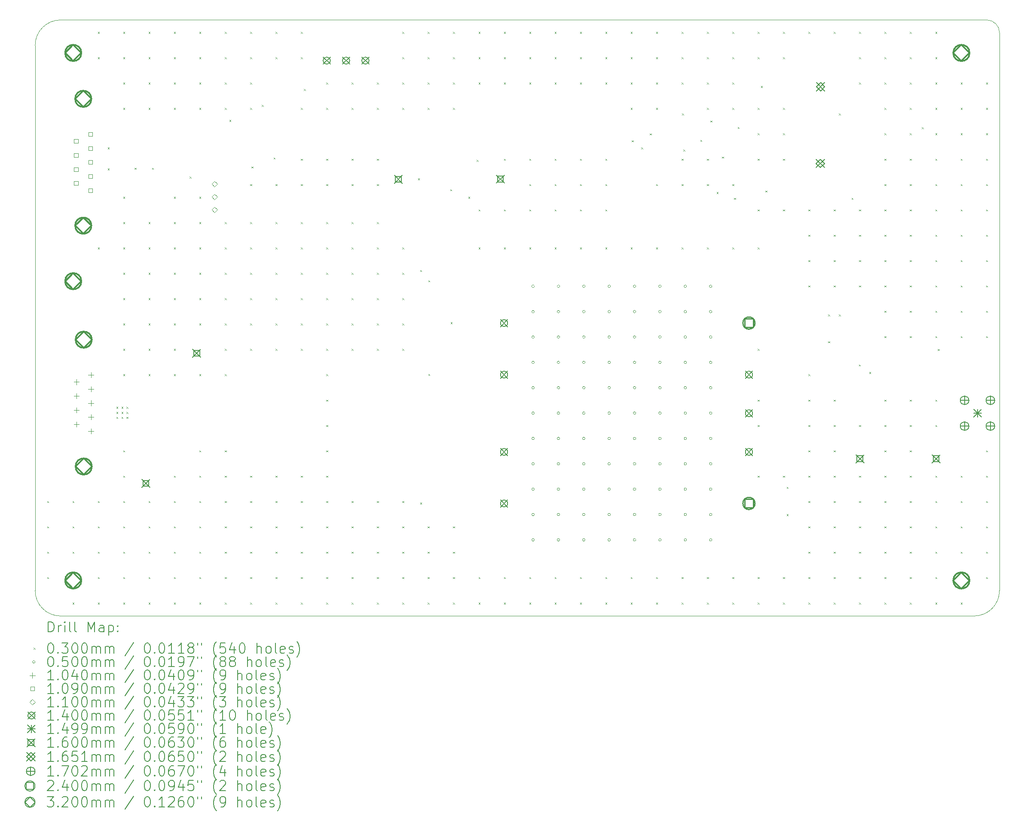
<source format=gbr>
%TF.GenerationSoftware,KiCad,Pcbnew,8.0.6*%
%TF.CreationDate,2025-06-02T13:03:06-04:00*%
%TF.ProjectId,CAEN_NEVIS_DAQ_3p3V,4341454e-5f4e-4455-9649-535f4441515f,rev?*%
%TF.SameCoordinates,Original*%
%TF.FileFunction,Drillmap*%
%TF.FilePolarity,Positive*%
%FSLAX45Y45*%
G04 Gerber Fmt 4.5, Leading zero omitted, Abs format (unit mm)*
G04 Created by KiCad (PCBNEW 8.0.6) date 2025-06-02 13:03:06*
%MOMM*%
%LPD*%
G01*
G04 APERTURE LIST*
%ADD10C,0.050000*%
%ADD11C,0.200000*%
%ADD12C,0.100000*%
%ADD13C,0.104000*%
%ADD14C,0.109000*%
%ADD15C,0.110000*%
%ADD16C,0.140000*%
%ADD17C,0.149860*%
%ADD18C,0.160000*%
%ADD19C,0.165100*%
%ADD20C,0.170180*%
%ADD21C,0.240000*%
%ADD22C,0.320000*%
G04 APERTURE END LIST*
D10*
X4750000Y-13500000D02*
X4750000Y-2750000D01*
X5250000Y-14000000D02*
G75*
G02*
X4750000Y-13500000I0J500000D01*
G01*
X23250000Y-14000000D02*
X5250000Y-14000000D01*
X23750000Y-13500000D02*
G75*
G02*
X23250000Y-14000000I-500000J0D01*
G01*
X23750000Y-2500000D02*
X23750000Y-13500000D01*
X23500000Y-2250000D02*
G75*
G02*
X23750000Y-2500000I0J-250000D01*
G01*
X5250000Y-2250000D02*
X23500000Y-2250000D01*
X4750000Y-2750000D02*
G75*
G02*
X5250000Y-2250000I500000J0D01*
G01*
D11*
D12*
X4985000Y-11735000D02*
X5015000Y-11765000D01*
X5015000Y-11735000D02*
X4985000Y-11765000D01*
X4985000Y-12235000D02*
X5015000Y-12265000D01*
X5015000Y-12235000D02*
X4985000Y-12265000D01*
X4985000Y-12735000D02*
X5015000Y-12765000D01*
X5015000Y-12735000D02*
X4985000Y-12765000D01*
X4985000Y-13235000D02*
X5015000Y-13265000D01*
X5015000Y-13235000D02*
X4985000Y-13265000D01*
X5485000Y-11735000D02*
X5515000Y-11765000D01*
X5515000Y-11735000D02*
X5485000Y-11765000D01*
X5485000Y-12235000D02*
X5515000Y-12265000D01*
X5515000Y-12235000D02*
X5485000Y-12265000D01*
X5485000Y-12735000D02*
X5515000Y-12765000D01*
X5515000Y-12735000D02*
X5485000Y-12765000D01*
X5485000Y-13735000D02*
X5515000Y-13765000D01*
X5515000Y-13735000D02*
X5485000Y-13765000D01*
X5985000Y-2485000D02*
X6015000Y-2515000D01*
X6015000Y-2485000D02*
X5985000Y-2515000D01*
X5985000Y-2985000D02*
X6015000Y-3015000D01*
X6015000Y-2985000D02*
X5985000Y-3015000D01*
X5985000Y-6735000D02*
X6015000Y-6765000D01*
X6015000Y-6735000D02*
X5985000Y-6765000D01*
X5985000Y-11735000D02*
X6015000Y-11765000D01*
X6015000Y-11735000D02*
X5985000Y-11765000D01*
X5985000Y-12235000D02*
X6015000Y-12265000D01*
X6015000Y-12235000D02*
X5985000Y-12265000D01*
X5985000Y-12735000D02*
X6015000Y-12765000D01*
X6015000Y-12735000D02*
X5985000Y-12765000D01*
X5985000Y-13235000D02*
X6015000Y-13265000D01*
X6015000Y-13235000D02*
X5985000Y-13265000D01*
X5985000Y-13735000D02*
X6015000Y-13765000D01*
X6015000Y-13735000D02*
X5985000Y-13765000D01*
X6180000Y-4763000D02*
X6210000Y-4793000D01*
X6210000Y-4763000D02*
X6180000Y-4793000D01*
X6180000Y-5179000D02*
X6210000Y-5209000D01*
X6210000Y-5179000D02*
X6180000Y-5209000D01*
X6349000Y-9876500D02*
X6379000Y-9906500D01*
X6379000Y-9876500D02*
X6349000Y-9906500D01*
X6349000Y-9976500D02*
X6379000Y-10006500D01*
X6379000Y-9976500D02*
X6349000Y-10006500D01*
X6349000Y-10076500D02*
X6379000Y-10106500D01*
X6379000Y-10076500D02*
X6349000Y-10106500D01*
X6449000Y-9876500D02*
X6479000Y-9906500D01*
X6479000Y-9876500D02*
X6449000Y-9906500D01*
X6449000Y-9976500D02*
X6479000Y-10006500D01*
X6479000Y-9976500D02*
X6449000Y-10006500D01*
X6449000Y-10076500D02*
X6479000Y-10106500D01*
X6479000Y-10076500D02*
X6449000Y-10106500D01*
X6485000Y-2485000D02*
X6515000Y-2515000D01*
X6515000Y-2485000D02*
X6485000Y-2515000D01*
X6485000Y-2985000D02*
X6515000Y-3015000D01*
X6515000Y-2985000D02*
X6485000Y-3015000D01*
X6485000Y-3485000D02*
X6515000Y-3515000D01*
X6515000Y-3485000D02*
X6485000Y-3515000D01*
X6485000Y-3985000D02*
X6515000Y-4015000D01*
X6515000Y-3985000D02*
X6485000Y-4015000D01*
X6485000Y-5735000D02*
X6515000Y-5765000D01*
X6515000Y-5735000D02*
X6485000Y-5765000D01*
X6485000Y-6235000D02*
X6515000Y-6265000D01*
X6515000Y-6235000D02*
X6485000Y-6265000D01*
X6485000Y-6735000D02*
X6515000Y-6765000D01*
X6515000Y-6735000D02*
X6485000Y-6765000D01*
X6485000Y-7235000D02*
X6515000Y-7265000D01*
X6515000Y-7235000D02*
X6485000Y-7265000D01*
X6485000Y-7735000D02*
X6515000Y-7765000D01*
X6515000Y-7735000D02*
X6485000Y-7765000D01*
X6485000Y-8235000D02*
X6515000Y-8265000D01*
X6515000Y-8235000D02*
X6485000Y-8265000D01*
X6485000Y-8735000D02*
X6515000Y-8765000D01*
X6515000Y-8735000D02*
X6485000Y-8765000D01*
X6485000Y-9235000D02*
X6515000Y-9265000D01*
X6515000Y-9235000D02*
X6485000Y-9265000D01*
X6485000Y-10735000D02*
X6515000Y-10765000D01*
X6515000Y-10735000D02*
X6485000Y-10765000D01*
X6485000Y-11235000D02*
X6515000Y-11265000D01*
X6515000Y-11235000D02*
X6485000Y-11265000D01*
X6485000Y-11735000D02*
X6515000Y-11765000D01*
X6515000Y-11735000D02*
X6485000Y-11765000D01*
X6485000Y-12235000D02*
X6515000Y-12265000D01*
X6515000Y-12235000D02*
X6485000Y-12265000D01*
X6485000Y-12735000D02*
X6515000Y-12765000D01*
X6515000Y-12735000D02*
X6485000Y-12765000D01*
X6485000Y-13235000D02*
X6515000Y-13265000D01*
X6515000Y-13235000D02*
X6485000Y-13265000D01*
X6485000Y-13735000D02*
X6515000Y-13765000D01*
X6515000Y-13735000D02*
X6485000Y-13765000D01*
X6549000Y-9876500D02*
X6579000Y-9906500D01*
X6579000Y-9876500D02*
X6549000Y-9906500D01*
X6549000Y-9976500D02*
X6579000Y-10006500D01*
X6579000Y-9976500D02*
X6549000Y-10006500D01*
X6549000Y-10076500D02*
X6579000Y-10106500D01*
X6579000Y-10076500D02*
X6549000Y-10106500D01*
X6709000Y-5164000D02*
X6739000Y-5194000D01*
X6739000Y-5164000D02*
X6709000Y-5194000D01*
X6985000Y-2485000D02*
X7015000Y-2515000D01*
X7015000Y-2485000D02*
X6985000Y-2515000D01*
X6985000Y-2985000D02*
X7015000Y-3015000D01*
X7015000Y-2985000D02*
X6985000Y-3015000D01*
X6985000Y-3485000D02*
X7015000Y-3515000D01*
X7015000Y-3485000D02*
X6985000Y-3515000D01*
X6985000Y-3985000D02*
X7015000Y-4015000D01*
X7015000Y-3985000D02*
X6985000Y-4015000D01*
X6985000Y-6235000D02*
X7015000Y-6265000D01*
X7015000Y-6235000D02*
X6985000Y-6265000D01*
X6985000Y-6735000D02*
X7015000Y-6765000D01*
X7015000Y-6735000D02*
X6985000Y-6765000D01*
X6985000Y-7235000D02*
X7015000Y-7265000D01*
X7015000Y-7235000D02*
X6985000Y-7265000D01*
X6985000Y-7735000D02*
X7015000Y-7765000D01*
X7015000Y-7735000D02*
X6985000Y-7765000D01*
X6985000Y-8235000D02*
X7015000Y-8265000D01*
X7015000Y-8235000D02*
X6985000Y-8265000D01*
X6985000Y-8735000D02*
X7015000Y-8765000D01*
X7015000Y-8735000D02*
X6985000Y-8765000D01*
X6985000Y-9235000D02*
X7015000Y-9265000D01*
X7015000Y-9235000D02*
X6985000Y-9265000D01*
X6985000Y-11735000D02*
X7015000Y-11765000D01*
X7015000Y-11735000D02*
X6985000Y-11765000D01*
X6985000Y-12235000D02*
X7015000Y-12265000D01*
X7015000Y-12235000D02*
X6985000Y-12265000D01*
X6985000Y-12735000D02*
X7015000Y-12765000D01*
X7015000Y-12735000D02*
X6985000Y-12765000D01*
X6985000Y-13235000D02*
X7015000Y-13265000D01*
X7015000Y-13235000D02*
X6985000Y-13265000D01*
X6985000Y-13735000D02*
X7015000Y-13765000D01*
X7015000Y-13735000D02*
X6985000Y-13765000D01*
X7051000Y-5166000D02*
X7081000Y-5196000D01*
X7081000Y-5166000D02*
X7051000Y-5196000D01*
X7485000Y-2485000D02*
X7515000Y-2515000D01*
X7515000Y-2485000D02*
X7485000Y-2515000D01*
X7485000Y-2985000D02*
X7515000Y-3015000D01*
X7515000Y-2985000D02*
X7485000Y-3015000D01*
X7485000Y-3485000D02*
X7515000Y-3515000D01*
X7515000Y-3485000D02*
X7485000Y-3515000D01*
X7485000Y-3985000D02*
X7515000Y-4015000D01*
X7515000Y-3985000D02*
X7485000Y-4015000D01*
X7485000Y-5735000D02*
X7515000Y-5765000D01*
X7515000Y-5735000D02*
X7485000Y-5765000D01*
X7485000Y-6235000D02*
X7515000Y-6265000D01*
X7515000Y-6235000D02*
X7485000Y-6265000D01*
X7485000Y-6735000D02*
X7515000Y-6765000D01*
X7515000Y-6735000D02*
X7485000Y-6765000D01*
X7485000Y-7235000D02*
X7515000Y-7265000D01*
X7515000Y-7235000D02*
X7485000Y-7265000D01*
X7485000Y-7735000D02*
X7515000Y-7765000D01*
X7515000Y-7735000D02*
X7485000Y-7765000D01*
X7485000Y-8235000D02*
X7515000Y-8265000D01*
X7515000Y-8235000D02*
X7485000Y-8265000D01*
X7485000Y-8735000D02*
X7515000Y-8765000D01*
X7515000Y-8735000D02*
X7485000Y-8765000D01*
X7485000Y-9235000D02*
X7515000Y-9265000D01*
X7515000Y-9235000D02*
X7485000Y-9265000D01*
X7485000Y-11235000D02*
X7515000Y-11265000D01*
X7515000Y-11235000D02*
X7485000Y-11265000D01*
X7485000Y-11735000D02*
X7515000Y-11765000D01*
X7515000Y-11735000D02*
X7485000Y-11765000D01*
X7485000Y-12235000D02*
X7515000Y-12265000D01*
X7515000Y-12235000D02*
X7485000Y-12265000D01*
X7485000Y-12735000D02*
X7515000Y-12765000D01*
X7515000Y-12735000D02*
X7485000Y-12765000D01*
X7485000Y-13235000D02*
X7515000Y-13265000D01*
X7515000Y-13235000D02*
X7485000Y-13265000D01*
X7485000Y-13735000D02*
X7515000Y-13765000D01*
X7515000Y-13735000D02*
X7485000Y-13765000D01*
X7791000Y-5337000D02*
X7821000Y-5367000D01*
X7821000Y-5337000D02*
X7791000Y-5367000D01*
X7985000Y-2485000D02*
X8015000Y-2515000D01*
X8015000Y-2485000D02*
X7985000Y-2515000D01*
X7985000Y-2985000D02*
X8015000Y-3015000D01*
X8015000Y-2985000D02*
X7985000Y-3015000D01*
X7985000Y-3485000D02*
X8015000Y-3515000D01*
X8015000Y-3485000D02*
X7985000Y-3515000D01*
X7985000Y-3985000D02*
X8015000Y-4015000D01*
X8015000Y-3985000D02*
X7985000Y-4015000D01*
X7985000Y-5735000D02*
X8015000Y-5765000D01*
X8015000Y-5735000D02*
X7985000Y-5765000D01*
X7985000Y-6235000D02*
X8015000Y-6265000D01*
X8015000Y-6235000D02*
X7985000Y-6265000D01*
X7985000Y-6735000D02*
X8015000Y-6765000D01*
X8015000Y-6735000D02*
X7985000Y-6765000D01*
X7985000Y-7235000D02*
X8015000Y-7265000D01*
X8015000Y-7235000D02*
X7985000Y-7265000D01*
X7985000Y-7735000D02*
X8015000Y-7765000D01*
X8015000Y-7735000D02*
X7985000Y-7765000D01*
X7985000Y-8235000D02*
X8015000Y-8265000D01*
X8015000Y-8235000D02*
X7985000Y-8265000D01*
X7985000Y-9235000D02*
X8015000Y-9265000D01*
X8015000Y-9235000D02*
X7985000Y-9265000D01*
X7985000Y-10735000D02*
X8015000Y-10765000D01*
X8015000Y-10735000D02*
X7985000Y-10765000D01*
X7985000Y-11235000D02*
X8015000Y-11265000D01*
X8015000Y-11235000D02*
X7985000Y-11265000D01*
X7985000Y-11735000D02*
X8015000Y-11765000D01*
X8015000Y-11735000D02*
X7985000Y-11765000D01*
X7985000Y-12235000D02*
X8015000Y-12265000D01*
X8015000Y-12235000D02*
X7985000Y-12265000D01*
X7985000Y-12735000D02*
X8015000Y-12765000D01*
X8015000Y-12735000D02*
X7985000Y-12765000D01*
X7985000Y-13235000D02*
X8015000Y-13265000D01*
X8015000Y-13235000D02*
X7985000Y-13265000D01*
X7985000Y-13735000D02*
X8015000Y-13765000D01*
X8015000Y-13735000D02*
X7985000Y-13765000D01*
X8485000Y-2485000D02*
X8515000Y-2515000D01*
X8515000Y-2485000D02*
X8485000Y-2515000D01*
X8485000Y-2985000D02*
X8515000Y-3015000D01*
X8515000Y-2985000D02*
X8485000Y-3015000D01*
X8485000Y-3485000D02*
X8515000Y-3515000D01*
X8515000Y-3485000D02*
X8485000Y-3515000D01*
X8485000Y-3985000D02*
X8515000Y-4015000D01*
X8515000Y-3985000D02*
X8485000Y-4015000D01*
X8485000Y-6235000D02*
X8515000Y-6265000D01*
X8515000Y-6235000D02*
X8485000Y-6265000D01*
X8485000Y-6735000D02*
X8515000Y-6765000D01*
X8515000Y-6735000D02*
X8485000Y-6765000D01*
X8485000Y-7235000D02*
X8515000Y-7265000D01*
X8515000Y-7235000D02*
X8485000Y-7265000D01*
X8485000Y-7735000D02*
X8515000Y-7765000D01*
X8515000Y-7735000D02*
X8485000Y-7765000D01*
X8485000Y-8235000D02*
X8515000Y-8265000D01*
X8515000Y-8235000D02*
X8485000Y-8265000D01*
X8485000Y-8735000D02*
X8515000Y-8765000D01*
X8515000Y-8735000D02*
X8485000Y-8765000D01*
X8485000Y-9235000D02*
X8515000Y-9265000D01*
X8515000Y-9235000D02*
X8485000Y-9265000D01*
X8485000Y-10735000D02*
X8515000Y-10765000D01*
X8515000Y-10735000D02*
X8485000Y-10765000D01*
X8485000Y-11235000D02*
X8515000Y-11265000D01*
X8515000Y-11235000D02*
X8485000Y-11265000D01*
X8485000Y-11735000D02*
X8515000Y-11765000D01*
X8515000Y-11735000D02*
X8485000Y-11765000D01*
X8485000Y-12235000D02*
X8515000Y-12265000D01*
X8515000Y-12235000D02*
X8485000Y-12265000D01*
X8485000Y-12735000D02*
X8515000Y-12765000D01*
X8515000Y-12735000D02*
X8485000Y-12765000D01*
X8485000Y-13235000D02*
X8515000Y-13265000D01*
X8515000Y-13235000D02*
X8485000Y-13265000D01*
X8485000Y-13735000D02*
X8515000Y-13765000D01*
X8515000Y-13735000D02*
X8485000Y-13765000D01*
X8577500Y-4219875D02*
X8607500Y-4249875D01*
X8607500Y-4219875D02*
X8577500Y-4249875D01*
X8985000Y-2485000D02*
X9015000Y-2515000D01*
X9015000Y-2485000D02*
X8985000Y-2515000D01*
X8985000Y-2985000D02*
X9015000Y-3015000D01*
X9015000Y-2985000D02*
X8985000Y-3015000D01*
X8985000Y-3485000D02*
X9015000Y-3515000D01*
X9015000Y-3485000D02*
X8985000Y-3515000D01*
X8985000Y-3985000D02*
X9015000Y-4015000D01*
X9015000Y-3985000D02*
X8985000Y-4015000D01*
X8985000Y-5485000D02*
X9015000Y-5515000D01*
X9015000Y-5485000D02*
X8985000Y-5515000D01*
X8985000Y-6235000D02*
X9015000Y-6265000D01*
X9015000Y-6235000D02*
X8985000Y-6265000D01*
X8985000Y-6735000D02*
X9015000Y-6765000D01*
X9015000Y-6735000D02*
X8985000Y-6765000D01*
X8985000Y-7235000D02*
X9015000Y-7265000D01*
X9015000Y-7235000D02*
X8985000Y-7265000D01*
X8985000Y-7735000D02*
X9015000Y-7765000D01*
X9015000Y-7735000D02*
X8985000Y-7765000D01*
X8985000Y-8235000D02*
X9015000Y-8265000D01*
X9015000Y-8235000D02*
X8985000Y-8265000D01*
X8985000Y-8735000D02*
X9015000Y-8765000D01*
X9015000Y-8735000D02*
X8985000Y-8765000D01*
X8985000Y-11235000D02*
X9015000Y-11265000D01*
X9015000Y-11235000D02*
X8985000Y-11265000D01*
X8985000Y-11735000D02*
X9015000Y-11765000D01*
X9015000Y-11735000D02*
X8985000Y-11765000D01*
X8985000Y-12235000D02*
X9015000Y-12265000D01*
X9015000Y-12235000D02*
X8985000Y-12265000D01*
X8985000Y-12735000D02*
X9015000Y-12765000D01*
X9015000Y-12735000D02*
X8985000Y-12765000D01*
X8985000Y-13235000D02*
X9015000Y-13265000D01*
X9015000Y-13235000D02*
X8985000Y-13265000D01*
X8985000Y-13735000D02*
X9015000Y-13765000D01*
X9015000Y-13735000D02*
X8985000Y-13765000D01*
X9014000Y-5137875D02*
X9044000Y-5167875D01*
X9044000Y-5137875D02*
X9014000Y-5167875D01*
X9217000Y-3926375D02*
X9247000Y-3956375D01*
X9247000Y-3926375D02*
X9217000Y-3956375D01*
X9447500Y-4961875D02*
X9477500Y-4991875D01*
X9477500Y-4961875D02*
X9447500Y-4991875D01*
X9485000Y-2485000D02*
X9515000Y-2515000D01*
X9515000Y-2485000D02*
X9485000Y-2515000D01*
X9485000Y-2985000D02*
X9515000Y-3015000D01*
X9515000Y-2985000D02*
X9485000Y-3015000D01*
X9485000Y-5485000D02*
X9515000Y-5515000D01*
X9515000Y-5485000D02*
X9485000Y-5515000D01*
X9485000Y-6235000D02*
X9515000Y-6265000D01*
X9515000Y-6235000D02*
X9485000Y-6265000D01*
X9485000Y-6735000D02*
X9515000Y-6765000D01*
X9515000Y-6735000D02*
X9485000Y-6765000D01*
X9485000Y-7235000D02*
X9515000Y-7265000D01*
X9515000Y-7235000D02*
X9485000Y-7265000D01*
X9485000Y-7735000D02*
X9515000Y-7765000D01*
X9515000Y-7735000D02*
X9485000Y-7765000D01*
X9485000Y-8235000D02*
X9515000Y-8265000D01*
X9515000Y-8235000D02*
X9485000Y-8265000D01*
X9485000Y-8735000D02*
X9515000Y-8765000D01*
X9515000Y-8735000D02*
X9485000Y-8765000D01*
X9485000Y-11235000D02*
X9515000Y-11265000D01*
X9515000Y-11235000D02*
X9485000Y-11265000D01*
X9485000Y-11735000D02*
X9515000Y-11765000D01*
X9515000Y-11735000D02*
X9485000Y-11765000D01*
X9485000Y-12235000D02*
X9515000Y-12265000D01*
X9515000Y-12235000D02*
X9485000Y-12265000D01*
X9485000Y-12735000D02*
X9515000Y-12765000D01*
X9515000Y-12735000D02*
X9485000Y-12765000D01*
X9485000Y-13235000D02*
X9515000Y-13265000D01*
X9515000Y-13235000D02*
X9485000Y-13265000D01*
X9485000Y-13735000D02*
X9515000Y-13765000D01*
X9515000Y-13735000D02*
X9485000Y-13765000D01*
X9985000Y-2485000D02*
X10015000Y-2515000D01*
X10015000Y-2485000D02*
X9985000Y-2515000D01*
X9985000Y-2985000D02*
X10015000Y-3015000D01*
X10015000Y-2985000D02*
X9985000Y-3015000D01*
X9985000Y-3985000D02*
X10015000Y-4015000D01*
X10015000Y-3985000D02*
X9985000Y-4015000D01*
X9985000Y-4985000D02*
X10015000Y-5015000D01*
X10015000Y-4985000D02*
X9985000Y-5015000D01*
X9985000Y-5485000D02*
X10015000Y-5515000D01*
X10015000Y-5485000D02*
X9985000Y-5515000D01*
X9985000Y-6235000D02*
X10015000Y-6265000D01*
X10015000Y-6235000D02*
X9985000Y-6265000D01*
X9985000Y-6735000D02*
X10015000Y-6765000D01*
X10015000Y-6735000D02*
X9985000Y-6765000D01*
X9985000Y-7235000D02*
X10015000Y-7265000D01*
X10015000Y-7235000D02*
X9985000Y-7265000D01*
X9985000Y-7735000D02*
X10015000Y-7765000D01*
X10015000Y-7735000D02*
X9985000Y-7765000D01*
X9985000Y-8235000D02*
X10015000Y-8265000D01*
X10015000Y-8235000D02*
X9985000Y-8265000D01*
X9985000Y-8735000D02*
X10015000Y-8765000D01*
X10015000Y-8735000D02*
X9985000Y-8765000D01*
X9985000Y-11235000D02*
X10015000Y-11265000D01*
X10015000Y-11235000D02*
X9985000Y-11265000D01*
X9985000Y-11735000D02*
X10015000Y-11765000D01*
X10015000Y-11735000D02*
X9985000Y-11765000D01*
X9985000Y-12235000D02*
X10015000Y-12265000D01*
X10015000Y-12235000D02*
X9985000Y-12265000D01*
X9985000Y-12735000D02*
X10015000Y-12765000D01*
X10015000Y-12735000D02*
X9985000Y-12765000D01*
X9985000Y-13235000D02*
X10015000Y-13265000D01*
X10015000Y-13235000D02*
X9985000Y-13265000D01*
X9985000Y-13735000D02*
X10015000Y-13765000D01*
X10015000Y-13735000D02*
X9985000Y-13765000D01*
X10047000Y-3609375D02*
X10077000Y-3639375D01*
X10077000Y-3609375D02*
X10047000Y-3639375D01*
X10485000Y-3485000D02*
X10515000Y-3515000D01*
X10515000Y-3485000D02*
X10485000Y-3515000D01*
X10485000Y-3985000D02*
X10515000Y-4015000D01*
X10515000Y-3985000D02*
X10485000Y-4015000D01*
X10485000Y-4985000D02*
X10515000Y-5015000D01*
X10515000Y-4985000D02*
X10485000Y-5015000D01*
X10485000Y-5485000D02*
X10515000Y-5515000D01*
X10515000Y-5485000D02*
X10485000Y-5515000D01*
X10485000Y-6235000D02*
X10515000Y-6265000D01*
X10515000Y-6235000D02*
X10485000Y-6265000D01*
X10485000Y-6735000D02*
X10515000Y-6765000D01*
X10515000Y-6735000D02*
X10485000Y-6765000D01*
X10485000Y-7235000D02*
X10515000Y-7265000D01*
X10515000Y-7235000D02*
X10485000Y-7265000D01*
X10485000Y-7735000D02*
X10515000Y-7765000D01*
X10515000Y-7735000D02*
X10485000Y-7765000D01*
X10485000Y-8235000D02*
X10515000Y-8265000D01*
X10515000Y-8235000D02*
X10485000Y-8265000D01*
X10485000Y-8735000D02*
X10515000Y-8765000D01*
X10515000Y-8735000D02*
X10485000Y-8765000D01*
X10485000Y-9235000D02*
X10515000Y-9265000D01*
X10515000Y-9235000D02*
X10485000Y-9265000D01*
X10485000Y-9735000D02*
X10515000Y-9765000D01*
X10515000Y-9735000D02*
X10485000Y-9765000D01*
X10485000Y-10235000D02*
X10515000Y-10265000D01*
X10515000Y-10235000D02*
X10485000Y-10265000D01*
X10485000Y-10735000D02*
X10515000Y-10765000D01*
X10515000Y-10735000D02*
X10485000Y-10765000D01*
X10485000Y-11235000D02*
X10515000Y-11265000D01*
X10515000Y-11235000D02*
X10485000Y-11265000D01*
X10485000Y-11735000D02*
X10515000Y-11765000D01*
X10515000Y-11735000D02*
X10485000Y-11765000D01*
X10485000Y-12235000D02*
X10515000Y-12265000D01*
X10515000Y-12235000D02*
X10485000Y-12265000D01*
X10485000Y-12735000D02*
X10515000Y-12765000D01*
X10515000Y-12735000D02*
X10485000Y-12765000D01*
X10485000Y-13235000D02*
X10515000Y-13265000D01*
X10515000Y-13235000D02*
X10485000Y-13265000D01*
X10485000Y-13735000D02*
X10515000Y-13765000D01*
X10515000Y-13735000D02*
X10485000Y-13765000D01*
X10985000Y-3485000D02*
X11015000Y-3515000D01*
X11015000Y-3485000D02*
X10985000Y-3515000D01*
X10985000Y-3985000D02*
X11015000Y-4015000D01*
X11015000Y-3985000D02*
X10985000Y-4015000D01*
X10985000Y-4985000D02*
X11015000Y-5015000D01*
X11015000Y-4985000D02*
X10985000Y-5015000D01*
X10985000Y-5485000D02*
X11015000Y-5515000D01*
X11015000Y-5485000D02*
X10985000Y-5515000D01*
X10985000Y-6235000D02*
X11015000Y-6265000D01*
X11015000Y-6235000D02*
X10985000Y-6265000D01*
X10985000Y-6735000D02*
X11015000Y-6765000D01*
X11015000Y-6735000D02*
X10985000Y-6765000D01*
X10985000Y-7235000D02*
X11015000Y-7265000D01*
X11015000Y-7235000D02*
X10985000Y-7265000D01*
X10985000Y-7735000D02*
X11015000Y-7765000D01*
X11015000Y-7735000D02*
X10985000Y-7765000D01*
X10985000Y-8235000D02*
X11015000Y-8265000D01*
X11015000Y-8235000D02*
X10985000Y-8265000D01*
X10985000Y-8735000D02*
X11015000Y-8765000D01*
X11015000Y-8735000D02*
X10985000Y-8765000D01*
X10985000Y-11735000D02*
X11015000Y-11765000D01*
X11015000Y-11735000D02*
X10985000Y-11765000D01*
X10985000Y-12235000D02*
X11015000Y-12265000D01*
X11015000Y-12235000D02*
X10985000Y-12265000D01*
X10985000Y-12735000D02*
X11015000Y-12765000D01*
X11015000Y-12735000D02*
X10985000Y-12765000D01*
X10985000Y-13235000D02*
X11015000Y-13265000D01*
X11015000Y-13235000D02*
X10985000Y-13265000D01*
X10985000Y-13735000D02*
X11015000Y-13765000D01*
X11015000Y-13735000D02*
X10985000Y-13765000D01*
X11485000Y-3485000D02*
X11515000Y-3515000D01*
X11515000Y-3485000D02*
X11485000Y-3515000D01*
X11485000Y-3985000D02*
X11515000Y-4015000D01*
X11515000Y-3985000D02*
X11485000Y-4015000D01*
X11485000Y-4985000D02*
X11515000Y-5015000D01*
X11515000Y-4985000D02*
X11485000Y-5015000D01*
X11485000Y-5485000D02*
X11515000Y-5515000D01*
X11515000Y-5485000D02*
X11485000Y-5515000D01*
X11485000Y-6235000D02*
X11515000Y-6265000D01*
X11515000Y-6235000D02*
X11485000Y-6265000D01*
X11485000Y-6735000D02*
X11515000Y-6765000D01*
X11515000Y-6735000D02*
X11485000Y-6765000D01*
X11485000Y-7235000D02*
X11515000Y-7265000D01*
X11515000Y-7235000D02*
X11485000Y-7265000D01*
X11485000Y-7735000D02*
X11515000Y-7765000D01*
X11515000Y-7735000D02*
X11485000Y-7765000D01*
X11485000Y-8235000D02*
X11515000Y-8265000D01*
X11515000Y-8235000D02*
X11485000Y-8265000D01*
X11485000Y-8735000D02*
X11515000Y-8765000D01*
X11515000Y-8735000D02*
X11485000Y-8765000D01*
X11485000Y-11735000D02*
X11515000Y-11765000D01*
X11515000Y-11735000D02*
X11485000Y-11765000D01*
X11485000Y-12235000D02*
X11515000Y-12265000D01*
X11515000Y-12235000D02*
X11485000Y-12265000D01*
X11485000Y-12735000D02*
X11515000Y-12765000D01*
X11515000Y-12735000D02*
X11485000Y-12765000D01*
X11485000Y-13235000D02*
X11515000Y-13265000D01*
X11515000Y-13235000D02*
X11485000Y-13265000D01*
X11485000Y-13735000D02*
X11515000Y-13765000D01*
X11515000Y-13735000D02*
X11485000Y-13765000D01*
X11985000Y-2485000D02*
X12015000Y-2515000D01*
X12015000Y-2485000D02*
X11985000Y-2515000D01*
X11985000Y-2985000D02*
X12015000Y-3015000D01*
X12015000Y-2985000D02*
X11985000Y-3015000D01*
X11985000Y-3485000D02*
X12015000Y-3515000D01*
X12015000Y-3485000D02*
X11985000Y-3515000D01*
X11985000Y-3985000D02*
X12015000Y-4015000D01*
X12015000Y-3985000D02*
X11985000Y-4015000D01*
X11985000Y-6735000D02*
X12015000Y-6765000D01*
X12015000Y-6735000D02*
X11985000Y-6765000D01*
X11985000Y-7235000D02*
X12015000Y-7265000D01*
X12015000Y-7235000D02*
X11985000Y-7265000D01*
X11985000Y-7735000D02*
X12015000Y-7765000D01*
X12015000Y-7735000D02*
X11985000Y-7765000D01*
X11985000Y-8235000D02*
X12015000Y-8265000D01*
X12015000Y-8235000D02*
X11985000Y-8265000D01*
X11985000Y-8735000D02*
X12015000Y-8765000D01*
X12015000Y-8735000D02*
X11985000Y-8765000D01*
X11985000Y-11735000D02*
X12015000Y-11765000D01*
X12015000Y-11735000D02*
X11985000Y-11765000D01*
X11985000Y-12235000D02*
X12015000Y-12265000D01*
X12015000Y-12235000D02*
X11985000Y-12265000D01*
X11985000Y-12735000D02*
X12015000Y-12765000D01*
X12015000Y-12735000D02*
X11985000Y-12765000D01*
X11985000Y-13235000D02*
X12015000Y-13265000D01*
X12015000Y-13235000D02*
X11985000Y-13265000D01*
X11985000Y-13735000D02*
X12015000Y-13765000D01*
X12015000Y-13735000D02*
X11985000Y-13765000D01*
X12293500Y-5372500D02*
X12323500Y-5402500D01*
X12323500Y-5372500D02*
X12293500Y-5402500D01*
X12336500Y-7179500D02*
X12366500Y-7209500D01*
X12366500Y-7179500D02*
X12336500Y-7209500D01*
X12336500Y-11762500D02*
X12366500Y-11792500D01*
X12366500Y-11762500D02*
X12336500Y-11792500D01*
X12485000Y-2485000D02*
X12515000Y-2515000D01*
X12515000Y-2485000D02*
X12485000Y-2515000D01*
X12485000Y-2985000D02*
X12515000Y-3015000D01*
X12515000Y-2985000D02*
X12485000Y-3015000D01*
X12485000Y-3485000D02*
X12515000Y-3515000D01*
X12515000Y-3485000D02*
X12485000Y-3515000D01*
X12485000Y-3985000D02*
X12515000Y-4015000D01*
X12515000Y-3985000D02*
X12485000Y-4015000D01*
X12485000Y-12235000D02*
X12515000Y-12265000D01*
X12515000Y-12235000D02*
X12485000Y-12265000D01*
X12485000Y-12735000D02*
X12515000Y-12765000D01*
X12515000Y-12735000D02*
X12485000Y-12765000D01*
X12485000Y-13235000D02*
X12515000Y-13265000D01*
X12515000Y-13235000D02*
X12485000Y-13265000D01*
X12485000Y-13735000D02*
X12515000Y-13765000D01*
X12515000Y-13735000D02*
X12485000Y-13765000D01*
X12496500Y-7381500D02*
X12526500Y-7411500D01*
X12526500Y-7381500D02*
X12496500Y-7411500D01*
X12496500Y-9229500D02*
X12526500Y-9259500D01*
X12526500Y-9229500D02*
X12496500Y-9259500D01*
X12929500Y-5586500D02*
X12959500Y-5616500D01*
X12959500Y-5586500D02*
X12929500Y-5616500D01*
X12936000Y-8210000D02*
X12966000Y-8240000D01*
X12966000Y-8210000D02*
X12936000Y-8240000D01*
X12985000Y-2485000D02*
X13015000Y-2515000D01*
X13015000Y-2485000D02*
X12985000Y-2515000D01*
X12985000Y-2985000D02*
X13015000Y-3015000D01*
X13015000Y-2985000D02*
X12985000Y-3015000D01*
X12985000Y-3485000D02*
X13015000Y-3515000D01*
X13015000Y-3485000D02*
X12985000Y-3515000D01*
X12985000Y-3985000D02*
X13015000Y-4015000D01*
X13015000Y-3985000D02*
X12985000Y-4015000D01*
X12985000Y-12235000D02*
X13015000Y-12265000D01*
X13015000Y-12235000D02*
X12985000Y-12265000D01*
X12985000Y-12735000D02*
X13015000Y-12765000D01*
X13015000Y-12735000D02*
X12985000Y-12765000D01*
X12985000Y-13235000D02*
X13015000Y-13265000D01*
X13015000Y-13235000D02*
X12985000Y-13265000D01*
X12985000Y-13735000D02*
X13015000Y-13765000D01*
X13015000Y-13735000D02*
X12985000Y-13765000D01*
X13284500Y-5736500D02*
X13314500Y-5766500D01*
X13314500Y-5736500D02*
X13284500Y-5766500D01*
X13448500Y-5008500D02*
X13478500Y-5038500D01*
X13478500Y-5008500D02*
X13448500Y-5038500D01*
X13485000Y-2485000D02*
X13515000Y-2515000D01*
X13515000Y-2485000D02*
X13485000Y-2515000D01*
X13485000Y-2985000D02*
X13515000Y-3015000D01*
X13515000Y-2985000D02*
X13485000Y-3015000D01*
X13485000Y-3485000D02*
X13515000Y-3515000D01*
X13515000Y-3485000D02*
X13485000Y-3515000D01*
X13485000Y-5985000D02*
X13515000Y-6015000D01*
X13515000Y-5985000D02*
X13485000Y-6015000D01*
X13485000Y-6735000D02*
X13515000Y-6765000D01*
X13515000Y-6735000D02*
X13485000Y-6765000D01*
X13485000Y-13235000D02*
X13515000Y-13265000D01*
X13515000Y-13235000D02*
X13485000Y-13265000D01*
X13485000Y-13735000D02*
X13515000Y-13765000D01*
X13515000Y-13735000D02*
X13485000Y-13765000D01*
X13985000Y-2485000D02*
X14015000Y-2515000D01*
X14015000Y-2485000D02*
X13985000Y-2515000D01*
X13985000Y-2985000D02*
X14015000Y-3015000D01*
X14015000Y-2985000D02*
X13985000Y-3015000D01*
X13985000Y-3485000D02*
X14015000Y-3515000D01*
X14015000Y-3485000D02*
X13985000Y-3515000D01*
X13985000Y-4985000D02*
X14015000Y-5015000D01*
X14015000Y-4985000D02*
X13985000Y-5015000D01*
X13985000Y-5985000D02*
X14015000Y-6015000D01*
X14015000Y-5985000D02*
X13985000Y-6015000D01*
X13985000Y-6735000D02*
X14015000Y-6765000D01*
X14015000Y-6735000D02*
X13985000Y-6765000D01*
X13985000Y-13235000D02*
X14015000Y-13265000D01*
X14015000Y-13235000D02*
X13985000Y-13265000D01*
X13985000Y-13735000D02*
X14015000Y-13765000D01*
X14015000Y-13735000D02*
X13985000Y-13765000D01*
X14485000Y-2485000D02*
X14515000Y-2515000D01*
X14515000Y-2485000D02*
X14485000Y-2515000D01*
X14485000Y-2985000D02*
X14515000Y-3015000D01*
X14515000Y-2985000D02*
X14485000Y-3015000D01*
X14485000Y-3485000D02*
X14515000Y-3515000D01*
X14515000Y-3485000D02*
X14485000Y-3515000D01*
X14485000Y-4985000D02*
X14515000Y-5015000D01*
X14515000Y-4985000D02*
X14485000Y-5015000D01*
X14485000Y-5485000D02*
X14515000Y-5515000D01*
X14515000Y-5485000D02*
X14485000Y-5515000D01*
X14485000Y-5985000D02*
X14515000Y-6015000D01*
X14515000Y-5985000D02*
X14485000Y-6015000D01*
X14485000Y-6735000D02*
X14515000Y-6765000D01*
X14515000Y-6735000D02*
X14485000Y-6765000D01*
X14485000Y-13235000D02*
X14515000Y-13265000D01*
X14515000Y-13235000D02*
X14485000Y-13265000D01*
X14485000Y-13735000D02*
X14515000Y-13765000D01*
X14515000Y-13735000D02*
X14485000Y-13765000D01*
X14985000Y-2485000D02*
X15015000Y-2515000D01*
X15015000Y-2485000D02*
X14985000Y-2515000D01*
X14985000Y-2985000D02*
X15015000Y-3015000D01*
X15015000Y-2985000D02*
X14985000Y-3015000D01*
X14985000Y-3485000D02*
X15015000Y-3515000D01*
X15015000Y-3485000D02*
X14985000Y-3515000D01*
X14985000Y-4985000D02*
X15015000Y-5015000D01*
X15015000Y-4985000D02*
X14985000Y-5015000D01*
X14985000Y-5485000D02*
X15015000Y-5515000D01*
X15015000Y-5485000D02*
X14985000Y-5515000D01*
X14985000Y-5985000D02*
X15015000Y-6015000D01*
X15015000Y-5985000D02*
X14985000Y-6015000D01*
X14985000Y-6735000D02*
X15015000Y-6765000D01*
X15015000Y-6735000D02*
X14985000Y-6765000D01*
X14985000Y-13235000D02*
X15015000Y-13265000D01*
X15015000Y-13235000D02*
X14985000Y-13265000D01*
X14985000Y-13735000D02*
X15015000Y-13765000D01*
X15015000Y-13735000D02*
X14985000Y-13765000D01*
X15485000Y-2485000D02*
X15515000Y-2515000D01*
X15515000Y-2485000D02*
X15485000Y-2515000D01*
X15485000Y-2985000D02*
X15515000Y-3015000D01*
X15515000Y-2985000D02*
X15485000Y-3015000D01*
X15485000Y-3485000D02*
X15515000Y-3515000D01*
X15515000Y-3485000D02*
X15485000Y-3515000D01*
X15485000Y-4985000D02*
X15515000Y-5015000D01*
X15515000Y-4985000D02*
X15485000Y-5015000D01*
X15485000Y-5485000D02*
X15515000Y-5515000D01*
X15515000Y-5485000D02*
X15485000Y-5515000D01*
X15485000Y-5985000D02*
X15515000Y-6015000D01*
X15515000Y-5985000D02*
X15485000Y-6015000D01*
X15485000Y-6735000D02*
X15515000Y-6765000D01*
X15515000Y-6735000D02*
X15485000Y-6765000D01*
X15485000Y-13235000D02*
X15515000Y-13265000D01*
X15515000Y-13235000D02*
X15485000Y-13265000D01*
X15485000Y-13735000D02*
X15515000Y-13765000D01*
X15515000Y-13735000D02*
X15485000Y-13765000D01*
X15985000Y-2485000D02*
X16015000Y-2515000D01*
X16015000Y-2485000D02*
X15985000Y-2515000D01*
X15985000Y-2985000D02*
X16015000Y-3015000D01*
X16015000Y-2985000D02*
X15985000Y-3015000D01*
X15985000Y-3485000D02*
X16015000Y-3515000D01*
X16015000Y-3485000D02*
X15985000Y-3515000D01*
X15985000Y-4985000D02*
X16015000Y-5015000D01*
X16015000Y-4985000D02*
X15985000Y-5015000D01*
X15985000Y-5485000D02*
X16015000Y-5515000D01*
X16015000Y-5485000D02*
X15985000Y-5515000D01*
X15985000Y-5985000D02*
X16015000Y-6015000D01*
X16015000Y-5985000D02*
X15985000Y-6015000D01*
X15985000Y-6735000D02*
X16015000Y-6765000D01*
X16015000Y-6735000D02*
X15985000Y-6765000D01*
X15985000Y-13235000D02*
X16015000Y-13265000D01*
X16015000Y-13235000D02*
X15985000Y-13265000D01*
X15985000Y-13735000D02*
X16015000Y-13765000D01*
X16015000Y-13735000D02*
X15985000Y-13765000D01*
X16485000Y-2485000D02*
X16515000Y-2515000D01*
X16515000Y-2485000D02*
X16485000Y-2515000D01*
X16485000Y-2985000D02*
X16515000Y-3015000D01*
X16515000Y-2985000D02*
X16485000Y-3015000D01*
X16485000Y-3485000D02*
X16515000Y-3515000D01*
X16515000Y-3485000D02*
X16485000Y-3515000D01*
X16485000Y-3985000D02*
X16515000Y-4015000D01*
X16515000Y-3985000D02*
X16485000Y-4015000D01*
X16485000Y-6735000D02*
X16515000Y-6765000D01*
X16515000Y-6735000D02*
X16485000Y-6765000D01*
X16485000Y-13235000D02*
X16515000Y-13265000D01*
X16515000Y-13235000D02*
X16485000Y-13265000D01*
X16485000Y-13735000D02*
X16515000Y-13765000D01*
X16515000Y-13735000D02*
X16485000Y-13765000D01*
X16503000Y-4624500D02*
X16533000Y-4654500D01*
X16533000Y-4624500D02*
X16503000Y-4654500D01*
X16691000Y-4763000D02*
X16721000Y-4793000D01*
X16721000Y-4763000D02*
X16691000Y-4793000D01*
X16859000Y-4486000D02*
X16889000Y-4516000D01*
X16889000Y-4486000D02*
X16859000Y-4516000D01*
X16985000Y-2485000D02*
X17015000Y-2515000D01*
X17015000Y-2485000D02*
X16985000Y-2515000D01*
X16985000Y-2985000D02*
X17015000Y-3015000D01*
X17015000Y-2985000D02*
X16985000Y-3015000D01*
X16985000Y-3485000D02*
X17015000Y-3515000D01*
X17015000Y-3485000D02*
X16985000Y-3515000D01*
X16985000Y-3985000D02*
X17015000Y-4015000D01*
X17015000Y-3985000D02*
X16985000Y-4015000D01*
X16985000Y-5485000D02*
X17015000Y-5515000D01*
X17015000Y-5485000D02*
X16985000Y-5515000D01*
X16985000Y-6735000D02*
X17015000Y-6765000D01*
X17015000Y-6735000D02*
X16985000Y-6765000D01*
X16985000Y-13235000D02*
X17015000Y-13265000D01*
X17015000Y-13235000D02*
X16985000Y-13265000D01*
X16985000Y-13735000D02*
X17015000Y-13765000D01*
X17015000Y-13735000D02*
X16985000Y-13765000D01*
X17485000Y-2485000D02*
X17515000Y-2515000D01*
X17515000Y-2485000D02*
X17485000Y-2515000D01*
X17485000Y-2985000D02*
X17515000Y-3015000D01*
X17515000Y-2985000D02*
X17485000Y-3015000D01*
X17485000Y-3485000D02*
X17515000Y-3515000D01*
X17515000Y-3485000D02*
X17485000Y-3515000D01*
X17485000Y-4985000D02*
X17515000Y-5015000D01*
X17515000Y-4985000D02*
X17485000Y-5015000D01*
X17485000Y-5485000D02*
X17515000Y-5515000D01*
X17515000Y-5485000D02*
X17485000Y-5515000D01*
X17485000Y-6735000D02*
X17515000Y-6765000D01*
X17515000Y-6735000D02*
X17485000Y-6765000D01*
X17485000Y-13235000D02*
X17515000Y-13265000D01*
X17515000Y-13235000D02*
X17485000Y-13265000D01*
X17485000Y-13735000D02*
X17515000Y-13765000D01*
X17515000Y-13735000D02*
X17485000Y-13765000D01*
X17496000Y-4092000D02*
X17526000Y-4122000D01*
X17526000Y-4092000D02*
X17496000Y-4122000D01*
X17522000Y-4803000D02*
X17552000Y-4833000D01*
X17552000Y-4803000D02*
X17522000Y-4833000D01*
X17857000Y-4613000D02*
X17887000Y-4643000D01*
X17887000Y-4613000D02*
X17857000Y-4643000D01*
X17985000Y-2485000D02*
X18015000Y-2515000D01*
X18015000Y-2485000D02*
X17985000Y-2515000D01*
X17985000Y-2985000D02*
X18015000Y-3015000D01*
X18015000Y-2985000D02*
X17985000Y-3015000D01*
X17985000Y-3485000D02*
X18015000Y-3515000D01*
X18015000Y-3485000D02*
X17985000Y-3515000D01*
X17985000Y-3985000D02*
X18015000Y-4015000D01*
X18015000Y-3985000D02*
X17985000Y-4015000D01*
X17985000Y-4985000D02*
X18015000Y-5015000D01*
X18015000Y-4985000D02*
X17985000Y-5015000D01*
X17985000Y-5485000D02*
X18015000Y-5515000D01*
X18015000Y-5485000D02*
X17985000Y-5515000D01*
X17985000Y-6735000D02*
X18015000Y-6765000D01*
X18015000Y-6735000D02*
X17985000Y-6765000D01*
X17985000Y-13235000D02*
X18015000Y-13265000D01*
X18015000Y-13235000D02*
X17985000Y-13265000D01*
X17985000Y-13735000D02*
X18015000Y-13765000D01*
X18015000Y-13735000D02*
X17985000Y-13765000D01*
X18053000Y-4233000D02*
X18083000Y-4263000D01*
X18083000Y-4233000D02*
X18053000Y-4263000D01*
X18177000Y-5641000D02*
X18207000Y-5671000D01*
X18207000Y-5641000D02*
X18177000Y-5671000D01*
X18282000Y-4944000D02*
X18312000Y-4974000D01*
X18312000Y-4944000D02*
X18282000Y-4974000D01*
X18485000Y-2485000D02*
X18515000Y-2515000D01*
X18515000Y-2485000D02*
X18485000Y-2515000D01*
X18485000Y-2985000D02*
X18515000Y-3015000D01*
X18515000Y-2985000D02*
X18485000Y-3015000D01*
X18485000Y-3485000D02*
X18515000Y-3515000D01*
X18515000Y-3485000D02*
X18485000Y-3515000D01*
X18485000Y-3985000D02*
X18515000Y-4015000D01*
X18515000Y-3985000D02*
X18485000Y-4015000D01*
X18485000Y-5485000D02*
X18515000Y-5515000D01*
X18515000Y-5485000D02*
X18485000Y-5515000D01*
X18485000Y-6735000D02*
X18515000Y-6765000D01*
X18515000Y-6735000D02*
X18485000Y-6765000D01*
X18485000Y-13235000D02*
X18515000Y-13265000D01*
X18515000Y-13235000D02*
X18485000Y-13265000D01*
X18485000Y-13735000D02*
X18515000Y-13765000D01*
X18515000Y-13735000D02*
X18485000Y-13765000D01*
X18518000Y-5758000D02*
X18548000Y-5788000D01*
X18548000Y-5758000D02*
X18518000Y-5788000D01*
X18591000Y-4359000D02*
X18621000Y-4389000D01*
X18621000Y-4359000D02*
X18591000Y-4389000D01*
X18985000Y-2485000D02*
X19015000Y-2515000D01*
X19015000Y-2485000D02*
X18985000Y-2515000D01*
X18985000Y-2985000D02*
X19015000Y-3015000D01*
X19015000Y-2985000D02*
X18985000Y-3015000D01*
X18985000Y-3985000D02*
X19015000Y-4015000D01*
X19015000Y-3985000D02*
X18985000Y-4015000D01*
X18985000Y-4485000D02*
X19015000Y-4515000D01*
X19015000Y-4485000D02*
X18985000Y-4515000D01*
X18985000Y-4985000D02*
X19015000Y-5015000D01*
X19015000Y-4985000D02*
X18985000Y-5015000D01*
X18985000Y-5985000D02*
X19015000Y-6015000D01*
X19015000Y-5985000D02*
X18985000Y-6015000D01*
X18985000Y-6735000D02*
X19015000Y-6765000D01*
X19015000Y-6735000D02*
X18985000Y-6765000D01*
X18985000Y-8735000D02*
X19015000Y-8765000D01*
X19015000Y-8735000D02*
X18985000Y-8765000D01*
X18985000Y-9735000D02*
X19015000Y-9765000D01*
X19015000Y-9735000D02*
X18985000Y-9765000D01*
X18985000Y-10235000D02*
X19015000Y-10265000D01*
X19015000Y-10235000D02*
X18985000Y-10265000D01*
X18985000Y-11235000D02*
X19015000Y-11265000D01*
X19015000Y-11235000D02*
X18985000Y-11265000D01*
X18985000Y-13235000D02*
X19015000Y-13265000D01*
X19015000Y-13235000D02*
X18985000Y-13265000D01*
X18985000Y-13735000D02*
X19015000Y-13765000D01*
X19015000Y-13735000D02*
X18985000Y-13765000D01*
X19051000Y-3550000D02*
X19081000Y-3580000D01*
X19081000Y-3550000D02*
X19051000Y-3580000D01*
X19140000Y-5613000D02*
X19170000Y-5643000D01*
X19170000Y-5613000D02*
X19140000Y-5643000D01*
X19485000Y-2485000D02*
X19515000Y-2515000D01*
X19515000Y-2485000D02*
X19485000Y-2515000D01*
X19485000Y-2985000D02*
X19515000Y-3015000D01*
X19515000Y-2985000D02*
X19485000Y-3015000D01*
X19485000Y-3985000D02*
X19515000Y-4015000D01*
X19515000Y-3985000D02*
X19485000Y-4015000D01*
X19485000Y-4485000D02*
X19515000Y-4515000D01*
X19515000Y-4485000D02*
X19485000Y-4515000D01*
X19485000Y-4985000D02*
X19515000Y-5015000D01*
X19515000Y-4985000D02*
X19485000Y-5015000D01*
X19485000Y-5985000D02*
X19515000Y-6015000D01*
X19515000Y-5985000D02*
X19485000Y-6015000D01*
X19485000Y-11235000D02*
X19515000Y-11265000D01*
X19515000Y-11235000D02*
X19485000Y-11265000D01*
X19485000Y-13235000D02*
X19515000Y-13265000D01*
X19515000Y-13235000D02*
X19485000Y-13265000D01*
X19485000Y-13735000D02*
X19515000Y-13765000D01*
X19515000Y-13735000D02*
X19485000Y-13765000D01*
X19559000Y-11456000D02*
X19589000Y-11486000D01*
X19589000Y-11456000D02*
X19559000Y-11486000D01*
X19559000Y-11995000D02*
X19589000Y-12025000D01*
X19589000Y-11995000D02*
X19559000Y-12025000D01*
X19985000Y-2485000D02*
X20015000Y-2515000D01*
X20015000Y-2485000D02*
X19985000Y-2515000D01*
X19985000Y-5985000D02*
X20015000Y-6015000D01*
X20015000Y-5985000D02*
X19985000Y-6015000D01*
X19985000Y-6485000D02*
X20015000Y-6515000D01*
X20015000Y-6485000D02*
X19985000Y-6515000D01*
X19985000Y-6985000D02*
X20015000Y-7015000D01*
X20015000Y-6985000D02*
X19985000Y-7015000D01*
X19985000Y-7485000D02*
X20015000Y-7515000D01*
X20015000Y-7485000D02*
X19985000Y-7515000D01*
X19985000Y-9235000D02*
X20015000Y-9265000D01*
X20015000Y-9235000D02*
X19985000Y-9265000D01*
X19985000Y-9735000D02*
X20015000Y-9765000D01*
X20015000Y-9735000D02*
X19985000Y-9765000D01*
X19985000Y-10235000D02*
X20015000Y-10265000D01*
X20015000Y-10235000D02*
X19985000Y-10265000D01*
X19985000Y-10735000D02*
X20015000Y-10765000D01*
X20015000Y-10735000D02*
X19985000Y-10765000D01*
X19985000Y-11235000D02*
X20015000Y-11265000D01*
X20015000Y-11235000D02*
X19985000Y-11265000D01*
X19985000Y-11735000D02*
X20015000Y-11765000D01*
X20015000Y-11735000D02*
X19985000Y-11765000D01*
X19985000Y-12235000D02*
X20015000Y-12265000D01*
X20015000Y-12235000D02*
X19985000Y-12265000D01*
X19985000Y-12735000D02*
X20015000Y-12765000D01*
X20015000Y-12735000D02*
X19985000Y-12765000D01*
X19985000Y-13235000D02*
X20015000Y-13265000D01*
X20015000Y-13235000D02*
X19985000Y-13265000D01*
X19985000Y-13735000D02*
X20015000Y-13765000D01*
X20015000Y-13735000D02*
X19985000Y-13765000D01*
X20374500Y-8055500D02*
X20404500Y-8085500D01*
X20404500Y-8055500D02*
X20374500Y-8085500D01*
X20374500Y-8585000D02*
X20404500Y-8615000D01*
X20404500Y-8585000D02*
X20374500Y-8615000D01*
X20485000Y-2485000D02*
X20515000Y-2515000D01*
X20515000Y-2485000D02*
X20485000Y-2515000D01*
X20485000Y-5985000D02*
X20515000Y-6015000D01*
X20515000Y-5985000D02*
X20485000Y-6015000D01*
X20485000Y-6485000D02*
X20515000Y-6515000D01*
X20515000Y-6485000D02*
X20485000Y-6515000D01*
X20485000Y-6985000D02*
X20515000Y-7015000D01*
X20515000Y-6985000D02*
X20485000Y-7015000D01*
X20485000Y-7485000D02*
X20515000Y-7515000D01*
X20515000Y-7485000D02*
X20485000Y-7515000D01*
X20485000Y-9735000D02*
X20515000Y-9765000D01*
X20515000Y-9735000D02*
X20485000Y-9765000D01*
X20485000Y-10235000D02*
X20515000Y-10265000D01*
X20515000Y-10235000D02*
X20485000Y-10265000D01*
X20485000Y-10735000D02*
X20515000Y-10765000D01*
X20515000Y-10735000D02*
X20485000Y-10765000D01*
X20485000Y-11235000D02*
X20515000Y-11265000D01*
X20515000Y-11235000D02*
X20485000Y-11265000D01*
X20485000Y-11735000D02*
X20515000Y-11765000D01*
X20515000Y-11735000D02*
X20485000Y-11765000D01*
X20485000Y-12235000D02*
X20515000Y-12265000D01*
X20515000Y-12235000D02*
X20485000Y-12265000D01*
X20485000Y-12735000D02*
X20515000Y-12765000D01*
X20515000Y-12735000D02*
X20485000Y-12765000D01*
X20485000Y-13235000D02*
X20515000Y-13265000D01*
X20515000Y-13235000D02*
X20485000Y-13265000D01*
X20485000Y-13735000D02*
X20515000Y-13765000D01*
X20515000Y-13735000D02*
X20485000Y-13765000D01*
X20586658Y-8056053D02*
X20616658Y-8086053D01*
X20616658Y-8056053D02*
X20586658Y-8086053D01*
X20587000Y-4092000D02*
X20617000Y-4122000D01*
X20617000Y-4092000D02*
X20587000Y-4122000D01*
X20835000Y-5758000D02*
X20865000Y-5788000D01*
X20865000Y-5758000D02*
X20835000Y-5788000D01*
X20979250Y-9040750D02*
X21009250Y-9070750D01*
X21009250Y-9040750D02*
X20979250Y-9070750D01*
X20985000Y-2485000D02*
X21015000Y-2515000D01*
X21015000Y-2485000D02*
X20985000Y-2515000D01*
X20985000Y-2985000D02*
X21015000Y-3015000D01*
X21015000Y-2985000D02*
X20985000Y-3015000D01*
X20985000Y-3485000D02*
X21015000Y-3515000D01*
X21015000Y-3485000D02*
X20985000Y-3515000D01*
X20985000Y-5985000D02*
X21015000Y-6015000D01*
X21015000Y-5985000D02*
X20985000Y-6015000D01*
X20985000Y-6485000D02*
X21015000Y-6515000D01*
X21015000Y-6485000D02*
X20985000Y-6515000D01*
X20985000Y-6985000D02*
X21015000Y-7015000D01*
X21015000Y-6985000D02*
X20985000Y-7015000D01*
X20985000Y-7485000D02*
X21015000Y-7515000D01*
X21015000Y-7485000D02*
X20985000Y-7515000D01*
X20985000Y-10235000D02*
X21015000Y-10265000D01*
X21015000Y-10235000D02*
X20985000Y-10265000D01*
X20985000Y-11235000D02*
X21015000Y-11265000D01*
X21015000Y-11235000D02*
X20985000Y-11265000D01*
X20985000Y-11735000D02*
X21015000Y-11765000D01*
X21015000Y-11735000D02*
X20985000Y-11765000D01*
X20985000Y-12235000D02*
X21015000Y-12265000D01*
X21015000Y-12235000D02*
X20985000Y-12265000D01*
X20985000Y-12735000D02*
X21015000Y-12765000D01*
X21015000Y-12735000D02*
X20985000Y-12765000D01*
X20985000Y-13235000D02*
X21015000Y-13265000D01*
X21015000Y-13235000D02*
X20985000Y-13265000D01*
X20985000Y-13735000D02*
X21015000Y-13765000D01*
X21015000Y-13735000D02*
X20985000Y-13765000D01*
X21184250Y-9191750D02*
X21214250Y-9221750D01*
X21214250Y-9191750D02*
X21184250Y-9221750D01*
X21485000Y-2485000D02*
X21515000Y-2515000D01*
X21515000Y-2485000D02*
X21485000Y-2515000D01*
X21485000Y-2985000D02*
X21515000Y-3015000D01*
X21515000Y-2985000D02*
X21485000Y-3015000D01*
X21485000Y-3485000D02*
X21515000Y-3515000D01*
X21515000Y-3485000D02*
X21485000Y-3515000D01*
X21485000Y-3985000D02*
X21515000Y-4015000D01*
X21515000Y-3985000D02*
X21485000Y-4015000D01*
X21485000Y-4485000D02*
X21515000Y-4515000D01*
X21515000Y-4485000D02*
X21485000Y-4515000D01*
X21485000Y-4985000D02*
X21515000Y-5015000D01*
X21515000Y-4985000D02*
X21485000Y-5015000D01*
X21485000Y-5485000D02*
X21515000Y-5515000D01*
X21515000Y-5485000D02*
X21485000Y-5515000D01*
X21485000Y-5985000D02*
X21515000Y-6015000D01*
X21515000Y-5985000D02*
X21485000Y-6015000D01*
X21485000Y-6485000D02*
X21515000Y-6515000D01*
X21515000Y-6485000D02*
X21485000Y-6515000D01*
X21485000Y-6985000D02*
X21515000Y-7015000D01*
X21515000Y-6985000D02*
X21485000Y-7015000D01*
X21485000Y-7485000D02*
X21515000Y-7515000D01*
X21515000Y-7485000D02*
X21485000Y-7515000D01*
X21485000Y-7985000D02*
X21515000Y-8015000D01*
X21515000Y-7985000D02*
X21485000Y-8015000D01*
X21485000Y-8485000D02*
X21515000Y-8515000D01*
X21515000Y-8485000D02*
X21485000Y-8515000D01*
X21485000Y-9735000D02*
X21515000Y-9765000D01*
X21515000Y-9735000D02*
X21485000Y-9765000D01*
X21485000Y-10235000D02*
X21515000Y-10265000D01*
X21515000Y-10235000D02*
X21485000Y-10265000D01*
X21485000Y-10735000D02*
X21515000Y-10765000D01*
X21515000Y-10735000D02*
X21485000Y-10765000D01*
X21485000Y-11235000D02*
X21515000Y-11265000D01*
X21515000Y-11235000D02*
X21485000Y-11265000D01*
X21485000Y-11735000D02*
X21515000Y-11765000D01*
X21515000Y-11735000D02*
X21485000Y-11765000D01*
X21485000Y-12235000D02*
X21515000Y-12265000D01*
X21515000Y-12235000D02*
X21485000Y-12265000D01*
X21485000Y-12735000D02*
X21515000Y-12765000D01*
X21515000Y-12735000D02*
X21485000Y-12765000D01*
X21485000Y-13235000D02*
X21515000Y-13265000D01*
X21515000Y-13235000D02*
X21485000Y-13265000D01*
X21485000Y-13735000D02*
X21515000Y-13765000D01*
X21515000Y-13735000D02*
X21485000Y-13765000D01*
X21985000Y-2485000D02*
X22015000Y-2515000D01*
X22015000Y-2485000D02*
X21985000Y-2515000D01*
X21985000Y-2985000D02*
X22015000Y-3015000D01*
X22015000Y-2985000D02*
X21985000Y-3015000D01*
X21985000Y-3485000D02*
X22015000Y-3515000D01*
X22015000Y-3485000D02*
X21985000Y-3515000D01*
X21985000Y-3985000D02*
X22015000Y-4015000D01*
X22015000Y-3985000D02*
X21985000Y-4015000D01*
X21985000Y-4485000D02*
X22015000Y-4515000D01*
X22015000Y-4485000D02*
X21985000Y-4515000D01*
X21985000Y-4985000D02*
X22015000Y-5015000D01*
X22015000Y-4985000D02*
X21985000Y-5015000D01*
X21985000Y-5485000D02*
X22015000Y-5515000D01*
X22015000Y-5485000D02*
X21985000Y-5515000D01*
X21985000Y-5985000D02*
X22015000Y-6015000D01*
X22015000Y-5985000D02*
X21985000Y-6015000D01*
X21985000Y-6485000D02*
X22015000Y-6515000D01*
X22015000Y-6485000D02*
X21985000Y-6515000D01*
X21985000Y-6985000D02*
X22015000Y-7015000D01*
X22015000Y-6985000D02*
X21985000Y-7015000D01*
X21985000Y-7485000D02*
X22015000Y-7515000D01*
X22015000Y-7485000D02*
X21985000Y-7515000D01*
X21985000Y-7985000D02*
X22015000Y-8015000D01*
X22015000Y-7985000D02*
X21985000Y-8015000D01*
X21985000Y-8485000D02*
X22015000Y-8515000D01*
X22015000Y-8485000D02*
X21985000Y-8515000D01*
X21985000Y-9735000D02*
X22015000Y-9765000D01*
X22015000Y-9735000D02*
X21985000Y-9765000D01*
X21985000Y-10235000D02*
X22015000Y-10265000D01*
X22015000Y-10235000D02*
X21985000Y-10265000D01*
X21985000Y-10735000D02*
X22015000Y-10765000D01*
X22015000Y-10735000D02*
X21985000Y-10765000D01*
X21985000Y-11235000D02*
X22015000Y-11265000D01*
X22015000Y-11235000D02*
X21985000Y-11265000D01*
X21985000Y-11735000D02*
X22015000Y-11765000D01*
X22015000Y-11735000D02*
X21985000Y-11765000D01*
X21985000Y-12235000D02*
X22015000Y-12265000D01*
X22015000Y-12235000D02*
X21985000Y-12265000D01*
X21985000Y-12735000D02*
X22015000Y-12765000D01*
X22015000Y-12735000D02*
X21985000Y-12765000D01*
X21985000Y-13235000D02*
X22015000Y-13265000D01*
X22015000Y-13235000D02*
X21985000Y-13265000D01*
X21985000Y-13735000D02*
X22015000Y-13765000D01*
X22015000Y-13735000D02*
X21985000Y-13765000D01*
X22221000Y-4363000D02*
X22251000Y-4393000D01*
X22251000Y-4363000D02*
X22221000Y-4393000D01*
X22485000Y-2485000D02*
X22515000Y-2515000D01*
X22515000Y-2485000D02*
X22485000Y-2515000D01*
X22485000Y-2985000D02*
X22515000Y-3015000D01*
X22515000Y-2985000D02*
X22485000Y-3015000D01*
X22485000Y-3485000D02*
X22515000Y-3515000D01*
X22515000Y-3485000D02*
X22485000Y-3515000D01*
X22485000Y-3985000D02*
X22515000Y-4015000D01*
X22515000Y-3985000D02*
X22485000Y-4015000D01*
X22485000Y-4485000D02*
X22515000Y-4515000D01*
X22515000Y-4485000D02*
X22485000Y-4515000D01*
X22485000Y-4985000D02*
X22515000Y-5015000D01*
X22515000Y-4985000D02*
X22485000Y-5015000D01*
X22485000Y-5485000D02*
X22515000Y-5515000D01*
X22515000Y-5485000D02*
X22485000Y-5515000D01*
X22485000Y-5985000D02*
X22515000Y-6015000D01*
X22515000Y-5985000D02*
X22485000Y-6015000D01*
X22485000Y-6485000D02*
X22515000Y-6515000D01*
X22515000Y-6485000D02*
X22485000Y-6515000D01*
X22485000Y-6985000D02*
X22515000Y-7015000D01*
X22515000Y-6985000D02*
X22485000Y-7015000D01*
X22485000Y-7485000D02*
X22515000Y-7515000D01*
X22515000Y-7485000D02*
X22485000Y-7515000D01*
X22485000Y-7985000D02*
X22515000Y-8015000D01*
X22515000Y-7985000D02*
X22485000Y-8015000D01*
X22485000Y-8485000D02*
X22515000Y-8515000D01*
X22515000Y-8485000D02*
X22485000Y-8515000D01*
X22485000Y-9735000D02*
X22515000Y-9765000D01*
X22515000Y-9735000D02*
X22485000Y-9765000D01*
X22485000Y-10235000D02*
X22515000Y-10265000D01*
X22515000Y-10235000D02*
X22485000Y-10265000D01*
X22485000Y-11235000D02*
X22515000Y-11265000D01*
X22515000Y-11235000D02*
X22485000Y-11265000D01*
X22485000Y-11735000D02*
X22515000Y-11765000D01*
X22515000Y-11735000D02*
X22485000Y-11765000D01*
X22485000Y-12235000D02*
X22515000Y-12265000D01*
X22515000Y-12235000D02*
X22485000Y-12265000D01*
X22485000Y-12735000D02*
X22515000Y-12765000D01*
X22515000Y-12735000D02*
X22485000Y-12765000D01*
X22485000Y-13235000D02*
X22515000Y-13265000D01*
X22515000Y-13235000D02*
X22485000Y-13265000D01*
X22485000Y-13735000D02*
X22515000Y-13765000D01*
X22515000Y-13735000D02*
X22485000Y-13765000D01*
X22534000Y-8738000D02*
X22564000Y-8768000D01*
X22564000Y-8738000D02*
X22534000Y-8768000D01*
X22985000Y-3485000D02*
X23015000Y-3515000D01*
X23015000Y-3485000D02*
X22985000Y-3515000D01*
X22985000Y-3985000D02*
X23015000Y-4015000D01*
X23015000Y-3985000D02*
X22985000Y-4015000D01*
X22985000Y-4485000D02*
X23015000Y-4515000D01*
X23015000Y-4485000D02*
X22985000Y-4515000D01*
X22985000Y-4985000D02*
X23015000Y-5015000D01*
X23015000Y-4985000D02*
X22985000Y-5015000D01*
X22985000Y-5485000D02*
X23015000Y-5515000D01*
X23015000Y-5485000D02*
X22985000Y-5515000D01*
X22985000Y-5985000D02*
X23015000Y-6015000D01*
X23015000Y-5985000D02*
X22985000Y-6015000D01*
X22985000Y-6485000D02*
X23015000Y-6515000D01*
X23015000Y-6485000D02*
X22985000Y-6515000D01*
X22985000Y-6985000D02*
X23015000Y-7015000D01*
X23015000Y-6985000D02*
X22985000Y-7015000D01*
X22985000Y-7485000D02*
X23015000Y-7515000D01*
X23015000Y-7485000D02*
X22985000Y-7515000D01*
X22985000Y-7985000D02*
X23015000Y-8015000D01*
X23015000Y-7985000D02*
X22985000Y-8015000D01*
X22985000Y-8485000D02*
X23015000Y-8515000D01*
X23015000Y-8485000D02*
X22985000Y-8515000D01*
X22985000Y-11235000D02*
X23015000Y-11265000D01*
X23015000Y-11235000D02*
X22985000Y-11265000D01*
X22985000Y-11735000D02*
X23015000Y-11765000D01*
X23015000Y-11735000D02*
X22985000Y-11765000D01*
X22985000Y-12235000D02*
X23015000Y-12265000D01*
X23015000Y-12235000D02*
X22985000Y-12265000D01*
X22985000Y-12735000D02*
X23015000Y-12765000D01*
X23015000Y-12735000D02*
X22985000Y-12765000D01*
X22985000Y-13735000D02*
X23015000Y-13765000D01*
X23015000Y-13735000D02*
X22985000Y-13765000D01*
X23485000Y-3485000D02*
X23515000Y-3515000D01*
X23515000Y-3485000D02*
X23485000Y-3515000D01*
X23485000Y-3985000D02*
X23515000Y-4015000D01*
X23515000Y-3985000D02*
X23485000Y-4015000D01*
X23485000Y-4485000D02*
X23515000Y-4515000D01*
X23515000Y-4485000D02*
X23485000Y-4515000D01*
X23485000Y-4985000D02*
X23515000Y-5015000D01*
X23515000Y-4985000D02*
X23485000Y-5015000D01*
X23485000Y-5485000D02*
X23515000Y-5515000D01*
X23515000Y-5485000D02*
X23485000Y-5515000D01*
X23485000Y-5985000D02*
X23515000Y-6015000D01*
X23515000Y-5985000D02*
X23485000Y-6015000D01*
X23485000Y-6485000D02*
X23515000Y-6515000D01*
X23515000Y-6485000D02*
X23485000Y-6515000D01*
X23485000Y-6985000D02*
X23515000Y-7015000D01*
X23515000Y-6985000D02*
X23485000Y-7015000D01*
X23485000Y-7485000D02*
X23515000Y-7515000D01*
X23515000Y-7485000D02*
X23485000Y-7515000D01*
X23485000Y-7985000D02*
X23515000Y-8015000D01*
X23515000Y-7985000D02*
X23485000Y-8015000D01*
X23485000Y-8485000D02*
X23515000Y-8515000D01*
X23515000Y-8485000D02*
X23485000Y-8515000D01*
X23485000Y-10735000D02*
X23515000Y-10765000D01*
X23515000Y-10735000D02*
X23485000Y-10765000D01*
X23485000Y-11235000D02*
X23515000Y-11265000D01*
X23515000Y-11235000D02*
X23485000Y-11265000D01*
X23485000Y-11735000D02*
X23515000Y-11765000D01*
X23515000Y-11735000D02*
X23485000Y-11765000D01*
X23485000Y-12235000D02*
X23515000Y-12265000D01*
X23515000Y-12235000D02*
X23485000Y-12265000D01*
X23485000Y-12735000D02*
X23515000Y-12765000D01*
X23515000Y-12735000D02*
X23485000Y-12765000D01*
X23485000Y-13235000D02*
X23515000Y-13265000D01*
X23515000Y-13235000D02*
X23485000Y-13265000D01*
X14585000Y-7500000D02*
G75*
G02*
X14535000Y-7500000I-25000J0D01*
G01*
X14535000Y-7500000D02*
G75*
G02*
X14585000Y-7500000I25000J0D01*
G01*
X14585000Y-8000000D02*
G75*
G02*
X14535000Y-8000000I-25000J0D01*
G01*
X14535000Y-8000000D02*
G75*
G02*
X14585000Y-8000000I25000J0D01*
G01*
X14585000Y-8500000D02*
G75*
G02*
X14535000Y-8500000I-25000J0D01*
G01*
X14535000Y-8500000D02*
G75*
G02*
X14585000Y-8500000I25000J0D01*
G01*
X14585000Y-9000000D02*
G75*
G02*
X14535000Y-9000000I-25000J0D01*
G01*
X14535000Y-9000000D02*
G75*
G02*
X14585000Y-9000000I25000J0D01*
G01*
X14585000Y-9500000D02*
G75*
G02*
X14535000Y-9500000I-25000J0D01*
G01*
X14535000Y-9500000D02*
G75*
G02*
X14585000Y-9500000I25000J0D01*
G01*
X14585000Y-10000000D02*
G75*
G02*
X14535000Y-10000000I-25000J0D01*
G01*
X14535000Y-10000000D02*
G75*
G02*
X14585000Y-10000000I25000J0D01*
G01*
X14585000Y-10500000D02*
G75*
G02*
X14535000Y-10500000I-25000J0D01*
G01*
X14535000Y-10500000D02*
G75*
G02*
X14585000Y-10500000I25000J0D01*
G01*
X14585000Y-11000000D02*
G75*
G02*
X14535000Y-11000000I-25000J0D01*
G01*
X14535000Y-11000000D02*
G75*
G02*
X14585000Y-11000000I25000J0D01*
G01*
X14585000Y-11500000D02*
G75*
G02*
X14535000Y-11500000I-25000J0D01*
G01*
X14535000Y-11500000D02*
G75*
G02*
X14585000Y-11500000I25000J0D01*
G01*
X14585000Y-12000000D02*
G75*
G02*
X14535000Y-12000000I-25000J0D01*
G01*
X14535000Y-12000000D02*
G75*
G02*
X14585000Y-12000000I25000J0D01*
G01*
X14585000Y-12500000D02*
G75*
G02*
X14535000Y-12500000I-25000J0D01*
G01*
X14535000Y-12500000D02*
G75*
G02*
X14585000Y-12500000I25000J0D01*
G01*
X15085000Y-7500000D02*
G75*
G02*
X15035000Y-7500000I-25000J0D01*
G01*
X15035000Y-7500000D02*
G75*
G02*
X15085000Y-7500000I25000J0D01*
G01*
X15085000Y-8000000D02*
G75*
G02*
X15035000Y-8000000I-25000J0D01*
G01*
X15035000Y-8000000D02*
G75*
G02*
X15085000Y-8000000I25000J0D01*
G01*
X15085000Y-8500000D02*
G75*
G02*
X15035000Y-8500000I-25000J0D01*
G01*
X15035000Y-8500000D02*
G75*
G02*
X15085000Y-8500000I25000J0D01*
G01*
X15085000Y-9000000D02*
G75*
G02*
X15035000Y-9000000I-25000J0D01*
G01*
X15035000Y-9000000D02*
G75*
G02*
X15085000Y-9000000I25000J0D01*
G01*
X15085000Y-9500000D02*
G75*
G02*
X15035000Y-9500000I-25000J0D01*
G01*
X15035000Y-9500000D02*
G75*
G02*
X15085000Y-9500000I25000J0D01*
G01*
X15085000Y-10000000D02*
G75*
G02*
X15035000Y-10000000I-25000J0D01*
G01*
X15035000Y-10000000D02*
G75*
G02*
X15085000Y-10000000I25000J0D01*
G01*
X15085000Y-10500000D02*
G75*
G02*
X15035000Y-10500000I-25000J0D01*
G01*
X15035000Y-10500000D02*
G75*
G02*
X15085000Y-10500000I25000J0D01*
G01*
X15085000Y-11000000D02*
G75*
G02*
X15035000Y-11000000I-25000J0D01*
G01*
X15035000Y-11000000D02*
G75*
G02*
X15085000Y-11000000I25000J0D01*
G01*
X15085000Y-11500000D02*
G75*
G02*
X15035000Y-11500000I-25000J0D01*
G01*
X15035000Y-11500000D02*
G75*
G02*
X15085000Y-11500000I25000J0D01*
G01*
X15085000Y-12000000D02*
G75*
G02*
X15035000Y-12000000I-25000J0D01*
G01*
X15035000Y-12000000D02*
G75*
G02*
X15085000Y-12000000I25000J0D01*
G01*
X15085000Y-12500000D02*
G75*
G02*
X15035000Y-12500000I-25000J0D01*
G01*
X15035000Y-12500000D02*
G75*
G02*
X15085000Y-12500000I25000J0D01*
G01*
X15585000Y-7500000D02*
G75*
G02*
X15535000Y-7500000I-25000J0D01*
G01*
X15535000Y-7500000D02*
G75*
G02*
X15585000Y-7500000I25000J0D01*
G01*
X15585000Y-8000000D02*
G75*
G02*
X15535000Y-8000000I-25000J0D01*
G01*
X15535000Y-8000000D02*
G75*
G02*
X15585000Y-8000000I25000J0D01*
G01*
X15585000Y-8500000D02*
G75*
G02*
X15535000Y-8500000I-25000J0D01*
G01*
X15535000Y-8500000D02*
G75*
G02*
X15585000Y-8500000I25000J0D01*
G01*
X15585000Y-9000000D02*
G75*
G02*
X15535000Y-9000000I-25000J0D01*
G01*
X15535000Y-9000000D02*
G75*
G02*
X15585000Y-9000000I25000J0D01*
G01*
X15585000Y-9500000D02*
G75*
G02*
X15535000Y-9500000I-25000J0D01*
G01*
X15535000Y-9500000D02*
G75*
G02*
X15585000Y-9500000I25000J0D01*
G01*
X15585000Y-10000000D02*
G75*
G02*
X15535000Y-10000000I-25000J0D01*
G01*
X15535000Y-10000000D02*
G75*
G02*
X15585000Y-10000000I25000J0D01*
G01*
X15585000Y-10500000D02*
G75*
G02*
X15535000Y-10500000I-25000J0D01*
G01*
X15535000Y-10500000D02*
G75*
G02*
X15585000Y-10500000I25000J0D01*
G01*
X15585000Y-11000000D02*
G75*
G02*
X15535000Y-11000000I-25000J0D01*
G01*
X15535000Y-11000000D02*
G75*
G02*
X15585000Y-11000000I25000J0D01*
G01*
X15585000Y-11500000D02*
G75*
G02*
X15535000Y-11500000I-25000J0D01*
G01*
X15535000Y-11500000D02*
G75*
G02*
X15585000Y-11500000I25000J0D01*
G01*
X15585000Y-12000000D02*
G75*
G02*
X15535000Y-12000000I-25000J0D01*
G01*
X15535000Y-12000000D02*
G75*
G02*
X15585000Y-12000000I25000J0D01*
G01*
X15585000Y-12500000D02*
G75*
G02*
X15535000Y-12500000I-25000J0D01*
G01*
X15535000Y-12500000D02*
G75*
G02*
X15585000Y-12500000I25000J0D01*
G01*
X16085000Y-7500000D02*
G75*
G02*
X16035000Y-7500000I-25000J0D01*
G01*
X16035000Y-7500000D02*
G75*
G02*
X16085000Y-7500000I25000J0D01*
G01*
X16085000Y-8000000D02*
G75*
G02*
X16035000Y-8000000I-25000J0D01*
G01*
X16035000Y-8000000D02*
G75*
G02*
X16085000Y-8000000I25000J0D01*
G01*
X16085000Y-8500000D02*
G75*
G02*
X16035000Y-8500000I-25000J0D01*
G01*
X16035000Y-8500000D02*
G75*
G02*
X16085000Y-8500000I25000J0D01*
G01*
X16085000Y-9000000D02*
G75*
G02*
X16035000Y-9000000I-25000J0D01*
G01*
X16035000Y-9000000D02*
G75*
G02*
X16085000Y-9000000I25000J0D01*
G01*
X16085000Y-9500000D02*
G75*
G02*
X16035000Y-9500000I-25000J0D01*
G01*
X16035000Y-9500000D02*
G75*
G02*
X16085000Y-9500000I25000J0D01*
G01*
X16085000Y-10000000D02*
G75*
G02*
X16035000Y-10000000I-25000J0D01*
G01*
X16035000Y-10000000D02*
G75*
G02*
X16085000Y-10000000I25000J0D01*
G01*
X16085000Y-10500000D02*
G75*
G02*
X16035000Y-10500000I-25000J0D01*
G01*
X16035000Y-10500000D02*
G75*
G02*
X16085000Y-10500000I25000J0D01*
G01*
X16085000Y-11000000D02*
G75*
G02*
X16035000Y-11000000I-25000J0D01*
G01*
X16035000Y-11000000D02*
G75*
G02*
X16085000Y-11000000I25000J0D01*
G01*
X16085000Y-11500000D02*
G75*
G02*
X16035000Y-11500000I-25000J0D01*
G01*
X16035000Y-11500000D02*
G75*
G02*
X16085000Y-11500000I25000J0D01*
G01*
X16085000Y-12000000D02*
G75*
G02*
X16035000Y-12000000I-25000J0D01*
G01*
X16035000Y-12000000D02*
G75*
G02*
X16085000Y-12000000I25000J0D01*
G01*
X16085000Y-12500000D02*
G75*
G02*
X16035000Y-12500000I-25000J0D01*
G01*
X16035000Y-12500000D02*
G75*
G02*
X16085000Y-12500000I25000J0D01*
G01*
X16585000Y-7500000D02*
G75*
G02*
X16535000Y-7500000I-25000J0D01*
G01*
X16535000Y-7500000D02*
G75*
G02*
X16585000Y-7500000I25000J0D01*
G01*
X16585000Y-8000000D02*
G75*
G02*
X16535000Y-8000000I-25000J0D01*
G01*
X16535000Y-8000000D02*
G75*
G02*
X16585000Y-8000000I25000J0D01*
G01*
X16585000Y-8500000D02*
G75*
G02*
X16535000Y-8500000I-25000J0D01*
G01*
X16535000Y-8500000D02*
G75*
G02*
X16585000Y-8500000I25000J0D01*
G01*
X16585000Y-9000000D02*
G75*
G02*
X16535000Y-9000000I-25000J0D01*
G01*
X16535000Y-9000000D02*
G75*
G02*
X16585000Y-9000000I25000J0D01*
G01*
X16585000Y-9500000D02*
G75*
G02*
X16535000Y-9500000I-25000J0D01*
G01*
X16535000Y-9500000D02*
G75*
G02*
X16585000Y-9500000I25000J0D01*
G01*
X16585000Y-10000000D02*
G75*
G02*
X16535000Y-10000000I-25000J0D01*
G01*
X16535000Y-10000000D02*
G75*
G02*
X16585000Y-10000000I25000J0D01*
G01*
X16585000Y-10500000D02*
G75*
G02*
X16535000Y-10500000I-25000J0D01*
G01*
X16535000Y-10500000D02*
G75*
G02*
X16585000Y-10500000I25000J0D01*
G01*
X16585000Y-11000000D02*
G75*
G02*
X16535000Y-11000000I-25000J0D01*
G01*
X16535000Y-11000000D02*
G75*
G02*
X16585000Y-11000000I25000J0D01*
G01*
X16585000Y-11500000D02*
G75*
G02*
X16535000Y-11500000I-25000J0D01*
G01*
X16535000Y-11500000D02*
G75*
G02*
X16585000Y-11500000I25000J0D01*
G01*
X16585000Y-12000000D02*
G75*
G02*
X16535000Y-12000000I-25000J0D01*
G01*
X16535000Y-12000000D02*
G75*
G02*
X16585000Y-12000000I25000J0D01*
G01*
X16585000Y-12500000D02*
G75*
G02*
X16535000Y-12500000I-25000J0D01*
G01*
X16535000Y-12500000D02*
G75*
G02*
X16585000Y-12500000I25000J0D01*
G01*
X17085000Y-7500000D02*
G75*
G02*
X17035000Y-7500000I-25000J0D01*
G01*
X17035000Y-7500000D02*
G75*
G02*
X17085000Y-7500000I25000J0D01*
G01*
X17085000Y-8000000D02*
G75*
G02*
X17035000Y-8000000I-25000J0D01*
G01*
X17035000Y-8000000D02*
G75*
G02*
X17085000Y-8000000I25000J0D01*
G01*
X17085000Y-8500000D02*
G75*
G02*
X17035000Y-8500000I-25000J0D01*
G01*
X17035000Y-8500000D02*
G75*
G02*
X17085000Y-8500000I25000J0D01*
G01*
X17085000Y-9000000D02*
G75*
G02*
X17035000Y-9000000I-25000J0D01*
G01*
X17035000Y-9000000D02*
G75*
G02*
X17085000Y-9000000I25000J0D01*
G01*
X17085000Y-9500000D02*
G75*
G02*
X17035000Y-9500000I-25000J0D01*
G01*
X17035000Y-9500000D02*
G75*
G02*
X17085000Y-9500000I25000J0D01*
G01*
X17085000Y-10000000D02*
G75*
G02*
X17035000Y-10000000I-25000J0D01*
G01*
X17035000Y-10000000D02*
G75*
G02*
X17085000Y-10000000I25000J0D01*
G01*
X17085000Y-10500000D02*
G75*
G02*
X17035000Y-10500000I-25000J0D01*
G01*
X17035000Y-10500000D02*
G75*
G02*
X17085000Y-10500000I25000J0D01*
G01*
X17085000Y-11000000D02*
G75*
G02*
X17035000Y-11000000I-25000J0D01*
G01*
X17035000Y-11000000D02*
G75*
G02*
X17085000Y-11000000I25000J0D01*
G01*
X17085000Y-11500000D02*
G75*
G02*
X17035000Y-11500000I-25000J0D01*
G01*
X17035000Y-11500000D02*
G75*
G02*
X17085000Y-11500000I25000J0D01*
G01*
X17085000Y-12000000D02*
G75*
G02*
X17035000Y-12000000I-25000J0D01*
G01*
X17035000Y-12000000D02*
G75*
G02*
X17085000Y-12000000I25000J0D01*
G01*
X17085000Y-12500000D02*
G75*
G02*
X17035000Y-12500000I-25000J0D01*
G01*
X17035000Y-12500000D02*
G75*
G02*
X17085000Y-12500000I25000J0D01*
G01*
X17585000Y-7500000D02*
G75*
G02*
X17535000Y-7500000I-25000J0D01*
G01*
X17535000Y-7500000D02*
G75*
G02*
X17585000Y-7500000I25000J0D01*
G01*
X17585000Y-8000000D02*
G75*
G02*
X17535000Y-8000000I-25000J0D01*
G01*
X17535000Y-8000000D02*
G75*
G02*
X17585000Y-8000000I25000J0D01*
G01*
X17585000Y-8500000D02*
G75*
G02*
X17535000Y-8500000I-25000J0D01*
G01*
X17535000Y-8500000D02*
G75*
G02*
X17585000Y-8500000I25000J0D01*
G01*
X17585000Y-9000000D02*
G75*
G02*
X17535000Y-9000000I-25000J0D01*
G01*
X17535000Y-9000000D02*
G75*
G02*
X17585000Y-9000000I25000J0D01*
G01*
X17585000Y-9500000D02*
G75*
G02*
X17535000Y-9500000I-25000J0D01*
G01*
X17535000Y-9500000D02*
G75*
G02*
X17585000Y-9500000I25000J0D01*
G01*
X17585000Y-10000000D02*
G75*
G02*
X17535000Y-10000000I-25000J0D01*
G01*
X17535000Y-10000000D02*
G75*
G02*
X17585000Y-10000000I25000J0D01*
G01*
X17585000Y-10500000D02*
G75*
G02*
X17535000Y-10500000I-25000J0D01*
G01*
X17535000Y-10500000D02*
G75*
G02*
X17585000Y-10500000I25000J0D01*
G01*
X17585000Y-11000000D02*
G75*
G02*
X17535000Y-11000000I-25000J0D01*
G01*
X17535000Y-11000000D02*
G75*
G02*
X17585000Y-11000000I25000J0D01*
G01*
X17585000Y-11500000D02*
G75*
G02*
X17535000Y-11500000I-25000J0D01*
G01*
X17535000Y-11500000D02*
G75*
G02*
X17585000Y-11500000I25000J0D01*
G01*
X17585000Y-12000000D02*
G75*
G02*
X17535000Y-12000000I-25000J0D01*
G01*
X17535000Y-12000000D02*
G75*
G02*
X17585000Y-12000000I25000J0D01*
G01*
X17585000Y-12500000D02*
G75*
G02*
X17535000Y-12500000I-25000J0D01*
G01*
X17535000Y-12500000D02*
G75*
G02*
X17585000Y-12500000I25000J0D01*
G01*
X18085000Y-7500000D02*
G75*
G02*
X18035000Y-7500000I-25000J0D01*
G01*
X18035000Y-7500000D02*
G75*
G02*
X18085000Y-7500000I25000J0D01*
G01*
X18085000Y-8000000D02*
G75*
G02*
X18035000Y-8000000I-25000J0D01*
G01*
X18035000Y-8000000D02*
G75*
G02*
X18085000Y-8000000I25000J0D01*
G01*
X18085000Y-8500000D02*
G75*
G02*
X18035000Y-8500000I-25000J0D01*
G01*
X18035000Y-8500000D02*
G75*
G02*
X18085000Y-8500000I25000J0D01*
G01*
X18085000Y-9000000D02*
G75*
G02*
X18035000Y-9000000I-25000J0D01*
G01*
X18035000Y-9000000D02*
G75*
G02*
X18085000Y-9000000I25000J0D01*
G01*
X18085000Y-9500000D02*
G75*
G02*
X18035000Y-9500000I-25000J0D01*
G01*
X18035000Y-9500000D02*
G75*
G02*
X18085000Y-9500000I25000J0D01*
G01*
X18085000Y-10000000D02*
G75*
G02*
X18035000Y-10000000I-25000J0D01*
G01*
X18035000Y-10000000D02*
G75*
G02*
X18085000Y-10000000I25000J0D01*
G01*
X18085000Y-10500000D02*
G75*
G02*
X18035000Y-10500000I-25000J0D01*
G01*
X18035000Y-10500000D02*
G75*
G02*
X18085000Y-10500000I25000J0D01*
G01*
X18085000Y-11000000D02*
G75*
G02*
X18035000Y-11000000I-25000J0D01*
G01*
X18035000Y-11000000D02*
G75*
G02*
X18085000Y-11000000I25000J0D01*
G01*
X18085000Y-11500000D02*
G75*
G02*
X18035000Y-11500000I-25000J0D01*
G01*
X18035000Y-11500000D02*
G75*
G02*
X18085000Y-11500000I25000J0D01*
G01*
X18085000Y-12000000D02*
G75*
G02*
X18035000Y-12000000I-25000J0D01*
G01*
X18035000Y-12000000D02*
G75*
G02*
X18085000Y-12000000I25000J0D01*
G01*
X18085000Y-12500000D02*
G75*
G02*
X18035000Y-12500000I-25000J0D01*
G01*
X18035000Y-12500000D02*
G75*
G02*
X18085000Y-12500000I25000J0D01*
G01*
D13*
X5564000Y-9335500D02*
X5564000Y-9439500D01*
X5512000Y-9387500D02*
X5616000Y-9387500D01*
X5564000Y-9612500D02*
X5564000Y-9716500D01*
X5512000Y-9664500D02*
X5616000Y-9664500D01*
X5564000Y-9889500D02*
X5564000Y-9993500D01*
X5512000Y-9941500D02*
X5616000Y-9941500D01*
X5564000Y-10166500D02*
X5564000Y-10270500D01*
X5512000Y-10218500D02*
X5616000Y-10218500D01*
X5848000Y-9197000D02*
X5848000Y-9301000D01*
X5796000Y-9249000D02*
X5900000Y-9249000D01*
X5848000Y-9474000D02*
X5848000Y-9578000D01*
X5796000Y-9526000D02*
X5900000Y-9526000D01*
X5848000Y-9751000D02*
X5848000Y-9855000D01*
X5796000Y-9803000D02*
X5900000Y-9803000D01*
X5848000Y-10028000D02*
X5848000Y-10132000D01*
X5796000Y-10080000D02*
X5900000Y-10080000D01*
X5848000Y-10305000D02*
X5848000Y-10409000D01*
X5796000Y-10357000D02*
X5900000Y-10357000D01*
D14*
X5594538Y-4678038D02*
X5594538Y-4600962D01*
X5517462Y-4600962D01*
X5517462Y-4678038D01*
X5594538Y-4678038D01*
X5594538Y-4955038D02*
X5594538Y-4877962D01*
X5517462Y-4877962D01*
X5517462Y-4955038D01*
X5594538Y-4955038D01*
X5594538Y-5232038D02*
X5594538Y-5154962D01*
X5517462Y-5154962D01*
X5517462Y-5232038D01*
X5594538Y-5232038D01*
X5594538Y-5509038D02*
X5594538Y-5431962D01*
X5517462Y-5431962D01*
X5517462Y-5509038D01*
X5594538Y-5509038D01*
X5878538Y-4539538D02*
X5878538Y-4462462D01*
X5801462Y-4462462D01*
X5801462Y-4539538D01*
X5878538Y-4539538D01*
X5878538Y-4816538D02*
X5878538Y-4739462D01*
X5801462Y-4739462D01*
X5801462Y-4816538D01*
X5878538Y-4816538D01*
X5878538Y-5093538D02*
X5878538Y-5016462D01*
X5801462Y-5016462D01*
X5801462Y-5093538D01*
X5878538Y-5093538D01*
X5878538Y-5370538D02*
X5878538Y-5293462D01*
X5801462Y-5293462D01*
X5801462Y-5370538D01*
X5878538Y-5370538D01*
X5878538Y-5647538D02*
X5878538Y-5570462D01*
X5801462Y-5570462D01*
X5801462Y-5647538D01*
X5878538Y-5647538D01*
D15*
X8285000Y-5538000D02*
X8340000Y-5483000D01*
X8285000Y-5428000D01*
X8230000Y-5483000D01*
X8285000Y-5538000D01*
X8285000Y-5792000D02*
X8340000Y-5737000D01*
X8285000Y-5682000D01*
X8230000Y-5737000D01*
X8285000Y-5792000D01*
X8285000Y-6046000D02*
X8340000Y-5991000D01*
X8285000Y-5936000D01*
X8230000Y-5991000D01*
X8285000Y-6046000D01*
D16*
X10425000Y-2981000D02*
X10565000Y-3121000D01*
X10565000Y-2981000D02*
X10425000Y-3121000D01*
X10565000Y-3051000D02*
G75*
G02*
X10425000Y-3051000I-70000J0D01*
G01*
X10425000Y-3051000D02*
G75*
G02*
X10565000Y-3051000I70000J0D01*
G01*
X10806000Y-2981000D02*
X10946000Y-3121000D01*
X10946000Y-2981000D02*
X10806000Y-3121000D01*
X10946000Y-3051000D02*
G75*
G02*
X10806000Y-3051000I-70000J0D01*
G01*
X10806000Y-3051000D02*
G75*
G02*
X10946000Y-3051000I70000J0D01*
G01*
X11187000Y-2981000D02*
X11327000Y-3121000D01*
X11327000Y-2981000D02*
X11187000Y-3121000D01*
X11327000Y-3051000D02*
G75*
G02*
X11187000Y-3051000I-70000J0D01*
G01*
X11187000Y-3051000D02*
G75*
G02*
X11327000Y-3051000I70000J0D01*
G01*
X13919000Y-8155500D02*
X14059000Y-8295500D01*
X14059000Y-8155500D02*
X13919000Y-8295500D01*
X14059000Y-8225500D02*
G75*
G02*
X13919000Y-8225500I-70000J0D01*
G01*
X13919000Y-8225500D02*
G75*
G02*
X14059000Y-8225500I70000J0D01*
G01*
X13919000Y-9171500D02*
X14059000Y-9311500D01*
X14059000Y-9171500D02*
X13919000Y-9311500D01*
X14059000Y-9241500D02*
G75*
G02*
X13919000Y-9241500I-70000J0D01*
G01*
X13919000Y-9241500D02*
G75*
G02*
X14059000Y-9241500I70000J0D01*
G01*
X13919000Y-10695500D02*
X14059000Y-10835500D01*
X14059000Y-10695500D02*
X13919000Y-10835500D01*
X14059000Y-10765500D02*
G75*
G02*
X13919000Y-10765500I-70000J0D01*
G01*
X13919000Y-10765500D02*
G75*
G02*
X14059000Y-10765500I70000J0D01*
G01*
X13919000Y-11711500D02*
X14059000Y-11851500D01*
X14059000Y-11711500D02*
X13919000Y-11851500D01*
X14059000Y-11781500D02*
G75*
G02*
X13919000Y-11781500I-70000J0D01*
G01*
X13919000Y-11781500D02*
G75*
G02*
X14059000Y-11781500I70000J0D01*
G01*
X18744000Y-9171500D02*
X18884000Y-9311500D01*
X18884000Y-9171500D02*
X18744000Y-9311500D01*
X18884000Y-9241500D02*
G75*
G02*
X18744000Y-9241500I-70000J0D01*
G01*
X18744000Y-9241500D02*
G75*
G02*
X18884000Y-9241500I70000J0D01*
G01*
X18744000Y-9933500D02*
X18884000Y-10073500D01*
X18884000Y-9933500D02*
X18744000Y-10073500D01*
X18884000Y-10003500D02*
G75*
G02*
X18744000Y-10003500I-70000J0D01*
G01*
X18744000Y-10003500D02*
G75*
G02*
X18884000Y-10003500I70000J0D01*
G01*
X18744000Y-10695500D02*
X18884000Y-10835500D01*
X18884000Y-10695500D02*
X18744000Y-10835500D01*
X18884000Y-10765500D02*
G75*
G02*
X18744000Y-10765500I-70000J0D01*
G01*
X18744000Y-10765500D02*
G75*
G02*
X18884000Y-10765500I70000J0D01*
G01*
D17*
X23241870Y-9928570D02*
X23391730Y-10078430D01*
X23391730Y-9928570D02*
X23241870Y-10078430D01*
X23316800Y-9928570D02*
X23316800Y-10078430D01*
X23241870Y-10003500D02*
X23391730Y-10003500D01*
D18*
X6854000Y-11305000D02*
X7014000Y-11465000D01*
X7014000Y-11305000D02*
X6854000Y-11465000D01*
X6990569Y-11441569D02*
X6990569Y-11328431D01*
X6877431Y-11328431D01*
X6877431Y-11441569D01*
X6990569Y-11441569D01*
X7854000Y-8741000D02*
X8014000Y-8901000D01*
X8014000Y-8741000D02*
X7854000Y-8901000D01*
X7990569Y-8877569D02*
X7990569Y-8764431D01*
X7877431Y-8764431D01*
X7877431Y-8877569D01*
X7990569Y-8877569D01*
X11826000Y-5309000D02*
X11986000Y-5469000D01*
X11986000Y-5309000D02*
X11826000Y-5469000D01*
X11962569Y-5445569D02*
X11962569Y-5332431D01*
X11849431Y-5332431D01*
X11849431Y-5445569D01*
X11962569Y-5445569D01*
X13834000Y-5307000D02*
X13994000Y-5467000D01*
X13994000Y-5307000D02*
X13834000Y-5467000D01*
X13970569Y-5443569D02*
X13970569Y-5330431D01*
X13857431Y-5330431D01*
X13857431Y-5443569D01*
X13970569Y-5443569D01*
X20920000Y-10820000D02*
X21080000Y-10980000D01*
X21080000Y-10820000D02*
X20920000Y-10980000D01*
X21056569Y-10956569D02*
X21056569Y-10843431D01*
X20943431Y-10843431D01*
X20943431Y-10956569D01*
X21056569Y-10956569D01*
X22420000Y-10820000D02*
X22580000Y-10980000D01*
X22580000Y-10820000D02*
X22420000Y-10980000D01*
X22556569Y-10956569D02*
X22556569Y-10843431D01*
X22443431Y-10843431D01*
X22443431Y-10956569D01*
X22556569Y-10956569D01*
D19*
X20138450Y-4996450D02*
X20303550Y-5161550D01*
X20303550Y-4996450D02*
X20138450Y-5161550D01*
X20221000Y-5161550D02*
X20303550Y-5079000D01*
X20221000Y-4996450D01*
X20138450Y-5079000D01*
X20221000Y-5161550D01*
X20142450Y-3483450D02*
X20307550Y-3648550D01*
X20307550Y-3483450D02*
X20142450Y-3648550D01*
X20225000Y-3648550D02*
X20307550Y-3566000D01*
X20225000Y-3483450D01*
X20142450Y-3566000D01*
X20225000Y-3648550D01*
D20*
X23062800Y-9664410D02*
X23062800Y-9834590D01*
X22977710Y-9749500D02*
X23147890Y-9749500D01*
X23147890Y-9749500D02*
G75*
G02*
X22977710Y-9749500I-85090J0D01*
G01*
X22977710Y-9749500D02*
G75*
G02*
X23147890Y-9749500I85090J0D01*
G01*
X23062800Y-10172410D02*
X23062800Y-10342590D01*
X22977710Y-10257500D02*
X23147890Y-10257500D01*
X23147890Y-10257500D02*
G75*
G02*
X22977710Y-10257500I-85090J0D01*
G01*
X22977710Y-10257500D02*
G75*
G02*
X23147890Y-10257500I85090J0D01*
G01*
X23570800Y-9664410D02*
X23570800Y-9834590D01*
X23485710Y-9749500D02*
X23655890Y-9749500D01*
X23655890Y-9749500D02*
G75*
G02*
X23485710Y-9749500I-85090J0D01*
G01*
X23485710Y-9749500D02*
G75*
G02*
X23655890Y-9749500I85090J0D01*
G01*
X23570800Y-10172410D02*
X23570800Y-10342590D01*
X23485710Y-10257500D02*
X23655890Y-10257500D01*
X23655890Y-10257500D02*
G75*
G02*
X23485710Y-10257500I-85090J0D01*
G01*
X23485710Y-10257500D02*
G75*
G02*
X23655890Y-10257500I85090J0D01*
G01*
D21*
X18898854Y-8310354D02*
X18898854Y-8140646D01*
X18729146Y-8140646D01*
X18729146Y-8310354D01*
X18898854Y-8310354D01*
X18934000Y-8225500D02*
G75*
G02*
X18694000Y-8225500I-120000J0D01*
G01*
X18694000Y-8225500D02*
G75*
G02*
X18934000Y-8225500I120000J0D01*
G01*
X18898854Y-11866354D02*
X18898854Y-11696646D01*
X18729146Y-11696646D01*
X18729146Y-11866354D01*
X18898854Y-11866354D01*
X18934000Y-11781500D02*
G75*
G02*
X18694000Y-11781500I-120000J0D01*
G01*
X18694000Y-11781500D02*
G75*
G02*
X18934000Y-11781500I120000J0D01*
G01*
D22*
X5500000Y-3060000D02*
X5660000Y-2900000D01*
X5500000Y-2740000D01*
X5340000Y-2900000D01*
X5500000Y-3060000D01*
X5660000Y-2900000D02*
G75*
G02*
X5340000Y-2900000I-160000J0D01*
G01*
X5340000Y-2900000D02*
G75*
G02*
X5660000Y-2900000I160000J0D01*
G01*
X5500000Y-7560000D02*
X5660000Y-7400000D01*
X5500000Y-7240000D01*
X5340000Y-7400000D01*
X5500000Y-7560000D01*
X5660000Y-7400000D02*
G75*
G02*
X5340000Y-7400000I-160000J0D01*
G01*
X5340000Y-7400000D02*
G75*
G02*
X5660000Y-7400000I160000J0D01*
G01*
X5500000Y-13460000D02*
X5660000Y-13300000D01*
X5500000Y-13140000D01*
X5340000Y-13300000D01*
X5500000Y-13460000D01*
X5660000Y-13300000D02*
G75*
G02*
X5340000Y-13300000I-160000J0D01*
G01*
X5340000Y-13300000D02*
G75*
G02*
X5660000Y-13300000I160000J0D01*
G01*
X5698000Y-3965000D02*
X5858000Y-3805000D01*
X5698000Y-3645000D01*
X5538000Y-3805000D01*
X5698000Y-3965000D01*
X5858000Y-3805000D02*
G75*
G02*
X5538000Y-3805000I-160000J0D01*
G01*
X5538000Y-3805000D02*
G75*
G02*
X5858000Y-3805000I160000J0D01*
G01*
X5698000Y-6465000D02*
X5858000Y-6305000D01*
X5698000Y-6145000D01*
X5538000Y-6305000D01*
X5698000Y-6465000D01*
X5858000Y-6305000D02*
G75*
G02*
X5538000Y-6305000I-160000J0D01*
G01*
X5538000Y-6305000D02*
G75*
G02*
X5858000Y-6305000I160000J0D01*
G01*
X5706000Y-8713000D02*
X5866000Y-8553000D01*
X5706000Y-8393000D01*
X5546000Y-8553000D01*
X5706000Y-8713000D01*
X5866000Y-8553000D02*
G75*
G02*
X5546000Y-8553000I-160000J0D01*
G01*
X5546000Y-8553000D02*
G75*
G02*
X5866000Y-8553000I160000J0D01*
G01*
X5706000Y-11213000D02*
X5866000Y-11053000D01*
X5706000Y-10893000D01*
X5546000Y-11053000D01*
X5706000Y-11213000D01*
X5866000Y-11053000D02*
G75*
G02*
X5546000Y-11053000I-160000J0D01*
G01*
X5546000Y-11053000D02*
G75*
G02*
X5866000Y-11053000I160000J0D01*
G01*
X23000000Y-3060000D02*
X23160000Y-2900000D01*
X23000000Y-2740000D01*
X22840000Y-2900000D01*
X23000000Y-3060000D01*
X23160000Y-2900000D02*
G75*
G02*
X22840000Y-2900000I-160000J0D01*
G01*
X22840000Y-2900000D02*
G75*
G02*
X23160000Y-2900000I160000J0D01*
G01*
X23000000Y-13460000D02*
X23160000Y-13300000D01*
X23000000Y-13140000D01*
X22840000Y-13300000D01*
X23000000Y-13460000D01*
X23160000Y-13300000D02*
G75*
G02*
X22840000Y-13300000I-160000J0D01*
G01*
X22840000Y-13300000D02*
G75*
G02*
X23160000Y-13300000I160000J0D01*
G01*
D11*
X5008277Y-14313984D02*
X5008277Y-14113984D01*
X5008277Y-14113984D02*
X5055896Y-14113984D01*
X5055896Y-14113984D02*
X5084467Y-14123508D01*
X5084467Y-14123508D02*
X5103515Y-14142555D01*
X5103515Y-14142555D02*
X5113039Y-14161603D01*
X5113039Y-14161603D02*
X5122563Y-14199698D01*
X5122563Y-14199698D02*
X5122563Y-14228269D01*
X5122563Y-14228269D02*
X5113039Y-14266365D01*
X5113039Y-14266365D02*
X5103515Y-14285412D01*
X5103515Y-14285412D02*
X5084467Y-14304460D01*
X5084467Y-14304460D02*
X5055896Y-14313984D01*
X5055896Y-14313984D02*
X5008277Y-14313984D01*
X5208277Y-14313984D02*
X5208277Y-14180650D01*
X5208277Y-14218746D02*
X5217801Y-14199698D01*
X5217801Y-14199698D02*
X5227324Y-14190174D01*
X5227324Y-14190174D02*
X5246372Y-14180650D01*
X5246372Y-14180650D02*
X5265420Y-14180650D01*
X5332086Y-14313984D02*
X5332086Y-14180650D01*
X5332086Y-14113984D02*
X5322563Y-14123508D01*
X5322563Y-14123508D02*
X5332086Y-14133031D01*
X5332086Y-14133031D02*
X5341610Y-14123508D01*
X5341610Y-14123508D02*
X5332086Y-14113984D01*
X5332086Y-14113984D02*
X5332086Y-14133031D01*
X5455896Y-14313984D02*
X5436848Y-14304460D01*
X5436848Y-14304460D02*
X5427324Y-14285412D01*
X5427324Y-14285412D02*
X5427324Y-14113984D01*
X5560658Y-14313984D02*
X5541610Y-14304460D01*
X5541610Y-14304460D02*
X5532086Y-14285412D01*
X5532086Y-14285412D02*
X5532086Y-14113984D01*
X5789229Y-14313984D02*
X5789229Y-14113984D01*
X5789229Y-14113984D02*
X5855896Y-14256841D01*
X5855896Y-14256841D02*
X5922562Y-14113984D01*
X5922562Y-14113984D02*
X5922562Y-14313984D01*
X6103515Y-14313984D02*
X6103515Y-14209222D01*
X6103515Y-14209222D02*
X6093991Y-14190174D01*
X6093991Y-14190174D02*
X6074943Y-14180650D01*
X6074943Y-14180650D02*
X6036848Y-14180650D01*
X6036848Y-14180650D02*
X6017801Y-14190174D01*
X6103515Y-14304460D02*
X6084467Y-14313984D01*
X6084467Y-14313984D02*
X6036848Y-14313984D01*
X6036848Y-14313984D02*
X6017801Y-14304460D01*
X6017801Y-14304460D02*
X6008277Y-14285412D01*
X6008277Y-14285412D02*
X6008277Y-14266365D01*
X6008277Y-14266365D02*
X6017801Y-14247317D01*
X6017801Y-14247317D02*
X6036848Y-14237793D01*
X6036848Y-14237793D02*
X6084467Y-14237793D01*
X6084467Y-14237793D02*
X6103515Y-14228269D01*
X6198753Y-14180650D02*
X6198753Y-14380650D01*
X6198753Y-14190174D02*
X6217801Y-14180650D01*
X6217801Y-14180650D02*
X6255896Y-14180650D01*
X6255896Y-14180650D02*
X6274943Y-14190174D01*
X6274943Y-14190174D02*
X6284467Y-14199698D01*
X6284467Y-14199698D02*
X6293991Y-14218746D01*
X6293991Y-14218746D02*
X6293991Y-14275888D01*
X6293991Y-14275888D02*
X6284467Y-14294936D01*
X6284467Y-14294936D02*
X6274943Y-14304460D01*
X6274943Y-14304460D02*
X6255896Y-14313984D01*
X6255896Y-14313984D02*
X6217801Y-14313984D01*
X6217801Y-14313984D02*
X6198753Y-14304460D01*
X6379705Y-14294936D02*
X6389229Y-14304460D01*
X6389229Y-14304460D02*
X6379705Y-14313984D01*
X6379705Y-14313984D02*
X6370182Y-14304460D01*
X6370182Y-14304460D02*
X6379705Y-14294936D01*
X6379705Y-14294936D02*
X6379705Y-14313984D01*
X6379705Y-14190174D02*
X6389229Y-14199698D01*
X6389229Y-14199698D02*
X6379705Y-14209222D01*
X6379705Y-14209222D02*
X6370182Y-14199698D01*
X6370182Y-14199698D02*
X6379705Y-14190174D01*
X6379705Y-14190174D02*
X6379705Y-14209222D01*
D12*
X4717500Y-14627500D02*
X4747500Y-14657500D01*
X4747500Y-14627500D02*
X4717500Y-14657500D01*
D11*
X5046372Y-14533984D02*
X5065420Y-14533984D01*
X5065420Y-14533984D02*
X5084467Y-14543508D01*
X5084467Y-14543508D02*
X5093991Y-14553031D01*
X5093991Y-14553031D02*
X5103515Y-14572079D01*
X5103515Y-14572079D02*
X5113039Y-14610174D01*
X5113039Y-14610174D02*
X5113039Y-14657793D01*
X5113039Y-14657793D02*
X5103515Y-14695888D01*
X5103515Y-14695888D02*
X5093991Y-14714936D01*
X5093991Y-14714936D02*
X5084467Y-14724460D01*
X5084467Y-14724460D02*
X5065420Y-14733984D01*
X5065420Y-14733984D02*
X5046372Y-14733984D01*
X5046372Y-14733984D02*
X5027324Y-14724460D01*
X5027324Y-14724460D02*
X5017801Y-14714936D01*
X5017801Y-14714936D02*
X5008277Y-14695888D01*
X5008277Y-14695888D02*
X4998753Y-14657793D01*
X4998753Y-14657793D02*
X4998753Y-14610174D01*
X4998753Y-14610174D02*
X5008277Y-14572079D01*
X5008277Y-14572079D02*
X5017801Y-14553031D01*
X5017801Y-14553031D02*
X5027324Y-14543508D01*
X5027324Y-14543508D02*
X5046372Y-14533984D01*
X5198753Y-14714936D02*
X5208277Y-14724460D01*
X5208277Y-14724460D02*
X5198753Y-14733984D01*
X5198753Y-14733984D02*
X5189229Y-14724460D01*
X5189229Y-14724460D02*
X5198753Y-14714936D01*
X5198753Y-14714936D02*
X5198753Y-14733984D01*
X5274944Y-14533984D02*
X5398753Y-14533984D01*
X5398753Y-14533984D02*
X5332086Y-14610174D01*
X5332086Y-14610174D02*
X5360658Y-14610174D01*
X5360658Y-14610174D02*
X5379705Y-14619698D01*
X5379705Y-14619698D02*
X5389229Y-14629222D01*
X5389229Y-14629222D02*
X5398753Y-14648269D01*
X5398753Y-14648269D02*
X5398753Y-14695888D01*
X5398753Y-14695888D02*
X5389229Y-14714936D01*
X5389229Y-14714936D02*
X5379705Y-14724460D01*
X5379705Y-14724460D02*
X5360658Y-14733984D01*
X5360658Y-14733984D02*
X5303515Y-14733984D01*
X5303515Y-14733984D02*
X5284467Y-14724460D01*
X5284467Y-14724460D02*
X5274944Y-14714936D01*
X5522563Y-14533984D02*
X5541610Y-14533984D01*
X5541610Y-14533984D02*
X5560658Y-14543508D01*
X5560658Y-14543508D02*
X5570182Y-14553031D01*
X5570182Y-14553031D02*
X5579705Y-14572079D01*
X5579705Y-14572079D02*
X5589229Y-14610174D01*
X5589229Y-14610174D02*
X5589229Y-14657793D01*
X5589229Y-14657793D02*
X5579705Y-14695888D01*
X5579705Y-14695888D02*
X5570182Y-14714936D01*
X5570182Y-14714936D02*
X5560658Y-14724460D01*
X5560658Y-14724460D02*
X5541610Y-14733984D01*
X5541610Y-14733984D02*
X5522563Y-14733984D01*
X5522563Y-14733984D02*
X5503515Y-14724460D01*
X5503515Y-14724460D02*
X5493991Y-14714936D01*
X5493991Y-14714936D02*
X5484467Y-14695888D01*
X5484467Y-14695888D02*
X5474944Y-14657793D01*
X5474944Y-14657793D02*
X5474944Y-14610174D01*
X5474944Y-14610174D02*
X5484467Y-14572079D01*
X5484467Y-14572079D02*
X5493991Y-14553031D01*
X5493991Y-14553031D02*
X5503515Y-14543508D01*
X5503515Y-14543508D02*
X5522563Y-14533984D01*
X5713039Y-14533984D02*
X5732086Y-14533984D01*
X5732086Y-14533984D02*
X5751134Y-14543508D01*
X5751134Y-14543508D02*
X5760658Y-14553031D01*
X5760658Y-14553031D02*
X5770182Y-14572079D01*
X5770182Y-14572079D02*
X5779705Y-14610174D01*
X5779705Y-14610174D02*
X5779705Y-14657793D01*
X5779705Y-14657793D02*
X5770182Y-14695888D01*
X5770182Y-14695888D02*
X5760658Y-14714936D01*
X5760658Y-14714936D02*
X5751134Y-14724460D01*
X5751134Y-14724460D02*
X5732086Y-14733984D01*
X5732086Y-14733984D02*
X5713039Y-14733984D01*
X5713039Y-14733984D02*
X5693991Y-14724460D01*
X5693991Y-14724460D02*
X5684467Y-14714936D01*
X5684467Y-14714936D02*
X5674943Y-14695888D01*
X5674943Y-14695888D02*
X5665420Y-14657793D01*
X5665420Y-14657793D02*
X5665420Y-14610174D01*
X5665420Y-14610174D02*
X5674943Y-14572079D01*
X5674943Y-14572079D02*
X5684467Y-14553031D01*
X5684467Y-14553031D02*
X5693991Y-14543508D01*
X5693991Y-14543508D02*
X5713039Y-14533984D01*
X5865420Y-14733984D02*
X5865420Y-14600650D01*
X5865420Y-14619698D02*
X5874943Y-14610174D01*
X5874943Y-14610174D02*
X5893991Y-14600650D01*
X5893991Y-14600650D02*
X5922563Y-14600650D01*
X5922563Y-14600650D02*
X5941610Y-14610174D01*
X5941610Y-14610174D02*
X5951134Y-14629222D01*
X5951134Y-14629222D02*
X5951134Y-14733984D01*
X5951134Y-14629222D02*
X5960658Y-14610174D01*
X5960658Y-14610174D02*
X5979705Y-14600650D01*
X5979705Y-14600650D02*
X6008277Y-14600650D01*
X6008277Y-14600650D02*
X6027324Y-14610174D01*
X6027324Y-14610174D02*
X6036848Y-14629222D01*
X6036848Y-14629222D02*
X6036848Y-14733984D01*
X6132086Y-14733984D02*
X6132086Y-14600650D01*
X6132086Y-14619698D02*
X6141610Y-14610174D01*
X6141610Y-14610174D02*
X6160658Y-14600650D01*
X6160658Y-14600650D02*
X6189229Y-14600650D01*
X6189229Y-14600650D02*
X6208277Y-14610174D01*
X6208277Y-14610174D02*
X6217801Y-14629222D01*
X6217801Y-14629222D02*
X6217801Y-14733984D01*
X6217801Y-14629222D02*
X6227324Y-14610174D01*
X6227324Y-14610174D02*
X6246372Y-14600650D01*
X6246372Y-14600650D02*
X6274943Y-14600650D01*
X6274943Y-14600650D02*
X6293991Y-14610174D01*
X6293991Y-14610174D02*
X6303515Y-14629222D01*
X6303515Y-14629222D02*
X6303515Y-14733984D01*
X6693991Y-14524460D02*
X6522563Y-14781603D01*
X6951134Y-14533984D02*
X6970182Y-14533984D01*
X6970182Y-14533984D02*
X6989229Y-14543508D01*
X6989229Y-14543508D02*
X6998753Y-14553031D01*
X6998753Y-14553031D02*
X7008277Y-14572079D01*
X7008277Y-14572079D02*
X7017801Y-14610174D01*
X7017801Y-14610174D02*
X7017801Y-14657793D01*
X7017801Y-14657793D02*
X7008277Y-14695888D01*
X7008277Y-14695888D02*
X6998753Y-14714936D01*
X6998753Y-14714936D02*
X6989229Y-14724460D01*
X6989229Y-14724460D02*
X6970182Y-14733984D01*
X6970182Y-14733984D02*
X6951134Y-14733984D01*
X6951134Y-14733984D02*
X6932086Y-14724460D01*
X6932086Y-14724460D02*
X6922563Y-14714936D01*
X6922563Y-14714936D02*
X6913039Y-14695888D01*
X6913039Y-14695888D02*
X6903515Y-14657793D01*
X6903515Y-14657793D02*
X6903515Y-14610174D01*
X6903515Y-14610174D02*
X6913039Y-14572079D01*
X6913039Y-14572079D02*
X6922563Y-14553031D01*
X6922563Y-14553031D02*
X6932086Y-14543508D01*
X6932086Y-14543508D02*
X6951134Y-14533984D01*
X7103515Y-14714936D02*
X7113039Y-14724460D01*
X7113039Y-14724460D02*
X7103515Y-14733984D01*
X7103515Y-14733984D02*
X7093991Y-14724460D01*
X7093991Y-14724460D02*
X7103515Y-14714936D01*
X7103515Y-14714936D02*
X7103515Y-14733984D01*
X7236848Y-14533984D02*
X7255896Y-14533984D01*
X7255896Y-14533984D02*
X7274944Y-14543508D01*
X7274944Y-14543508D02*
X7284467Y-14553031D01*
X7284467Y-14553031D02*
X7293991Y-14572079D01*
X7293991Y-14572079D02*
X7303515Y-14610174D01*
X7303515Y-14610174D02*
X7303515Y-14657793D01*
X7303515Y-14657793D02*
X7293991Y-14695888D01*
X7293991Y-14695888D02*
X7284467Y-14714936D01*
X7284467Y-14714936D02*
X7274944Y-14724460D01*
X7274944Y-14724460D02*
X7255896Y-14733984D01*
X7255896Y-14733984D02*
X7236848Y-14733984D01*
X7236848Y-14733984D02*
X7217801Y-14724460D01*
X7217801Y-14724460D02*
X7208277Y-14714936D01*
X7208277Y-14714936D02*
X7198753Y-14695888D01*
X7198753Y-14695888D02*
X7189229Y-14657793D01*
X7189229Y-14657793D02*
X7189229Y-14610174D01*
X7189229Y-14610174D02*
X7198753Y-14572079D01*
X7198753Y-14572079D02*
X7208277Y-14553031D01*
X7208277Y-14553031D02*
X7217801Y-14543508D01*
X7217801Y-14543508D02*
X7236848Y-14533984D01*
X7493991Y-14733984D02*
X7379706Y-14733984D01*
X7436848Y-14733984D02*
X7436848Y-14533984D01*
X7436848Y-14533984D02*
X7417801Y-14562555D01*
X7417801Y-14562555D02*
X7398753Y-14581603D01*
X7398753Y-14581603D02*
X7379706Y-14591127D01*
X7684467Y-14733984D02*
X7570182Y-14733984D01*
X7627325Y-14733984D02*
X7627325Y-14533984D01*
X7627325Y-14533984D02*
X7608277Y-14562555D01*
X7608277Y-14562555D02*
X7589229Y-14581603D01*
X7589229Y-14581603D02*
X7570182Y-14591127D01*
X7798753Y-14619698D02*
X7779706Y-14610174D01*
X7779706Y-14610174D02*
X7770182Y-14600650D01*
X7770182Y-14600650D02*
X7760658Y-14581603D01*
X7760658Y-14581603D02*
X7760658Y-14572079D01*
X7760658Y-14572079D02*
X7770182Y-14553031D01*
X7770182Y-14553031D02*
X7779706Y-14543508D01*
X7779706Y-14543508D02*
X7798753Y-14533984D01*
X7798753Y-14533984D02*
X7836848Y-14533984D01*
X7836848Y-14533984D02*
X7855896Y-14543508D01*
X7855896Y-14543508D02*
X7865420Y-14553031D01*
X7865420Y-14553031D02*
X7874944Y-14572079D01*
X7874944Y-14572079D02*
X7874944Y-14581603D01*
X7874944Y-14581603D02*
X7865420Y-14600650D01*
X7865420Y-14600650D02*
X7855896Y-14610174D01*
X7855896Y-14610174D02*
X7836848Y-14619698D01*
X7836848Y-14619698D02*
X7798753Y-14619698D01*
X7798753Y-14619698D02*
X7779706Y-14629222D01*
X7779706Y-14629222D02*
X7770182Y-14638746D01*
X7770182Y-14638746D02*
X7760658Y-14657793D01*
X7760658Y-14657793D02*
X7760658Y-14695888D01*
X7760658Y-14695888D02*
X7770182Y-14714936D01*
X7770182Y-14714936D02*
X7779706Y-14724460D01*
X7779706Y-14724460D02*
X7798753Y-14733984D01*
X7798753Y-14733984D02*
X7836848Y-14733984D01*
X7836848Y-14733984D02*
X7855896Y-14724460D01*
X7855896Y-14724460D02*
X7865420Y-14714936D01*
X7865420Y-14714936D02*
X7874944Y-14695888D01*
X7874944Y-14695888D02*
X7874944Y-14657793D01*
X7874944Y-14657793D02*
X7865420Y-14638746D01*
X7865420Y-14638746D02*
X7855896Y-14629222D01*
X7855896Y-14629222D02*
X7836848Y-14619698D01*
X7951134Y-14533984D02*
X7951134Y-14572079D01*
X8027325Y-14533984D02*
X8027325Y-14572079D01*
X8322563Y-14810174D02*
X8313039Y-14800650D01*
X8313039Y-14800650D02*
X8293991Y-14772079D01*
X8293991Y-14772079D02*
X8284468Y-14753031D01*
X8284468Y-14753031D02*
X8274944Y-14724460D01*
X8274944Y-14724460D02*
X8265420Y-14676841D01*
X8265420Y-14676841D02*
X8265420Y-14638746D01*
X8265420Y-14638746D02*
X8274944Y-14591127D01*
X8274944Y-14591127D02*
X8284468Y-14562555D01*
X8284468Y-14562555D02*
X8293991Y-14543508D01*
X8293991Y-14543508D02*
X8313039Y-14514936D01*
X8313039Y-14514936D02*
X8322563Y-14505412D01*
X8493991Y-14533984D02*
X8398753Y-14533984D01*
X8398753Y-14533984D02*
X8389230Y-14629222D01*
X8389230Y-14629222D02*
X8398753Y-14619698D01*
X8398753Y-14619698D02*
X8417801Y-14610174D01*
X8417801Y-14610174D02*
X8465420Y-14610174D01*
X8465420Y-14610174D02*
X8484468Y-14619698D01*
X8484468Y-14619698D02*
X8493991Y-14629222D01*
X8493991Y-14629222D02*
X8503515Y-14648269D01*
X8503515Y-14648269D02*
X8503515Y-14695888D01*
X8503515Y-14695888D02*
X8493991Y-14714936D01*
X8493991Y-14714936D02*
X8484468Y-14724460D01*
X8484468Y-14724460D02*
X8465420Y-14733984D01*
X8465420Y-14733984D02*
X8417801Y-14733984D01*
X8417801Y-14733984D02*
X8398753Y-14724460D01*
X8398753Y-14724460D02*
X8389230Y-14714936D01*
X8674944Y-14600650D02*
X8674944Y-14733984D01*
X8627325Y-14524460D02*
X8579706Y-14667317D01*
X8579706Y-14667317D02*
X8703515Y-14667317D01*
X8817801Y-14533984D02*
X8836849Y-14533984D01*
X8836849Y-14533984D02*
X8855896Y-14543508D01*
X8855896Y-14543508D02*
X8865420Y-14553031D01*
X8865420Y-14553031D02*
X8874944Y-14572079D01*
X8874944Y-14572079D02*
X8884468Y-14610174D01*
X8884468Y-14610174D02*
X8884468Y-14657793D01*
X8884468Y-14657793D02*
X8874944Y-14695888D01*
X8874944Y-14695888D02*
X8865420Y-14714936D01*
X8865420Y-14714936D02*
X8855896Y-14724460D01*
X8855896Y-14724460D02*
X8836849Y-14733984D01*
X8836849Y-14733984D02*
X8817801Y-14733984D01*
X8817801Y-14733984D02*
X8798753Y-14724460D01*
X8798753Y-14724460D02*
X8789230Y-14714936D01*
X8789230Y-14714936D02*
X8779706Y-14695888D01*
X8779706Y-14695888D02*
X8770182Y-14657793D01*
X8770182Y-14657793D02*
X8770182Y-14610174D01*
X8770182Y-14610174D02*
X8779706Y-14572079D01*
X8779706Y-14572079D02*
X8789230Y-14553031D01*
X8789230Y-14553031D02*
X8798753Y-14543508D01*
X8798753Y-14543508D02*
X8817801Y-14533984D01*
X9122563Y-14733984D02*
X9122563Y-14533984D01*
X9208277Y-14733984D02*
X9208277Y-14629222D01*
X9208277Y-14629222D02*
X9198753Y-14610174D01*
X9198753Y-14610174D02*
X9179706Y-14600650D01*
X9179706Y-14600650D02*
X9151134Y-14600650D01*
X9151134Y-14600650D02*
X9132087Y-14610174D01*
X9132087Y-14610174D02*
X9122563Y-14619698D01*
X9332087Y-14733984D02*
X9313039Y-14724460D01*
X9313039Y-14724460D02*
X9303515Y-14714936D01*
X9303515Y-14714936D02*
X9293992Y-14695888D01*
X9293992Y-14695888D02*
X9293992Y-14638746D01*
X9293992Y-14638746D02*
X9303515Y-14619698D01*
X9303515Y-14619698D02*
X9313039Y-14610174D01*
X9313039Y-14610174D02*
X9332087Y-14600650D01*
X9332087Y-14600650D02*
X9360658Y-14600650D01*
X9360658Y-14600650D02*
X9379706Y-14610174D01*
X9379706Y-14610174D02*
X9389230Y-14619698D01*
X9389230Y-14619698D02*
X9398753Y-14638746D01*
X9398753Y-14638746D02*
X9398753Y-14695888D01*
X9398753Y-14695888D02*
X9389230Y-14714936D01*
X9389230Y-14714936D02*
X9379706Y-14724460D01*
X9379706Y-14724460D02*
X9360658Y-14733984D01*
X9360658Y-14733984D02*
X9332087Y-14733984D01*
X9513039Y-14733984D02*
X9493992Y-14724460D01*
X9493992Y-14724460D02*
X9484468Y-14705412D01*
X9484468Y-14705412D02*
X9484468Y-14533984D01*
X9665420Y-14724460D02*
X9646373Y-14733984D01*
X9646373Y-14733984D02*
X9608277Y-14733984D01*
X9608277Y-14733984D02*
X9589230Y-14724460D01*
X9589230Y-14724460D02*
X9579706Y-14705412D01*
X9579706Y-14705412D02*
X9579706Y-14629222D01*
X9579706Y-14629222D02*
X9589230Y-14610174D01*
X9589230Y-14610174D02*
X9608277Y-14600650D01*
X9608277Y-14600650D02*
X9646373Y-14600650D01*
X9646373Y-14600650D02*
X9665420Y-14610174D01*
X9665420Y-14610174D02*
X9674944Y-14629222D01*
X9674944Y-14629222D02*
X9674944Y-14648269D01*
X9674944Y-14648269D02*
X9579706Y-14667317D01*
X9751134Y-14724460D02*
X9770182Y-14733984D01*
X9770182Y-14733984D02*
X9808277Y-14733984D01*
X9808277Y-14733984D02*
X9827325Y-14724460D01*
X9827325Y-14724460D02*
X9836849Y-14705412D01*
X9836849Y-14705412D02*
X9836849Y-14695888D01*
X9836849Y-14695888D02*
X9827325Y-14676841D01*
X9827325Y-14676841D02*
X9808277Y-14667317D01*
X9808277Y-14667317D02*
X9779706Y-14667317D01*
X9779706Y-14667317D02*
X9760658Y-14657793D01*
X9760658Y-14657793D02*
X9751134Y-14638746D01*
X9751134Y-14638746D02*
X9751134Y-14629222D01*
X9751134Y-14629222D02*
X9760658Y-14610174D01*
X9760658Y-14610174D02*
X9779706Y-14600650D01*
X9779706Y-14600650D02*
X9808277Y-14600650D01*
X9808277Y-14600650D02*
X9827325Y-14610174D01*
X9903515Y-14810174D02*
X9913039Y-14800650D01*
X9913039Y-14800650D02*
X9932087Y-14772079D01*
X9932087Y-14772079D02*
X9941611Y-14753031D01*
X9941611Y-14753031D02*
X9951134Y-14724460D01*
X9951134Y-14724460D02*
X9960658Y-14676841D01*
X9960658Y-14676841D02*
X9960658Y-14638746D01*
X9960658Y-14638746D02*
X9951134Y-14591127D01*
X9951134Y-14591127D02*
X9941611Y-14562555D01*
X9941611Y-14562555D02*
X9932087Y-14543508D01*
X9932087Y-14543508D02*
X9913039Y-14514936D01*
X9913039Y-14514936D02*
X9903515Y-14505412D01*
D12*
X4747500Y-14906500D02*
G75*
G02*
X4697500Y-14906500I-25000J0D01*
G01*
X4697500Y-14906500D02*
G75*
G02*
X4747500Y-14906500I25000J0D01*
G01*
D11*
X5046372Y-14797984D02*
X5065420Y-14797984D01*
X5065420Y-14797984D02*
X5084467Y-14807508D01*
X5084467Y-14807508D02*
X5093991Y-14817031D01*
X5093991Y-14817031D02*
X5103515Y-14836079D01*
X5103515Y-14836079D02*
X5113039Y-14874174D01*
X5113039Y-14874174D02*
X5113039Y-14921793D01*
X5113039Y-14921793D02*
X5103515Y-14959888D01*
X5103515Y-14959888D02*
X5093991Y-14978936D01*
X5093991Y-14978936D02*
X5084467Y-14988460D01*
X5084467Y-14988460D02*
X5065420Y-14997984D01*
X5065420Y-14997984D02*
X5046372Y-14997984D01*
X5046372Y-14997984D02*
X5027324Y-14988460D01*
X5027324Y-14988460D02*
X5017801Y-14978936D01*
X5017801Y-14978936D02*
X5008277Y-14959888D01*
X5008277Y-14959888D02*
X4998753Y-14921793D01*
X4998753Y-14921793D02*
X4998753Y-14874174D01*
X4998753Y-14874174D02*
X5008277Y-14836079D01*
X5008277Y-14836079D02*
X5017801Y-14817031D01*
X5017801Y-14817031D02*
X5027324Y-14807508D01*
X5027324Y-14807508D02*
X5046372Y-14797984D01*
X5198753Y-14978936D02*
X5208277Y-14988460D01*
X5208277Y-14988460D02*
X5198753Y-14997984D01*
X5198753Y-14997984D02*
X5189229Y-14988460D01*
X5189229Y-14988460D02*
X5198753Y-14978936D01*
X5198753Y-14978936D02*
X5198753Y-14997984D01*
X5389229Y-14797984D02*
X5293991Y-14797984D01*
X5293991Y-14797984D02*
X5284467Y-14893222D01*
X5284467Y-14893222D02*
X5293991Y-14883698D01*
X5293991Y-14883698D02*
X5313039Y-14874174D01*
X5313039Y-14874174D02*
X5360658Y-14874174D01*
X5360658Y-14874174D02*
X5379705Y-14883698D01*
X5379705Y-14883698D02*
X5389229Y-14893222D01*
X5389229Y-14893222D02*
X5398753Y-14912269D01*
X5398753Y-14912269D02*
X5398753Y-14959888D01*
X5398753Y-14959888D02*
X5389229Y-14978936D01*
X5389229Y-14978936D02*
X5379705Y-14988460D01*
X5379705Y-14988460D02*
X5360658Y-14997984D01*
X5360658Y-14997984D02*
X5313039Y-14997984D01*
X5313039Y-14997984D02*
X5293991Y-14988460D01*
X5293991Y-14988460D02*
X5284467Y-14978936D01*
X5522563Y-14797984D02*
X5541610Y-14797984D01*
X5541610Y-14797984D02*
X5560658Y-14807508D01*
X5560658Y-14807508D02*
X5570182Y-14817031D01*
X5570182Y-14817031D02*
X5579705Y-14836079D01*
X5579705Y-14836079D02*
X5589229Y-14874174D01*
X5589229Y-14874174D02*
X5589229Y-14921793D01*
X5589229Y-14921793D02*
X5579705Y-14959888D01*
X5579705Y-14959888D02*
X5570182Y-14978936D01*
X5570182Y-14978936D02*
X5560658Y-14988460D01*
X5560658Y-14988460D02*
X5541610Y-14997984D01*
X5541610Y-14997984D02*
X5522563Y-14997984D01*
X5522563Y-14997984D02*
X5503515Y-14988460D01*
X5503515Y-14988460D02*
X5493991Y-14978936D01*
X5493991Y-14978936D02*
X5484467Y-14959888D01*
X5484467Y-14959888D02*
X5474944Y-14921793D01*
X5474944Y-14921793D02*
X5474944Y-14874174D01*
X5474944Y-14874174D02*
X5484467Y-14836079D01*
X5484467Y-14836079D02*
X5493991Y-14817031D01*
X5493991Y-14817031D02*
X5503515Y-14807508D01*
X5503515Y-14807508D02*
X5522563Y-14797984D01*
X5713039Y-14797984D02*
X5732086Y-14797984D01*
X5732086Y-14797984D02*
X5751134Y-14807508D01*
X5751134Y-14807508D02*
X5760658Y-14817031D01*
X5760658Y-14817031D02*
X5770182Y-14836079D01*
X5770182Y-14836079D02*
X5779705Y-14874174D01*
X5779705Y-14874174D02*
X5779705Y-14921793D01*
X5779705Y-14921793D02*
X5770182Y-14959888D01*
X5770182Y-14959888D02*
X5760658Y-14978936D01*
X5760658Y-14978936D02*
X5751134Y-14988460D01*
X5751134Y-14988460D02*
X5732086Y-14997984D01*
X5732086Y-14997984D02*
X5713039Y-14997984D01*
X5713039Y-14997984D02*
X5693991Y-14988460D01*
X5693991Y-14988460D02*
X5684467Y-14978936D01*
X5684467Y-14978936D02*
X5674943Y-14959888D01*
X5674943Y-14959888D02*
X5665420Y-14921793D01*
X5665420Y-14921793D02*
X5665420Y-14874174D01*
X5665420Y-14874174D02*
X5674943Y-14836079D01*
X5674943Y-14836079D02*
X5684467Y-14817031D01*
X5684467Y-14817031D02*
X5693991Y-14807508D01*
X5693991Y-14807508D02*
X5713039Y-14797984D01*
X5865420Y-14997984D02*
X5865420Y-14864650D01*
X5865420Y-14883698D02*
X5874943Y-14874174D01*
X5874943Y-14874174D02*
X5893991Y-14864650D01*
X5893991Y-14864650D02*
X5922563Y-14864650D01*
X5922563Y-14864650D02*
X5941610Y-14874174D01*
X5941610Y-14874174D02*
X5951134Y-14893222D01*
X5951134Y-14893222D02*
X5951134Y-14997984D01*
X5951134Y-14893222D02*
X5960658Y-14874174D01*
X5960658Y-14874174D02*
X5979705Y-14864650D01*
X5979705Y-14864650D02*
X6008277Y-14864650D01*
X6008277Y-14864650D02*
X6027324Y-14874174D01*
X6027324Y-14874174D02*
X6036848Y-14893222D01*
X6036848Y-14893222D02*
X6036848Y-14997984D01*
X6132086Y-14997984D02*
X6132086Y-14864650D01*
X6132086Y-14883698D02*
X6141610Y-14874174D01*
X6141610Y-14874174D02*
X6160658Y-14864650D01*
X6160658Y-14864650D02*
X6189229Y-14864650D01*
X6189229Y-14864650D02*
X6208277Y-14874174D01*
X6208277Y-14874174D02*
X6217801Y-14893222D01*
X6217801Y-14893222D02*
X6217801Y-14997984D01*
X6217801Y-14893222D02*
X6227324Y-14874174D01*
X6227324Y-14874174D02*
X6246372Y-14864650D01*
X6246372Y-14864650D02*
X6274943Y-14864650D01*
X6274943Y-14864650D02*
X6293991Y-14874174D01*
X6293991Y-14874174D02*
X6303515Y-14893222D01*
X6303515Y-14893222D02*
X6303515Y-14997984D01*
X6693991Y-14788460D02*
X6522563Y-15045603D01*
X6951134Y-14797984D02*
X6970182Y-14797984D01*
X6970182Y-14797984D02*
X6989229Y-14807508D01*
X6989229Y-14807508D02*
X6998753Y-14817031D01*
X6998753Y-14817031D02*
X7008277Y-14836079D01*
X7008277Y-14836079D02*
X7017801Y-14874174D01*
X7017801Y-14874174D02*
X7017801Y-14921793D01*
X7017801Y-14921793D02*
X7008277Y-14959888D01*
X7008277Y-14959888D02*
X6998753Y-14978936D01*
X6998753Y-14978936D02*
X6989229Y-14988460D01*
X6989229Y-14988460D02*
X6970182Y-14997984D01*
X6970182Y-14997984D02*
X6951134Y-14997984D01*
X6951134Y-14997984D02*
X6932086Y-14988460D01*
X6932086Y-14988460D02*
X6922563Y-14978936D01*
X6922563Y-14978936D02*
X6913039Y-14959888D01*
X6913039Y-14959888D02*
X6903515Y-14921793D01*
X6903515Y-14921793D02*
X6903515Y-14874174D01*
X6903515Y-14874174D02*
X6913039Y-14836079D01*
X6913039Y-14836079D02*
X6922563Y-14817031D01*
X6922563Y-14817031D02*
X6932086Y-14807508D01*
X6932086Y-14807508D02*
X6951134Y-14797984D01*
X7103515Y-14978936D02*
X7113039Y-14988460D01*
X7113039Y-14988460D02*
X7103515Y-14997984D01*
X7103515Y-14997984D02*
X7093991Y-14988460D01*
X7093991Y-14988460D02*
X7103515Y-14978936D01*
X7103515Y-14978936D02*
X7103515Y-14997984D01*
X7236848Y-14797984D02*
X7255896Y-14797984D01*
X7255896Y-14797984D02*
X7274944Y-14807508D01*
X7274944Y-14807508D02*
X7284467Y-14817031D01*
X7284467Y-14817031D02*
X7293991Y-14836079D01*
X7293991Y-14836079D02*
X7303515Y-14874174D01*
X7303515Y-14874174D02*
X7303515Y-14921793D01*
X7303515Y-14921793D02*
X7293991Y-14959888D01*
X7293991Y-14959888D02*
X7284467Y-14978936D01*
X7284467Y-14978936D02*
X7274944Y-14988460D01*
X7274944Y-14988460D02*
X7255896Y-14997984D01*
X7255896Y-14997984D02*
X7236848Y-14997984D01*
X7236848Y-14997984D02*
X7217801Y-14988460D01*
X7217801Y-14988460D02*
X7208277Y-14978936D01*
X7208277Y-14978936D02*
X7198753Y-14959888D01*
X7198753Y-14959888D02*
X7189229Y-14921793D01*
X7189229Y-14921793D02*
X7189229Y-14874174D01*
X7189229Y-14874174D02*
X7198753Y-14836079D01*
X7198753Y-14836079D02*
X7208277Y-14817031D01*
X7208277Y-14817031D02*
X7217801Y-14807508D01*
X7217801Y-14807508D02*
X7236848Y-14797984D01*
X7493991Y-14997984D02*
X7379706Y-14997984D01*
X7436848Y-14997984D02*
X7436848Y-14797984D01*
X7436848Y-14797984D02*
X7417801Y-14826555D01*
X7417801Y-14826555D02*
X7398753Y-14845603D01*
X7398753Y-14845603D02*
X7379706Y-14855127D01*
X7589229Y-14997984D02*
X7627325Y-14997984D01*
X7627325Y-14997984D02*
X7646372Y-14988460D01*
X7646372Y-14988460D02*
X7655896Y-14978936D01*
X7655896Y-14978936D02*
X7674944Y-14950365D01*
X7674944Y-14950365D02*
X7684467Y-14912269D01*
X7684467Y-14912269D02*
X7684467Y-14836079D01*
X7684467Y-14836079D02*
X7674944Y-14817031D01*
X7674944Y-14817031D02*
X7665420Y-14807508D01*
X7665420Y-14807508D02*
X7646372Y-14797984D01*
X7646372Y-14797984D02*
X7608277Y-14797984D01*
X7608277Y-14797984D02*
X7589229Y-14807508D01*
X7589229Y-14807508D02*
X7579706Y-14817031D01*
X7579706Y-14817031D02*
X7570182Y-14836079D01*
X7570182Y-14836079D02*
X7570182Y-14883698D01*
X7570182Y-14883698D02*
X7579706Y-14902746D01*
X7579706Y-14902746D02*
X7589229Y-14912269D01*
X7589229Y-14912269D02*
X7608277Y-14921793D01*
X7608277Y-14921793D02*
X7646372Y-14921793D01*
X7646372Y-14921793D02*
X7665420Y-14912269D01*
X7665420Y-14912269D02*
X7674944Y-14902746D01*
X7674944Y-14902746D02*
X7684467Y-14883698D01*
X7751134Y-14797984D02*
X7884467Y-14797984D01*
X7884467Y-14797984D02*
X7798753Y-14997984D01*
X7951134Y-14797984D02*
X7951134Y-14836079D01*
X8027325Y-14797984D02*
X8027325Y-14836079D01*
X8322563Y-15074174D02*
X8313039Y-15064650D01*
X8313039Y-15064650D02*
X8293991Y-15036079D01*
X8293991Y-15036079D02*
X8284468Y-15017031D01*
X8284468Y-15017031D02*
X8274944Y-14988460D01*
X8274944Y-14988460D02*
X8265420Y-14940841D01*
X8265420Y-14940841D02*
X8265420Y-14902746D01*
X8265420Y-14902746D02*
X8274944Y-14855127D01*
X8274944Y-14855127D02*
X8284468Y-14826555D01*
X8284468Y-14826555D02*
X8293991Y-14807508D01*
X8293991Y-14807508D02*
X8313039Y-14778936D01*
X8313039Y-14778936D02*
X8322563Y-14769412D01*
X8427325Y-14883698D02*
X8408277Y-14874174D01*
X8408277Y-14874174D02*
X8398753Y-14864650D01*
X8398753Y-14864650D02*
X8389230Y-14845603D01*
X8389230Y-14845603D02*
X8389230Y-14836079D01*
X8389230Y-14836079D02*
X8398753Y-14817031D01*
X8398753Y-14817031D02*
X8408277Y-14807508D01*
X8408277Y-14807508D02*
X8427325Y-14797984D01*
X8427325Y-14797984D02*
X8465420Y-14797984D01*
X8465420Y-14797984D02*
X8484468Y-14807508D01*
X8484468Y-14807508D02*
X8493991Y-14817031D01*
X8493991Y-14817031D02*
X8503515Y-14836079D01*
X8503515Y-14836079D02*
X8503515Y-14845603D01*
X8503515Y-14845603D02*
X8493991Y-14864650D01*
X8493991Y-14864650D02*
X8484468Y-14874174D01*
X8484468Y-14874174D02*
X8465420Y-14883698D01*
X8465420Y-14883698D02*
X8427325Y-14883698D01*
X8427325Y-14883698D02*
X8408277Y-14893222D01*
X8408277Y-14893222D02*
X8398753Y-14902746D01*
X8398753Y-14902746D02*
X8389230Y-14921793D01*
X8389230Y-14921793D02*
X8389230Y-14959888D01*
X8389230Y-14959888D02*
X8398753Y-14978936D01*
X8398753Y-14978936D02*
X8408277Y-14988460D01*
X8408277Y-14988460D02*
X8427325Y-14997984D01*
X8427325Y-14997984D02*
X8465420Y-14997984D01*
X8465420Y-14997984D02*
X8484468Y-14988460D01*
X8484468Y-14988460D02*
X8493991Y-14978936D01*
X8493991Y-14978936D02*
X8503515Y-14959888D01*
X8503515Y-14959888D02*
X8503515Y-14921793D01*
X8503515Y-14921793D02*
X8493991Y-14902746D01*
X8493991Y-14902746D02*
X8484468Y-14893222D01*
X8484468Y-14893222D02*
X8465420Y-14883698D01*
X8617801Y-14883698D02*
X8598753Y-14874174D01*
X8598753Y-14874174D02*
X8589230Y-14864650D01*
X8589230Y-14864650D02*
X8579706Y-14845603D01*
X8579706Y-14845603D02*
X8579706Y-14836079D01*
X8579706Y-14836079D02*
X8589230Y-14817031D01*
X8589230Y-14817031D02*
X8598753Y-14807508D01*
X8598753Y-14807508D02*
X8617801Y-14797984D01*
X8617801Y-14797984D02*
X8655896Y-14797984D01*
X8655896Y-14797984D02*
X8674944Y-14807508D01*
X8674944Y-14807508D02*
X8684468Y-14817031D01*
X8684468Y-14817031D02*
X8693991Y-14836079D01*
X8693991Y-14836079D02*
X8693991Y-14845603D01*
X8693991Y-14845603D02*
X8684468Y-14864650D01*
X8684468Y-14864650D02*
X8674944Y-14874174D01*
X8674944Y-14874174D02*
X8655896Y-14883698D01*
X8655896Y-14883698D02*
X8617801Y-14883698D01*
X8617801Y-14883698D02*
X8598753Y-14893222D01*
X8598753Y-14893222D02*
X8589230Y-14902746D01*
X8589230Y-14902746D02*
X8579706Y-14921793D01*
X8579706Y-14921793D02*
X8579706Y-14959888D01*
X8579706Y-14959888D02*
X8589230Y-14978936D01*
X8589230Y-14978936D02*
X8598753Y-14988460D01*
X8598753Y-14988460D02*
X8617801Y-14997984D01*
X8617801Y-14997984D02*
X8655896Y-14997984D01*
X8655896Y-14997984D02*
X8674944Y-14988460D01*
X8674944Y-14988460D02*
X8684468Y-14978936D01*
X8684468Y-14978936D02*
X8693991Y-14959888D01*
X8693991Y-14959888D02*
X8693991Y-14921793D01*
X8693991Y-14921793D02*
X8684468Y-14902746D01*
X8684468Y-14902746D02*
X8674944Y-14893222D01*
X8674944Y-14893222D02*
X8655896Y-14883698D01*
X8932087Y-14997984D02*
X8932087Y-14797984D01*
X9017801Y-14997984D02*
X9017801Y-14893222D01*
X9017801Y-14893222D02*
X9008277Y-14874174D01*
X9008277Y-14874174D02*
X8989230Y-14864650D01*
X8989230Y-14864650D02*
X8960658Y-14864650D01*
X8960658Y-14864650D02*
X8941611Y-14874174D01*
X8941611Y-14874174D02*
X8932087Y-14883698D01*
X9141611Y-14997984D02*
X9122563Y-14988460D01*
X9122563Y-14988460D02*
X9113039Y-14978936D01*
X9113039Y-14978936D02*
X9103515Y-14959888D01*
X9103515Y-14959888D02*
X9103515Y-14902746D01*
X9103515Y-14902746D02*
X9113039Y-14883698D01*
X9113039Y-14883698D02*
X9122563Y-14874174D01*
X9122563Y-14874174D02*
X9141611Y-14864650D01*
X9141611Y-14864650D02*
X9170182Y-14864650D01*
X9170182Y-14864650D02*
X9189230Y-14874174D01*
X9189230Y-14874174D02*
X9198753Y-14883698D01*
X9198753Y-14883698D02*
X9208277Y-14902746D01*
X9208277Y-14902746D02*
X9208277Y-14959888D01*
X9208277Y-14959888D02*
X9198753Y-14978936D01*
X9198753Y-14978936D02*
X9189230Y-14988460D01*
X9189230Y-14988460D02*
X9170182Y-14997984D01*
X9170182Y-14997984D02*
X9141611Y-14997984D01*
X9322563Y-14997984D02*
X9303515Y-14988460D01*
X9303515Y-14988460D02*
X9293992Y-14969412D01*
X9293992Y-14969412D02*
X9293992Y-14797984D01*
X9474944Y-14988460D02*
X9455896Y-14997984D01*
X9455896Y-14997984D02*
X9417801Y-14997984D01*
X9417801Y-14997984D02*
X9398753Y-14988460D01*
X9398753Y-14988460D02*
X9389230Y-14969412D01*
X9389230Y-14969412D02*
X9389230Y-14893222D01*
X9389230Y-14893222D02*
X9398753Y-14874174D01*
X9398753Y-14874174D02*
X9417801Y-14864650D01*
X9417801Y-14864650D02*
X9455896Y-14864650D01*
X9455896Y-14864650D02*
X9474944Y-14874174D01*
X9474944Y-14874174D02*
X9484468Y-14893222D01*
X9484468Y-14893222D02*
X9484468Y-14912269D01*
X9484468Y-14912269D02*
X9389230Y-14931317D01*
X9560658Y-14988460D02*
X9579706Y-14997984D01*
X9579706Y-14997984D02*
X9617801Y-14997984D01*
X9617801Y-14997984D02*
X9636849Y-14988460D01*
X9636849Y-14988460D02*
X9646373Y-14969412D01*
X9646373Y-14969412D02*
X9646373Y-14959888D01*
X9646373Y-14959888D02*
X9636849Y-14940841D01*
X9636849Y-14940841D02*
X9617801Y-14931317D01*
X9617801Y-14931317D02*
X9589230Y-14931317D01*
X9589230Y-14931317D02*
X9570182Y-14921793D01*
X9570182Y-14921793D02*
X9560658Y-14902746D01*
X9560658Y-14902746D02*
X9560658Y-14893222D01*
X9560658Y-14893222D02*
X9570182Y-14874174D01*
X9570182Y-14874174D02*
X9589230Y-14864650D01*
X9589230Y-14864650D02*
X9617801Y-14864650D01*
X9617801Y-14864650D02*
X9636849Y-14874174D01*
X9713039Y-15074174D02*
X9722563Y-15064650D01*
X9722563Y-15064650D02*
X9741611Y-15036079D01*
X9741611Y-15036079D02*
X9751134Y-15017031D01*
X9751134Y-15017031D02*
X9760658Y-14988460D01*
X9760658Y-14988460D02*
X9770182Y-14940841D01*
X9770182Y-14940841D02*
X9770182Y-14902746D01*
X9770182Y-14902746D02*
X9760658Y-14855127D01*
X9760658Y-14855127D02*
X9751134Y-14826555D01*
X9751134Y-14826555D02*
X9741611Y-14807508D01*
X9741611Y-14807508D02*
X9722563Y-14778936D01*
X9722563Y-14778936D02*
X9713039Y-14769412D01*
D13*
X4695500Y-15118500D02*
X4695500Y-15222500D01*
X4643500Y-15170500D02*
X4747500Y-15170500D01*
D11*
X5113039Y-15261984D02*
X4998753Y-15261984D01*
X5055896Y-15261984D02*
X5055896Y-15061984D01*
X5055896Y-15061984D02*
X5036848Y-15090555D01*
X5036848Y-15090555D02*
X5017801Y-15109603D01*
X5017801Y-15109603D02*
X4998753Y-15119127D01*
X5198753Y-15242936D02*
X5208277Y-15252460D01*
X5208277Y-15252460D02*
X5198753Y-15261984D01*
X5198753Y-15261984D02*
X5189229Y-15252460D01*
X5189229Y-15252460D02*
X5198753Y-15242936D01*
X5198753Y-15242936D02*
X5198753Y-15261984D01*
X5332086Y-15061984D02*
X5351134Y-15061984D01*
X5351134Y-15061984D02*
X5370182Y-15071508D01*
X5370182Y-15071508D02*
X5379705Y-15081031D01*
X5379705Y-15081031D02*
X5389229Y-15100079D01*
X5389229Y-15100079D02*
X5398753Y-15138174D01*
X5398753Y-15138174D02*
X5398753Y-15185793D01*
X5398753Y-15185793D02*
X5389229Y-15223888D01*
X5389229Y-15223888D02*
X5379705Y-15242936D01*
X5379705Y-15242936D02*
X5370182Y-15252460D01*
X5370182Y-15252460D02*
X5351134Y-15261984D01*
X5351134Y-15261984D02*
X5332086Y-15261984D01*
X5332086Y-15261984D02*
X5313039Y-15252460D01*
X5313039Y-15252460D02*
X5303515Y-15242936D01*
X5303515Y-15242936D02*
X5293991Y-15223888D01*
X5293991Y-15223888D02*
X5284467Y-15185793D01*
X5284467Y-15185793D02*
X5284467Y-15138174D01*
X5284467Y-15138174D02*
X5293991Y-15100079D01*
X5293991Y-15100079D02*
X5303515Y-15081031D01*
X5303515Y-15081031D02*
X5313039Y-15071508D01*
X5313039Y-15071508D02*
X5332086Y-15061984D01*
X5570182Y-15128650D02*
X5570182Y-15261984D01*
X5522563Y-15052460D02*
X5474944Y-15195317D01*
X5474944Y-15195317D02*
X5598753Y-15195317D01*
X5713039Y-15061984D02*
X5732086Y-15061984D01*
X5732086Y-15061984D02*
X5751134Y-15071508D01*
X5751134Y-15071508D02*
X5760658Y-15081031D01*
X5760658Y-15081031D02*
X5770182Y-15100079D01*
X5770182Y-15100079D02*
X5779705Y-15138174D01*
X5779705Y-15138174D02*
X5779705Y-15185793D01*
X5779705Y-15185793D02*
X5770182Y-15223888D01*
X5770182Y-15223888D02*
X5760658Y-15242936D01*
X5760658Y-15242936D02*
X5751134Y-15252460D01*
X5751134Y-15252460D02*
X5732086Y-15261984D01*
X5732086Y-15261984D02*
X5713039Y-15261984D01*
X5713039Y-15261984D02*
X5693991Y-15252460D01*
X5693991Y-15252460D02*
X5684467Y-15242936D01*
X5684467Y-15242936D02*
X5674943Y-15223888D01*
X5674943Y-15223888D02*
X5665420Y-15185793D01*
X5665420Y-15185793D02*
X5665420Y-15138174D01*
X5665420Y-15138174D02*
X5674943Y-15100079D01*
X5674943Y-15100079D02*
X5684467Y-15081031D01*
X5684467Y-15081031D02*
X5693991Y-15071508D01*
X5693991Y-15071508D02*
X5713039Y-15061984D01*
X5865420Y-15261984D02*
X5865420Y-15128650D01*
X5865420Y-15147698D02*
X5874943Y-15138174D01*
X5874943Y-15138174D02*
X5893991Y-15128650D01*
X5893991Y-15128650D02*
X5922563Y-15128650D01*
X5922563Y-15128650D02*
X5941610Y-15138174D01*
X5941610Y-15138174D02*
X5951134Y-15157222D01*
X5951134Y-15157222D02*
X5951134Y-15261984D01*
X5951134Y-15157222D02*
X5960658Y-15138174D01*
X5960658Y-15138174D02*
X5979705Y-15128650D01*
X5979705Y-15128650D02*
X6008277Y-15128650D01*
X6008277Y-15128650D02*
X6027324Y-15138174D01*
X6027324Y-15138174D02*
X6036848Y-15157222D01*
X6036848Y-15157222D02*
X6036848Y-15261984D01*
X6132086Y-15261984D02*
X6132086Y-15128650D01*
X6132086Y-15147698D02*
X6141610Y-15138174D01*
X6141610Y-15138174D02*
X6160658Y-15128650D01*
X6160658Y-15128650D02*
X6189229Y-15128650D01*
X6189229Y-15128650D02*
X6208277Y-15138174D01*
X6208277Y-15138174D02*
X6217801Y-15157222D01*
X6217801Y-15157222D02*
X6217801Y-15261984D01*
X6217801Y-15157222D02*
X6227324Y-15138174D01*
X6227324Y-15138174D02*
X6246372Y-15128650D01*
X6246372Y-15128650D02*
X6274943Y-15128650D01*
X6274943Y-15128650D02*
X6293991Y-15138174D01*
X6293991Y-15138174D02*
X6303515Y-15157222D01*
X6303515Y-15157222D02*
X6303515Y-15261984D01*
X6693991Y-15052460D02*
X6522563Y-15309603D01*
X6951134Y-15061984D02*
X6970182Y-15061984D01*
X6970182Y-15061984D02*
X6989229Y-15071508D01*
X6989229Y-15071508D02*
X6998753Y-15081031D01*
X6998753Y-15081031D02*
X7008277Y-15100079D01*
X7008277Y-15100079D02*
X7017801Y-15138174D01*
X7017801Y-15138174D02*
X7017801Y-15185793D01*
X7017801Y-15185793D02*
X7008277Y-15223888D01*
X7008277Y-15223888D02*
X6998753Y-15242936D01*
X6998753Y-15242936D02*
X6989229Y-15252460D01*
X6989229Y-15252460D02*
X6970182Y-15261984D01*
X6970182Y-15261984D02*
X6951134Y-15261984D01*
X6951134Y-15261984D02*
X6932086Y-15252460D01*
X6932086Y-15252460D02*
X6922563Y-15242936D01*
X6922563Y-15242936D02*
X6913039Y-15223888D01*
X6913039Y-15223888D02*
X6903515Y-15185793D01*
X6903515Y-15185793D02*
X6903515Y-15138174D01*
X6903515Y-15138174D02*
X6913039Y-15100079D01*
X6913039Y-15100079D02*
X6922563Y-15081031D01*
X6922563Y-15081031D02*
X6932086Y-15071508D01*
X6932086Y-15071508D02*
X6951134Y-15061984D01*
X7103515Y-15242936D02*
X7113039Y-15252460D01*
X7113039Y-15252460D02*
X7103515Y-15261984D01*
X7103515Y-15261984D02*
X7093991Y-15252460D01*
X7093991Y-15252460D02*
X7103515Y-15242936D01*
X7103515Y-15242936D02*
X7103515Y-15261984D01*
X7236848Y-15061984D02*
X7255896Y-15061984D01*
X7255896Y-15061984D02*
X7274944Y-15071508D01*
X7274944Y-15071508D02*
X7284467Y-15081031D01*
X7284467Y-15081031D02*
X7293991Y-15100079D01*
X7293991Y-15100079D02*
X7303515Y-15138174D01*
X7303515Y-15138174D02*
X7303515Y-15185793D01*
X7303515Y-15185793D02*
X7293991Y-15223888D01*
X7293991Y-15223888D02*
X7284467Y-15242936D01*
X7284467Y-15242936D02*
X7274944Y-15252460D01*
X7274944Y-15252460D02*
X7255896Y-15261984D01*
X7255896Y-15261984D02*
X7236848Y-15261984D01*
X7236848Y-15261984D02*
X7217801Y-15252460D01*
X7217801Y-15252460D02*
X7208277Y-15242936D01*
X7208277Y-15242936D02*
X7198753Y-15223888D01*
X7198753Y-15223888D02*
X7189229Y-15185793D01*
X7189229Y-15185793D02*
X7189229Y-15138174D01*
X7189229Y-15138174D02*
X7198753Y-15100079D01*
X7198753Y-15100079D02*
X7208277Y-15081031D01*
X7208277Y-15081031D02*
X7217801Y-15071508D01*
X7217801Y-15071508D02*
X7236848Y-15061984D01*
X7474944Y-15128650D02*
X7474944Y-15261984D01*
X7427325Y-15052460D02*
X7379706Y-15195317D01*
X7379706Y-15195317D02*
X7503515Y-15195317D01*
X7617801Y-15061984D02*
X7636848Y-15061984D01*
X7636848Y-15061984D02*
X7655896Y-15071508D01*
X7655896Y-15071508D02*
X7665420Y-15081031D01*
X7665420Y-15081031D02*
X7674944Y-15100079D01*
X7674944Y-15100079D02*
X7684467Y-15138174D01*
X7684467Y-15138174D02*
X7684467Y-15185793D01*
X7684467Y-15185793D02*
X7674944Y-15223888D01*
X7674944Y-15223888D02*
X7665420Y-15242936D01*
X7665420Y-15242936D02*
X7655896Y-15252460D01*
X7655896Y-15252460D02*
X7636848Y-15261984D01*
X7636848Y-15261984D02*
X7617801Y-15261984D01*
X7617801Y-15261984D02*
X7598753Y-15252460D01*
X7598753Y-15252460D02*
X7589229Y-15242936D01*
X7589229Y-15242936D02*
X7579706Y-15223888D01*
X7579706Y-15223888D02*
X7570182Y-15185793D01*
X7570182Y-15185793D02*
X7570182Y-15138174D01*
X7570182Y-15138174D02*
X7579706Y-15100079D01*
X7579706Y-15100079D02*
X7589229Y-15081031D01*
X7589229Y-15081031D02*
X7598753Y-15071508D01*
X7598753Y-15071508D02*
X7617801Y-15061984D01*
X7779706Y-15261984D02*
X7817801Y-15261984D01*
X7817801Y-15261984D02*
X7836848Y-15252460D01*
X7836848Y-15252460D02*
X7846372Y-15242936D01*
X7846372Y-15242936D02*
X7865420Y-15214365D01*
X7865420Y-15214365D02*
X7874944Y-15176269D01*
X7874944Y-15176269D02*
X7874944Y-15100079D01*
X7874944Y-15100079D02*
X7865420Y-15081031D01*
X7865420Y-15081031D02*
X7855896Y-15071508D01*
X7855896Y-15071508D02*
X7836848Y-15061984D01*
X7836848Y-15061984D02*
X7798753Y-15061984D01*
X7798753Y-15061984D02*
X7779706Y-15071508D01*
X7779706Y-15071508D02*
X7770182Y-15081031D01*
X7770182Y-15081031D02*
X7760658Y-15100079D01*
X7760658Y-15100079D02*
X7760658Y-15147698D01*
X7760658Y-15147698D02*
X7770182Y-15166746D01*
X7770182Y-15166746D02*
X7779706Y-15176269D01*
X7779706Y-15176269D02*
X7798753Y-15185793D01*
X7798753Y-15185793D02*
X7836848Y-15185793D01*
X7836848Y-15185793D02*
X7855896Y-15176269D01*
X7855896Y-15176269D02*
X7865420Y-15166746D01*
X7865420Y-15166746D02*
X7874944Y-15147698D01*
X7951134Y-15061984D02*
X7951134Y-15100079D01*
X8027325Y-15061984D02*
X8027325Y-15100079D01*
X8322563Y-15338174D02*
X8313039Y-15328650D01*
X8313039Y-15328650D02*
X8293991Y-15300079D01*
X8293991Y-15300079D02*
X8284468Y-15281031D01*
X8284468Y-15281031D02*
X8274944Y-15252460D01*
X8274944Y-15252460D02*
X8265420Y-15204841D01*
X8265420Y-15204841D02*
X8265420Y-15166746D01*
X8265420Y-15166746D02*
X8274944Y-15119127D01*
X8274944Y-15119127D02*
X8284468Y-15090555D01*
X8284468Y-15090555D02*
X8293991Y-15071508D01*
X8293991Y-15071508D02*
X8313039Y-15042936D01*
X8313039Y-15042936D02*
X8322563Y-15033412D01*
X8408277Y-15261984D02*
X8446372Y-15261984D01*
X8446372Y-15261984D02*
X8465420Y-15252460D01*
X8465420Y-15252460D02*
X8474944Y-15242936D01*
X8474944Y-15242936D02*
X8493991Y-15214365D01*
X8493991Y-15214365D02*
X8503515Y-15176269D01*
X8503515Y-15176269D02*
X8503515Y-15100079D01*
X8503515Y-15100079D02*
X8493991Y-15081031D01*
X8493991Y-15081031D02*
X8484468Y-15071508D01*
X8484468Y-15071508D02*
X8465420Y-15061984D01*
X8465420Y-15061984D02*
X8427325Y-15061984D01*
X8427325Y-15061984D02*
X8408277Y-15071508D01*
X8408277Y-15071508D02*
X8398753Y-15081031D01*
X8398753Y-15081031D02*
X8389230Y-15100079D01*
X8389230Y-15100079D02*
X8389230Y-15147698D01*
X8389230Y-15147698D02*
X8398753Y-15166746D01*
X8398753Y-15166746D02*
X8408277Y-15176269D01*
X8408277Y-15176269D02*
X8427325Y-15185793D01*
X8427325Y-15185793D02*
X8465420Y-15185793D01*
X8465420Y-15185793D02*
X8484468Y-15176269D01*
X8484468Y-15176269D02*
X8493991Y-15166746D01*
X8493991Y-15166746D02*
X8503515Y-15147698D01*
X8741611Y-15261984D02*
X8741611Y-15061984D01*
X8827325Y-15261984D02*
X8827325Y-15157222D01*
X8827325Y-15157222D02*
X8817801Y-15138174D01*
X8817801Y-15138174D02*
X8798753Y-15128650D01*
X8798753Y-15128650D02*
X8770182Y-15128650D01*
X8770182Y-15128650D02*
X8751134Y-15138174D01*
X8751134Y-15138174D02*
X8741611Y-15147698D01*
X8951134Y-15261984D02*
X8932087Y-15252460D01*
X8932087Y-15252460D02*
X8922563Y-15242936D01*
X8922563Y-15242936D02*
X8913039Y-15223888D01*
X8913039Y-15223888D02*
X8913039Y-15166746D01*
X8913039Y-15166746D02*
X8922563Y-15147698D01*
X8922563Y-15147698D02*
X8932087Y-15138174D01*
X8932087Y-15138174D02*
X8951134Y-15128650D01*
X8951134Y-15128650D02*
X8979706Y-15128650D01*
X8979706Y-15128650D02*
X8998753Y-15138174D01*
X8998753Y-15138174D02*
X9008277Y-15147698D01*
X9008277Y-15147698D02*
X9017801Y-15166746D01*
X9017801Y-15166746D02*
X9017801Y-15223888D01*
X9017801Y-15223888D02*
X9008277Y-15242936D01*
X9008277Y-15242936D02*
X8998753Y-15252460D01*
X8998753Y-15252460D02*
X8979706Y-15261984D01*
X8979706Y-15261984D02*
X8951134Y-15261984D01*
X9132087Y-15261984D02*
X9113039Y-15252460D01*
X9113039Y-15252460D02*
X9103515Y-15233412D01*
X9103515Y-15233412D02*
X9103515Y-15061984D01*
X9284468Y-15252460D02*
X9265420Y-15261984D01*
X9265420Y-15261984D02*
X9227325Y-15261984D01*
X9227325Y-15261984D02*
X9208277Y-15252460D01*
X9208277Y-15252460D02*
X9198753Y-15233412D01*
X9198753Y-15233412D02*
X9198753Y-15157222D01*
X9198753Y-15157222D02*
X9208277Y-15138174D01*
X9208277Y-15138174D02*
X9227325Y-15128650D01*
X9227325Y-15128650D02*
X9265420Y-15128650D01*
X9265420Y-15128650D02*
X9284468Y-15138174D01*
X9284468Y-15138174D02*
X9293992Y-15157222D01*
X9293992Y-15157222D02*
X9293992Y-15176269D01*
X9293992Y-15176269D02*
X9198753Y-15195317D01*
X9370182Y-15252460D02*
X9389230Y-15261984D01*
X9389230Y-15261984D02*
X9427325Y-15261984D01*
X9427325Y-15261984D02*
X9446373Y-15252460D01*
X9446373Y-15252460D02*
X9455896Y-15233412D01*
X9455896Y-15233412D02*
X9455896Y-15223888D01*
X9455896Y-15223888D02*
X9446373Y-15204841D01*
X9446373Y-15204841D02*
X9427325Y-15195317D01*
X9427325Y-15195317D02*
X9398753Y-15195317D01*
X9398753Y-15195317D02*
X9379706Y-15185793D01*
X9379706Y-15185793D02*
X9370182Y-15166746D01*
X9370182Y-15166746D02*
X9370182Y-15157222D01*
X9370182Y-15157222D02*
X9379706Y-15138174D01*
X9379706Y-15138174D02*
X9398753Y-15128650D01*
X9398753Y-15128650D02*
X9427325Y-15128650D01*
X9427325Y-15128650D02*
X9446373Y-15138174D01*
X9522563Y-15338174D02*
X9532087Y-15328650D01*
X9532087Y-15328650D02*
X9551134Y-15300079D01*
X9551134Y-15300079D02*
X9560658Y-15281031D01*
X9560658Y-15281031D02*
X9570182Y-15252460D01*
X9570182Y-15252460D02*
X9579706Y-15204841D01*
X9579706Y-15204841D02*
X9579706Y-15166746D01*
X9579706Y-15166746D02*
X9570182Y-15119127D01*
X9570182Y-15119127D02*
X9560658Y-15090555D01*
X9560658Y-15090555D02*
X9551134Y-15071508D01*
X9551134Y-15071508D02*
X9532087Y-15042936D01*
X9532087Y-15042936D02*
X9522563Y-15033412D01*
D14*
X4731538Y-15473038D02*
X4731538Y-15395962D01*
X4654462Y-15395962D01*
X4654462Y-15473038D01*
X4731538Y-15473038D01*
D11*
X5113039Y-15525984D02*
X4998753Y-15525984D01*
X5055896Y-15525984D02*
X5055896Y-15325984D01*
X5055896Y-15325984D02*
X5036848Y-15354555D01*
X5036848Y-15354555D02*
X5017801Y-15373603D01*
X5017801Y-15373603D02*
X4998753Y-15383127D01*
X5198753Y-15506936D02*
X5208277Y-15516460D01*
X5208277Y-15516460D02*
X5198753Y-15525984D01*
X5198753Y-15525984D02*
X5189229Y-15516460D01*
X5189229Y-15516460D02*
X5198753Y-15506936D01*
X5198753Y-15506936D02*
X5198753Y-15525984D01*
X5332086Y-15325984D02*
X5351134Y-15325984D01*
X5351134Y-15325984D02*
X5370182Y-15335508D01*
X5370182Y-15335508D02*
X5379705Y-15345031D01*
X5379705Y-15345031D02*
X5389229Y-15364079D01*
X5389229Y-15364079D02*
X5398753Y-15402174D01*
X5398753Y-15402174D02*
X5398753Y-15449793D01*
X5398753Y-15449793D02*
X5389229Y-15487888D01*
X5389229Y-15487888D02*
X5379705Y-15506936D01*
X5379705Y-15506936D02*
X5370182Y-15516460D01*
X5370182Y-15516460D02*
X5351134Y-15525984D01*
X5351134Y-15525984D02*
X5332086Y-15525984D01*
X5332086Y-15525984D02*
X5313039Y-15516460D01*
X5313039Y-15516460D02*
X5303515Y-15506936D01*
X5303515Y-15506936D02*
X5293991Y-15487888D01*
X5293991Y-15487888D02*
X5284467Y-15449793D01*
X5284467Y-15449793D02*
X5284467Y-15402174D01*
X5284467Y-15402174D02*
X5293991Y-15364079D01*
X5293991Y-15364079D02*
X5303515Y-15345031D01*
X5303515Y-15345031D02*
X5313039Y-15335508D01*
X5313039Y-15335508D02*
X5332086Y-15325984D01*
X5493991Y-15525984D02*
X5532086Y-15525984D01*
X5532086Y-15525984D02*
X5551134Y-15516460D01*
X5551134Y-15516460D02*
X5560658Y-15506936D01*
X5560658Y-15506936D02*
X5579705Y-15478365D01*
X5579705Y-15478365D02*
X5589229Y-15440269D01*
X5589229Y-15440269D02*
X5589229Y-15364079D01*
X5589229Y-15364079D02*
X5579705Y-15345031D01*
X5579705Y-15345031D02*
X5570182Y-15335508D01*
X5570182Y-15335508D02*
X5551134Y-15325984D01*
X5551134Y-15325984D02*
X5513039Y-15325984D01*
X5513039Y-15325984D02*
X5493991Y-15335508D01*
X5493991Y-15335508D02*
X5484467Y-15345031D01*
X5484467Y-15345031D02*
X5474944Y-15364079D01*
X5474944Y-15364079D02*
X5474944Y-15411698D01*
X5474944Y-15411698D02*
X5484467Y-15430746D01*
X5484467Y-15430746D02*
X5493991Y-15440269D01*
X5493991Y-15440269D02*
X5513039Y-15449793D01*
X5513039Y-15449793D02*
X5551134Y-15449793D01*
X5551134Y-15449793D02*
X5570182Y-15440269D01*
X5570182Y-15440269D02*
X5579705Y-15430746D01*
X5579705Y-15430746D02*
X5589229Y-15411698D01*
X5713039Y-15325984D02*
X5732086Y-15325984D01*
X5732086Y-15325984D02*
X5751134Y-15335508D01*
X5751134Y-15335508D02*
X5760658Y-15345031D01*
X5760658Y-15345031D02*
X5770182Y-15364079D01*
X5770182Y-15364079D02*
X5779705Y-15402174D01*
X5779705Y-15402174D02*
X5779705Y-15449793D01*
X5779705Y-15449793D02*
X5770182Y-15487888D01*
X5770182Y-15487888D02*
X5760658Y-15506936D01*
X5760658Y-15506936D02*
X5751134Y-15516460D01*
X5751134Y-15516460D02*
X5732086Y-15525984D01*
X5732086Y-15525984D02*
X5713039Y-15525984D01*
X5713039Y-15525984D02*
X5693991Y-15516460D01*
X5693991Y-15516460D02*
X5684467Y-15506936D01*
X5684467Y-15506936D02*
X5674943Y-15487888D01*
X5674943Y-15487888D02*
X5665420Y-15449793D01*
X5665420Y-15449793D02*
X5665420Y-15402174D01*
X5665420Y-15402174D02*
X5674943Y-15364079D01*
X5674943Y-15364079D02*
X5684467Y-15345031D01*
X5684467Y-15345031D02*
X5693991Y-15335508D01*
X5693991Y-15335508D02*
X5713039Y-15325984D01*
X5865420Y-15525984D02*
X5865420Y-15392650D01*
X5865420Y-15411698D02*
X5874943Y-15402174D01*
X5874943Y-15402174D02*
X5893991Y-15392650D01*
X5893991Y-15392650D02*
X5922563Y-15392650D01*
X5922563Y-15392650D02*
X5941610Y-15402174D01*
X5941610Y-15402174D02*
X5951134Y-15421222D01*
X5951134Y-15421222D02*
X5951134Y-15525984D01*
X5951134Y-15421222D02*
X5960658Y-15402174D01*
X5960658Y-15402174D02*
X5979705Y-15392650D01*
X5979705Y-15392650D02*
X6008277Y-15392650D01*
X6008277Y-15392650D02*
X6027324Y-15402174D01*
X6027324Y-15402174D02*
X6036848Y-15421222D01*
X6036848Y-15421222D02*
X6036848Y-15525984D01*
X6132086Y-15525984D02*
X6132086Y-15392650D01*
X6132086Y-15411698D02*
X6141610Y-15402174D01*
X6141610Y-15402174D02*
X6160658Y-15392650D01*
X6160658Y-15392650D02*
X6189229Y-15392650D01*
X6189229Y-15392650D02*
X6208277Y-15402174D01*
X6208277Y-15402174D02*
X6217801Y-15421222D01*
X6217801Y-15421222D02*
X6217801Y-15525984D01*
X6217801Y-15421222D02*
X6227324Y-15402174D01*
X6227324Y-15402174D02*
X6246372Y-15392650D01*
X6246372Y-15392650D02*
X6274943Y-15392650D01*
X6274943Y-15392650D02*
X6293991Y-15402174D01*
X6293991Y-15402174D02*
X6303515Y-15421222D01*
X6303515Y-15421222D02*
X6303515Y-15525984D01*
X6693991Y-15316460D02*
X6522563Y-15573603D01*
X6951134Y-15325984D02*
X6970182Y-15325984D01*
X6970182Y-15325984D02*
X6989229Y-15335508D01*
X6989229Y-15335508D02*
X6998753Y-15345031D01*
X6998753Y-15345031D02*
X7008277Y-15364079D01*
X7008277Y-15364079D02*
X7017801Y-15402174D01*
X7017801Y-15402174D02*
X7017801Y-15449793D01*
X7017801Y-15449793D02*
X7008277Y-15487888D01*
X7008277Y-15487888D02*
X6998753Y-15506936D01*
X6998753Y-15506936D02*
X6989229Y-15516460D01*
X6989229Y-15516460D02*
X6970182Y-15525984D01*
X6970182Y-15525984D02*
X6951134Y-15525984D01*
X6951134Y-15525984D02*
X6932086Y-15516460D01*
X6932086Y-15516460D02*
X6922563Y-15506936D01*
X6922563Y-15506936D02*
X6913039Y-15487888D01*
X6913039Y-15487888D02*
X6903515Y-15449793D01*
X6903515Y-15449793D02*
X6903515Y-15402174D01*
X6903515Y-15402174D02*
X6913039Y-15364079D01*
X6913039Y-15364079D02*
X6922563Y-15345031D01*
X6922563Y-15345031D02*
X6932086Y-15335508D01*
X6932086Y-15335508D02*
X6951134Y-15325984D01*
X7103515Y-15506936D02*
X7113039Y-15516460D01*
X7113039Y-15516460D02*
X7103515Y-15525984D01*
X7103515Y-15525984D02*
X7093991Y-15516460D01*
X7093991Y-15516460D02*
X7103515Y-15506936D01*
X7103515Y-15506936D02*
X7103515Y-15525984D01*
X7236848Y-15325984D02*
X7255896Y-15325984D01*
X7255896Y-15325984D02*
X7274944Y-15335508D01*
X7274944Y-15335508D02*
X7284467Y-15345031D01*
X7284467Y-15345031D02*
X7293991Y-15364079D01*
X7293991Y-15364079D02*
X7303515Y-15402174D01*
X7303515Y-15402174D02*
X7303515Y-15449793D01*
X7303515Y-15449793D02*
X7293991Y-15487888D01*
X7293991Y-15487888D02*
X7284467Y-15506936D01*
X7284467Y-15506936D02*
X7274944Y-15516460D01*
X7274944Y-15516460D02*
X7255896Y-15525984D01*
X7255896Y-15525984D02*
X7236848Y-15525984D01*
X7236848Y-15525984D02*
X7217801Y-15516460D01*
X7217801Y-15516460D02*
X7208277Y-15506936D01*
X7208277Y-15506936D02*
X7198753Y-15487888D01*
X7198753Y-15487888D02*
X7189229Y-15449793D01*
X7189229Y-15449793D02*
X7189229Y-15402174D01*
X7189229Y-15402174D02*
X7198753Y-15364079D01*
X7198753Y-15364079D02*
X7208277Y-15345031D01*
X7208277Y-15345031D02*
X7217801Y-15335508D01*
X7217801Y-15335508D02*
X7236848Y-15325984D01*
X7474944Y-15392650D02*
X7474944Y-15525984D01*
X7427325Y-15316460D02*
X7379706Y-15459317D01*
X7379706Y-15459317D02*
X7503515Y-15459317D01*
X7570182Y-15345031D02*
X7579706Y-15335508D01*
X7579706Y-15335508D02*
X7598753Y-15325984D01*
X7598753Y-15325984D02*
X7646372Y-15325984D01*
X7646372Y-15325984D02*
X7665420Y-15335508D01*
X7665420Y-15335508D02*
X7674944Y-15345031D01*
X7674944Y-15345031D02*
X7684467Y-15364079D01*
X7684467Y-15364079D02*
X7684467Y-15383127D01*
X7684467Y-15383127D02*
X7674944Y-15411698D01*
X7674944Y-15411698D02*
X7560658Y-15525984D01*
X7560658Y-15525984D02*
X7684467Y-15525984D01*
X7779706Y-15525984D02*
X7817801Y-15525984D01*
X7817801Y-15525984D02*
X7836848Y-15516460D01*
X7836848Y-15516460D02*
X7846372Y-15506936D01*
X7846372Y-15506936D02*
X7865420Y-15478365D01*
X7865420Y-15478365D02*
X7874944Y-15440269D01*
X7874944Y-15440269D02*
X7874944Y-15364079D01*
X7874944Y-15364079D02*
X7865420Y-15345031D01*
X7865420Y-15345031D02*
X7855896Y-15335508D01*
X7855896Y-15335508D02*
X7836848Y-15325984D01*
X7836848Y-15325984D02*
X7798753Y-15325984D01*
X7798753Y-15325984D02*
X7779706Y-15335508D01*
X7779706Y-15335508D02*
X7770182Y-15345031D01*
X7770182Y-15345031D02*
X7760658Y-15364079D01*
X7760658Y-15364079D02*
X7760658Y-15411698D01*
X7760658Y-15411698D02*
X7770182Y-15430746D01*
X7770182Y-15430746D02*
X7779706Y-15440269D01*
X7779706Y-15440269D02*
X7798753Y-15449793D01*
X7798753Y-15449793D02*
X7836848Y-15449793D01*
X7836848Y-15449793D02*
X7855896Y-15440269D01*
X7855896Y-15440269D02*
X7865420Y-15430746D01*
X7865420Y-15430746D02*
X7874944Y-15411698D01*
X7951134Y-15325984D02*
X7951134Y-15364079D01*
X8027325Y-15325984D02*
X8027325Y-15364079D01*
X8322563Y-15602174D02*
X8313039Y-15592650D01*
X8313039Y-15592650D02*
X8293991Y-15564079D01*
X8293991Y-15564079D02*
X8284468Y-15545031D01*
X8284468Y-15545031D02*
X8274944Y-15516460D01*
X8274944Y-15516460D02*
X8265420Y-15468841D01*
X8265420Y-15468841D02*
X8265420Y-15430746D01*
X8265420Y-15430746D02*
X8274944Y-15383127D01*
X8274944Y-15383127D02*
X8284468Y-15354555D01*
X8284468Y-15354555D02*
X8293991Y-15335508D01*
X8293991Y-15335508D02*
X8313039Y-15306936D01*
X8313039Y-15306936D02*
X8322563Y-15297412D01*
X8408277Y-15525984D02*
X8446372Y-15525984D01*
X8446372Y-15525984D02*
X8465420Y-15516460D01*
X8465420Y-15516460D02*
X8474944Y-15506936D01*
X8474944Y-15506936D02*
X8493991Y-15478365D01*
X8493991Y-15478365D02*
X8503515Y-15440269D01*
X8503515Y-15440269D02*
X8503515Y-15364079D01*
X8503515Y-15364079D02*
X8493991Y-15345031D01*
X8493991Y-15345031D02*
X8484468Y-15335508D01*
X8484468Y-15335508D02*
X8465420Y-15325984D01*
X8465420Y-15325984D02*
X8427325Y-15325984D01*
X8427325Y-15325984D02*
X8408277Y-15335508D01*
X8408277Y-15335508D02*
X8398753Y-15345031D01*
X8398753Y-15345031D02*
X8389230Y-15364079D01*
X8389230Y-15364079D02*
X8389230Y-15411698D01*
X8389230Y-15411698D02*
X8398753Y-15430746D01*
X8398753Y-15430746D02*
X8408277Y-15440269D01*
X8408277Y-15440269D02*
X8427325Y-15449793D01*
X8427325Y-15449793D02*
X8465420Y-15449793D01*
X8465420Y-15449793D02*
X8484468Y-15440269D01*
X8484468Y-15440269D02*
X8493991Y-15430746D01*
X8493991Y-15430746D02*
X8503515Y-15411698D01*
X8741611Y-15525984D02*
X8741611Y-15325984D01*
X8827325Y-15525984D02*
X8827325Y-15421222D01*
X8827325Y-15421222D02*
X8817801Y-15402174D01*
X8817801Y-15402174D02*
X8798753Y-15392650D01*
X8798753Y-15392650D02*
X8770182Y-15392650D01*
X8770182Y-15392650D02*
X8751134Y-15402174D01*
X8751134Y-15402174D02*
X8741611Y-15411698D01*
X8951134Y-15525984D02*
X8932087Y-15516460D01*
X8932087Y-15516460D02*
X8922563Y-15506936D01*
X8922563Y-15506936D02*
X8913039Y-15487888D01*
X8913039Y-15487888D02*
X8913039Y-15430746D01*
X8913039Y-15430746D02*
X8922563Y-15411698D01*
X8922563Y-15411698D02*
X8932087Y-15402174D01*
X8932087Y-15402174D02*
X8951134Y-15392650D01*
X8951134Y-15392650D02*
X8979706Y-15392650D01*
X8979706Y-15392650D02*
X8998753Y-15402174D01*
X8998753Y-15402174D02*
X9008277Y-15411698D01*
X9008277Y-15411698D02*
X9017801Y-15430746D01*
X9017801Y-15430746D02*
X9017801Y-15487888D01*
X9017801Y-15487888D02*
X9008277Y-15506936D01*
X9008277Y-15506936D02*
X8998753Y-15516460D01*
X8998753Y-15516460D02*
X8979706Y-15525984D01*
X8979706Y-15525984D02*
X8951134Y-15525984D01*
X9132087Y-15525984D02*
X9113039Y-15516460D01*
X9113039Y-15516460D02*
X9103515Y-15497412D01*
X9103515Y-15497412D02*
X9103515Y-15325984D01*
X9284468Y-15516460D02*
X9265420Y-15525984D01*
X9265420Y-15525984D02*
X9227325Y-15525984D01*
X9227325Y-15525984D02*
X9208277Y-15516460D01*
X9208277Y-15516460D02*
X9198753Y-15497412D01*
X9198753Y-15497412D02*
X9198753Y-15421222D01*
X9198753Y-15421222D02*
X9208277Y-15402174D01*
X9208277Y-15402174D02*
X9227325Y-15392650D01*
X9227325Y-15392650D02*
X9265420Y-15392650D01*
X9265420Y-15392650D02*
X9284468Y-15402174D01*
X9284468Y-15402174D02*
X9293992Y-15421222D01*
X9293992Y-15421222D02*
X9293992Y-15440269D01*
X9293992Y-15440269D02*
X9198753Y-15459317D01*
X9370182Y-15516460D02*
X9389230Y-15525984D01*
X9389230Y-15525984D02*
X9427325Y-15525984D01*
X9427325Y-15525984D02*
X9446373Y-15516460D01*
X9446373Y-15516460D02*
X9455896Y-15497412D01*
X9455896Y-15497412D02*
X9455896Y-15487888D01*
X9455896Y-15487888D02*
X9446373Y-15468841D01*
X9446373Y-15468841D02*
X9427325Y-15459317D01*
X9427325Y-15459317D02*
X9398753Y-15459317D01*
X9398753Y-15459317D02*
X9379706Y-15449793D01*
X9379706Y-15449793D02*
X9370182Y-15430746D01*
X9370182Y-15430746D02*
X9370182Y-15421222D01*
X9370182Y-15421222D02*
X9379706Y-15402174D01*
X9379706Y-15402174D02*
X9398753Y-15392650D01*
X9398753Y-15392650D02*
X9427325Y-15392650D01*
X9427325Y-15392650D02*
X9446373Y-15402174D01*
X9522563Y-15602174D02*
X9532087Y-15592650D01*
X9532087Y-15592650D02*
X9551134Y-15564079D01*
X9551134Y-15564079D02*
X9560658Y-15545031D01*
X9560658Y-15545031D02*
X9570182Y-15516460D01*
X9570182Y-15516460D02*
X9579706Y-15468841D01*
X9579706Y-15468841D02*
X9579706Y-15430746D01*
X9579706Y-15430746D02*
X9570182Y-15383127D01*
X9570182Y-15383127D02*
X9560658Y-15354555D01*
X9560658Y-15354555D02*
X9551134Y-15335508D01*
X9551134Y-15335508D02*
X9532087Y-15306936D01*
X9532087Y-15306936D02*
X9522563Y-15297412D01*
D15*
X4692500Y-15753500D02*
X4747500Y-15698500D01*
X4692500Y-15643500D01*
X4637500Y-15698500D01*
X4692500Y-15753500D01*
D11*
X5113039Y-15789984D02*
X4998753Y-15789984D01*
X5055896Y-15789984D02*
X5055896Y-15589984D01*
X5055896Y-15589984D02*
X5036848Y-15618555D01*
X5036848Y-15618555D02*
X5017801Y-15637603D01*
X5017801Y-15637603D02*
X4998753Y-15647127D01*
X5198753Y-15770936D02*
X5208277Y-15780460D01*
X5208277Y-15780460D02*
X5198753Y-15789984D01*
X5198753Y-15789984D02*
X5189229Y-15780460D01*
X5189229Y-15780460D02*
X5198753Y-15770936D01*
X5198753Y-15770936D02*
X5198753Y-15789984D01*
X5398753Y-15789984D02*
X5284467Y-15789984D01*
X5341610Y-15789984D02*
X5341610Y-15589984D01*
X5341610Y-15589984D02*
X5322563Y-15618555D01*
X5322563Y-15618555D02*
X5303515Y-15637603D01*
X5303515Y-15637603D02*
X5284467Y-15647127D01*
X5522563Y-15589984D02*
X5541610Y-15589984D01*
X5541610Y-15589984D02*
X5560658Y-15599508D01*
X5560658Y-15599508D02*
X5570182Y-15609031D01*
X5570182Y-15609031D02*
X5579705Y-15628079D01*
X5579705Y-15628079D02*
X5589229Y-15666174D01*
X5589229Y-15666174D02*
X5589229Y-15713793D01*
X5589229Y-15713793D02*
X5579705Y-15751888D01*
X5579705Y-15751888D02*
X5570182Y-15770936D01*
X5570182Y-15770936D02*
X5560658Y-15780460D01*
X5560658Y-15780460D02*
X5541610Y-15789984D01*
X5541610Y-15789984D02*
X5522563Y-15789984D01*
X5522563Y-15789984D02*
X5503515Y-15780460D01*
X5503515Y-15780460D02*
X5493991Y-15770936D01*
X5493991Y-15770936D02*
X5484467Y-15751888D01*
X5484467Y-15751888D02*
X5474944Y-15713793D01*
X5474944Y-15713793D02*
X5474944Y-15666174D01*
X5474944Y-15666174D02*
X5484467Y-15628079D01*
X5484467Y-15628079D02*
X5493991Y-15609031D01*
X5493991Y-15609031D02*
X5503515Y-15599508D01*
X5503515Y-15599508D02*
X5522563Y-15589984D01*
X5713039Y-15589984D02*
X5732086Y-15589984D01*
X5732086Y-15589984D02*
X5751134Y-15599508D01*
X5751134Y-15599508D02*
X5760658Y-15609031D01*
X5760658Y-15609031D02*
X5770182Y-15628079D01*
X5770182Y-15628079D02*
X5779705Y-15666174D01*
X5779705Y-15666174D02*
X5779705Y-15713793D01*
X5779705Y-15713793D02*
X5770182Y-15751888D01*
X5770182Y-15751888D02*
X5760658Y-15770936D01*
X5760658Y-15770936D02*
X5751134Y-15780460D01*
X5751134Y-15780460D02*
X5732086Y-15789984D01*
X5732086Y-15789984D02*
X5713039Y-15789984D01*
X5713039Y-15789984D02*
X5693991Y-15780460D01*
X5693991Y-15780460D02*
X5684467Y-15770936D01*
X5684467Y-15770936D02*
X5674943Y-15751888D01*
X5674943Y-15751888D02*
X5665420Y-15713793D01*
X5665420Y-15713793D02*
X5665420Y-15666174D01*
X5665420Y-15666174D02*
X5674943Y-15628079D01*
X5674943Y-15628079D02*
X5684467Y-15609031D01*
X5684467Y-15609031D02*
X5693991Y-15599508D01*
X5693991Y-15599508D02*
X5713039Y-15589984D01*
X5865420Y-15789984D02*
X5865420Y-15656650D01*
X5865420Y-15675698D02*
X5874943Y-15666174D01*
X5874943Y-15666174D02*
X5893991Y-15656650D01*
X5893991Y-15656650D02*
X5922563Y-15656650D01*
X5922563Y-15656650D02*
X5941610Y-15666174D01*
X5941610Y-15666174D02*
X5951134Y-15685222D01*
X5951134Y-15685222D02*
X5951134Y-15789984D01*
X5951134Y-15685222D02*
X5960658Y-15666174D01*
X5960658Y-15666174D02*
X5979705Y-15656650D01*
X5979705Y-15656650D02*
X6008277Y-15656650D01*
X6008277Y-15656650D02*
X6027324Y-15666174D01*
X6027324Y-15666174D02*
X6036848Y-15685222D01*
X6036848Y-15685222D02*
X6036848Y-15789984D01*
X6132086Y-15789984D02*
X6132086Y-15656650D01*
X6132086Y-15675698D02*
X6141610Y-15666174D01*
X6141610Y-15666174D02*
X6160658Y-15656650D01*
X6160658Y-15656650D02*
X6189229Y-15656650D01*
X6189229Y-15656650D02*
X6208277Y-15666174D01*
X6208277Y-15666174D02*
X6217801Y-15685222D01*
X6217801Y-15685222D02*
X6217801Y-15789984D01*
X6217801Y-15685222D02*
X6227324Y-15666174D01*
X6227324Y-15666174D02*
X6246372Y-15656650D01*
X6246372Y-15656650D02*
X6274943Y-15656650D01*
X6274943Y-15656650D02*
X6293991Y-15666174D01*
X6293991Y-15666174D02*
X6303515Y-15685222D01*
X6303515Y-15685222D02*
X6303515Y-15789984D01*
X6693991Y-15580460D02*
X6522563Y-15837603D01*
X6951134Y-15589984D02*
X6970182Y-15589984D01*
X6970182Y-15589984D02*
X6989229Y-15599508D01*
X6989229Y-15599508D02*
X6998753Y-15609031D01*
X6998753Y-15609031D02*
X7008277Y-15628079D01*
X7008277Y-15628079D02*
X7017801Y-15666174D01*
X7017801Y-15666174D02*
X7017801Y-15713793D01*
X7017801Y-15713793D02*
X7008277Y-15751888D01*
X7008277Y-15751888D02*
X6998753Y-15770936D01*
X6998753Y-15770936D02*
X6989229Y-15780460D01*
X6989229Y-15780460D02*
X6970182Y-15789984D01*
X6970182Y-15789984D02*
X6951134Y-15789984D01*
X6951134Y-15789984D02*
X6932086Y-15780460D01*
X6932086Y-15780460D02*
X6922563Y-15770936D01*
X6922563Y-15770936D02*
X6913039Y-15751888D01*
X6913039Y-15751888D02*
X6903515Y-15713793D01*
X6903515Y-15713793D02*
X6903515Y-15666174D01*
X6903515Y-15666174D02*
X6913039Y-15628079D01*
X6913039Y-15628079D02*
X6922563Y-15609031D01*
X6922563Y-15609031D02*
X6932086Y-15599508D01*
X6932086Y-15599508D02*
X6951134Y-15589984D01*
X7103515Y-15770936D02*
X7113039Y-15780460D01*
X7113039Y-15780460D02*
X7103515Y-15789984D01*
X7103515Y-15789984D02*
X7093991Y-15780460D01*
X7093991Y-15780460D02*
X7103515Y-15770936D01*
X7103515Y-15770936D02*
X7103515Y-15789984D01*
X7236848Y-15589984D02*
X7255896Y-15589984D01*
X7255896Y-15589984D02*
X7274944Y-15599508D01*
X7274944Y-15599508D02*
X7284467Y-15609031D01*
X7284467Y-15609031D02*
X7293991Y-15628079D01*
X7293991Y-15628079D02*
X7303515Y-15666174D01*
X7303515Y-15666174D02*
X7303515Y-15713793D01*
X7303515Y-15713793D02*
X7293991Y-15751888D01*
X7293991Y-15751888D02*
X7284467Y-15770936D01*
X7284467Y-15770936D02*
X7274944Y-15780460D01*
X7274944Y-15780460D02*
X7255896Y-15789984D01*
X7255896Y-15789984D02*
X7236848Y-15789984D01*
X7236848Y-15789984D02*
X7217801Y-15780460D01*
X7217801Y-15780460D02*
X7208277Y-15770936D01*
X7208277Y-15770936D02*
X7198753Y-15751888D01*
X7198753Y-15751888D02*
X7189229Y-15713793D01*
X7189229Y-15713793D02*
X7189229Y-15666174D01*
X7189229Y-15666174D02*
X7198753Y-15628079D01*
X7198753Y-15628079D02*
X7208277Y-15609031D01*
X7208277Y-15609031D02*
X7217801Y-15599508D01*
X7217801Y-15599508D02*
X7236848Y-15589984D01*
X7474944Y-15656650D02*
X7474944Y-15789984D01*
X7427325Y-15580460D02*
X7379706Y-15723317D01*
X7379706Y-15723317D02*
X7503515Y-15723317D01*
X7560658Y-15589984D02*
X7684467Y-15589984D01*
X7684467Y-15589984D02*
X7617801Y-15666174D01*
X7617801Y-15666174D02*
X7646372Y-15666174D01*
X7646372Y-15666174D02*
X7665420Y-15675698D01*
X7665420Y-15675698D02*
X7674944Y-15685222D01*
X7674944Y-15685222D02*
X7684467Y-15704269D01*
X7684467Y-15704269D02*
X7684467Y-15751888D01*
X7684467Y-15751888D02*
X7674944Y-15770936D01*
X7674944Y-15770936D02*
X7665420Y-15780460D01*
X7665420Y-15780460D02*
X7646372Y-15789984D01*
X7646372Y-15789984D02*
X7589229Y-15789984D01*
X7589229Y-15789984D02*
X7570182Y-15780460D01*
X7570182Y-15780460D02*
X7560658Y-15770936D01*
X7751134Y-15589984D02*
X7874944Y-15589984D01*
X7874944Y-15589984D02*
X7808277Y-15666174D01*
X7808277Y-15666174D02*
X7836848Y-15666174D01*
X7836848Y-15666174D02*
X7855896Y-15675698D01*
X7855896Y-15675698D02*
X7865420Y-15685222D01*
X7865420Y-15685222D02*
X7874944Y-15704269D01*
X7874944Y-15704269D02*
X7874944Y-15751888D01*
X7874944Y-15751888D02*
X7865420Y-15770936D01*
X7865420Y-15770936D02*
X7855896Y-15780460D01*
X7855896Y-15780460D02*
X7836848Y-15789984D01*
X7836848Y-15789984D02*
X7779706Y-15789984D01*
X7779706Y-15789984D02*
X7760658Y-15780460D01*
X7760658Y-15780460D02*
X7751134Y-15770936D01*
X7951134Y-15589984D02*
X7951134Y-15628079D01*
X8027325Y-15589984D02*
X8027325Y-15628079D01*
X8322563Y-15866174D02*
X8313039Y-15856650D01*
X8313039Y-15856650D02*
X8293991Y-15828079D01*
X8293991Y-15828079D02*
X8284468Y-15809031D01*
X8284468Y-15809031D02*
X8274944Y-15780460D01*
X8274944Y-15780460D02*
X8265420Y-15732841D01*
X8265420Y-15732841D02*
X8265420Y-15694746D01*
X8265420Y-15694746D02*
X8274944Y-15647127D01*
X8274944Y-15647127D02*
X8284468Y-15618555D01*
X8284468Y-15618555D02*
X8293991Y-15599508D01*
X8293991Y-15599508D02*
X8313039Y-15570936D01*
X8313039Y-15570936D02*
X8322563Y-15561412D01*
X8379706Y-15589984D02*
X8503515Y-15589984D01*
X8503515Y-15589984D02*
X8436849Y-15666174D01*
X8436849Y-15666174D02*
X8465420Y-15666174D01*
X8465420Y-15666174D02*
X8484468Y-15675698D01*
X8484468Y-15675698D02*
X8493991Y-15685222D01*
X8493991Y-15685222D02*
X8503515Y-15704269D01*
X8503515Y-15704269D02*
X8503515Y-15751888D01*
X8503515Y-15751888D02*
X8493991Y-15770936D01*
X8493991Y-15770936D02*
X8484468Y-15780460D01*
X8484468Y-15780460D02*
X8465420Y-15789984D01*
X8465420Y-15789984D02*
X8408277Y-15789984D01*
X8408277Y-15789984D02*
X8389230Y-15780460D01*
X8389230Y-15780460D02*
X8379706Y-15770936D01*
X8741611Y-15789984D02*
X8741611Y-15589984D01*
X8827325Y-15789984D02*
X8827325Y-15685222D01*
X8827325Y-15685222D02*
X8817801Y-15666174D01*
X8817801Y-15666174D02*
X8798753Y-15656650D01*
X8798753Y-15656650D02*
X8770182Y-15656650D01*
X8770182Y-15656650D02*
X8751134Y-15666174D01*
X8751134Y-15666174D02*
X8741611Y-15675698D01*
X8951134Y-15789984D02*
X8932087Y-15780460D01*
X8932087Y-15780460D02*
X8922563Y-15770936D01*
X8922563Y-15770936D02*
X8913039Y-15751888D01*
X8913039Y-15751888D02*
X8913039Y-15694746D01*
X8913039Y-15694746D02*
X8922563Y-15675698D01*
X8922563Y-15675698D02*
X8932087Y-15666174D01*
X8932087Y-15666174D02*
X8951134Y-15656650D01*
X8951134Y-15656650D02*
X8979706Y-15656650D01*
X8979706Y-15656650D02*
X8998753Y-15666174D01*
X8998753Y-15666174D02*
X9008277Y-15675698D01*
X9008277Y-15675698D02*
X9017801Y-15694746D01*
X9017801Y-15694746D02*
X9017801Y-15751888D01*
X9017801Y-15751888D02*
X9008277Y-15770936D01*
X9008277Y-15770936D02*
X8998753Y-15780460D01*
X8998753Y-15780460D02*
X8979706Y-15789984D01*
X8979706Y-15789984D02*
X8951134Y-15789984D01*
X9132087Y-15789984D02*
X9113039Y-15780460D01*
X9113039Y-15780460D02*
X9103515Y-15761412D01*
X9103515Y-15761412D02*
X9103515Y-15589984D01*
X9284468Y-15780460D02*
X9265420Y-15789984D01*
X9265420Y-15789984D02*
X9227325Y-15789984D01*
X9227325Y-15789984D02*
X9208277Y-15780460D01*
X9208277Y-15780460D02*
X9198753Y-15761412D01*
X9198753Y-15761412D02*
X9198753Y-15685222D01*
X9198753Y-15685222D02*
X9208277Y-15666174D01*
X9208277Y-15666174D02*
X9227325Y-15656650D01*
X9227325Y-15656650D02*
X9265420Y-15656650D01*
X9265420Y-15656650D02*
X9284468Y-15666174D01*
X9284468Y-15666174D02*
X9293992Y-15685222D01*
X9293992Y-15685222D02*
X9293992Y-15704269D01*
X9293992Y-15704269D02*
X9198753Y-15723317D01*
X9370182Y-15780460D02*
X9389230Y-15789984D01*
X9389230Y-15789984D02*
X9427325Y-15789984D01*
X9427325Y-15789984D02*
X9446373Y-15780460D01*
X9446373Y-15780460D02*
X9455896Y-15761412D01*
X9455896Y-15761412D02*
X9455896Y-15751888D01*
X9455896Y-15751888D02*
X9446373Y-15732841D01*
X9446373Y-15732841D02*
X9427325Y-15723317D01*
X9427325Y-15723317D02*
X9398753Y-15723317D01*
X9398753Y-15723317D02*
X9379706Y-15713793D01*
X9379706Y-15713793D02*
X9370182Y-15694746D01*
X9370182Y-15694746D02*
X9370182Y-15685222D01*
X9370182Y-15685222D02*
X9379706Y-15666174D01*
X9379706Y-15666174D02*
X9398753Y-15656650D01*
X9398753Y-15656650D02*
X9427325Y-15656650D01*
X9427325Y-15656650D02*
X9446373Y-15666174D01*
X9522563Y-15866174D02*
X9532087Y-15856650D01*
X9532087Y-15856650D02*
X9551134Y-15828079D01*
X9551134Y-15828079D02*
X9560658Y-15809031D01*
X9560658Y-15809031D02*
X9570182Y-15780460D01*
X9570182Y-15780460D02*
X9579706Y-15732841D01*
X9579706Y-15732841D02*
X9579706Y-15694746D01*
X9579706Y-15694746D02*
X9570182Y-15647127D01*
X9570182Y-15647127D02*
X9560658Y-15618555D01*
X9560658Y-15618555D02*
X9551134Y-15599508D01*
X9551134Y-15599508D02*
X9532087Y-15570936D01*
X9532087Y-15570936D02*
X9522563Y-15561412D01*
D16*
X4607500Y-15892500D02*
X4747500Y-16032500D01*
X4747500Y-15892500D02*
X4607500Y-16032500D01*
X4747500Y-15962500D02*
G75*
G02*
X4607500Y-15962500I-70000J0D01*
G01*
X4607500Y-15962500D02*
G75*
G02*
X4747500Y-15962500I70000J0D01*
G01*
D11*
X5113039Y-16053984D02*
X4998753Y-16053984D01*
X5055896Y-16053984D02*
X5055896Y-15853984D01*
X5055896Y-15853984D02*
X5036848Y-15882555D01*
X5036848Y-15882555D02*
X5017801Y-15901603D01*
X5017801Y-15901603D02*
X4998753Y-15911127D01*
X5198753Y-16034936D02*
X5208277Y-16044460D01*
X5208277Y-16044460D02*
X5198753Y-16053984D01*
X5198753Y-16053984D02*
X5189229Y-16044460D01*
X5189229Y-16044460D02*
X5198753Y-16034936D01*
X5198753Y-16034936D02*
X5198753Y-16053984D01*
X5379705Y-15920650D02*
X5379705Y-16053984D01*
X5332086Y-15844460D02*
X5284467Y-15987317D01*
X5284467Y-15987317D02*
X5408277Y-15987317D01*
X5522563Y-15853984D02*
X5541610Y-15853984D01*
X5541610Y-15853984D02*
X5560658Y-15863508D01*
X5560658Y-15863508D02*
X5570182Y-15873031D01*
X5570182Y-15873031D02*
X5579705Y-15892079D01*
X5579705Y-15892079D02*
X5589229Y-15930174D01*
X5589229Y-15930174D02*
X5589229Y-15977793D01*
X5589229Y-15977793D02*
X5579705Y-16015888D01*
X5579705Y-16015888D02*
X5570182Y-16034936D01*
X5570182Y-16034936D02*
X5560658Y-16044460D01*
X5560658Y-16044460D02*
X5541610Y-16053984D01*
X5541610Y-16053984D02*
X5522563Y-16053984D01*
X5522563Y-16053984D02*
X5503515Y-16044460D01*
X5503515Y-16044460D02*
X5493991Y-16034936D01*
X5493991Y-16034936D02*
X5484467Y-16015888D01*
X5484467Y-16015888D02*
X5474944Y-15977793D01*
X5474944Y-15977793D02*
X5474944Y-15930174D01*
X5474944Y-15930174D02*
X5484467Y-15892079D01*
X5484467Y-15892079D02*
X5493991Y-15873031D01*
X5493991Y-15873031D02*
X5503515Y-15863508D01*
X5503515Y-15863508D02*
X5522563Y-15853984D01*
X5713039Y-15853984D02*
X5732086Y-15853984D01*
X5732086Y-15853984D02*
X5751134Y-15863508D01*
X5751134Y-15863508D02*
X5760658Y-15873031D01*
X5760658Y-15873031D02*
X5770182Y-15892079D01*
X5770182Y-15892079D02*
X5779705Y-15930174D01*
X5779705Y-15930174D02*
X5779705Y-15977793D01*
X5779705Y-15977793D02*
X5770182Y-16015888D01*
X5770182Y-16015888D02*
X5760658Y-16034936D01*
X5760658Y-16034936D02*
X5751134Y-16044460D01*
X5751134Y-16044460D02*
X5732086Y-16053984D01*
X5732086Y-16053984D02*
X5713039Y-16053984D01*
X5713039Y-16053984D02*
X5693991Y-16044460D01*
X5693991Y-16044460D02*
X5684467Y-16034936D01*
X5684467Y-16034936D02*
X5674943Y-16015888D01*
X5674943Y-16015888D02*
X5665420Y-15977793D01*
X5665420Y-15977793D02*
X5665420Y-15930174D01*
X5665420Y-15930174D02*
X5674943Y-15892079D01*
X5674943Y-15892079D02*
X5684467Y-15873031D01*
X5684467Y-15873031D02*
X5693991Y-15863508D01*
X5693991Y-15863508D02*
X5713039Y-15853984D01*
X5865420Y-16053984D02*
X5865420Y-15920650D01*
X5865420Y-15939698D02*
X5874943Y-15930174D01*
X5874943Y-15930174D02*
X5893991Y-15920650D01*
X5893991Y-15920650D02*
X5922563Y-15920650D01*
X5922563Y-15920650D02*
X5941610Y-15930174D01*
X5941610Y-15930174D02*
X5951134Y-15949222D01*
X5951134Y-15949222D02*
X5951134Y-16053984D01*
X5951134Y-15949222D02*
X5960658Y-15930174D01*
X5960658Y-15930174D02*
X5979705Y-15920650D01*
X5979705Y-15920650D02*
X6008277Y-15920650D01*
X6008277Y-15920650D02*
X6027324Y-15930174D01*
X6027324Y-15930174D02*
X6036848Y-15949222D01*
X6036848Y-15949222D02*
X6036848Y-16053984D01*
X6132086Y-16053984D02*
X6132086Y-15920650D01*
X6132086Y-15939698D02*
X6141610Y-15930174D01*
X6141610Y-15930174D02*
X6160658Y-15920650D01*
X6160658Y-15920650D02*
X6189229Y-15920650D01*
X6189229Y-15920650D02*
X6208277Y-15930174D01*
X6208277Y-15930174D02*
X6217801Y-15949222D01*
X6217801Y-15949222D02*
X6217801Y-16053984D01*
X6217801Y-15949222D02*
X6227324Y-15930174D01*
X6227324Y-15930174D02*
X6246372Y-15920650D01*
X6246372Y-15920650D02*
X6274943Y-15920650D01*
X6274943Y-15920650D02*
X6293991Y-15930174D01*
X6293991Y-15930174D02*
X6303515Y-15949222D01*
X6303515Y-15949222D02*
X6303515Y-16053984D01*
X6693991Y-15844460D02*
X6522563Y-16101603D01*
X6951134Y-15853984D02*
X6970182Y-15853984D01*
X6970182Y-15853984D02*
X6989229Y-15863508D01*
X6989229Y-15863508D02*
X6998753Y-15873031D01*
X6998753Y-15873031D02*
X7008277Y-15892079D01*
X7008277Y-15892079D02*
X7017801Y-15930174D01*
X7017801Y-15930174D02*
X7017801Y-15977793D01*
X7017801Y-15977793D02*
X7008277Y-16015888D01*
X7008277Y-16015888D02*
X6998753Y-16034936D01*
X6998753Y-16034936D02*
X6989229Y-16044460D01*
X6989229Y-16044460D02*
X6970182Y-16053984D01*
X6970182Y-16053984D02*
X6951134Y-16053984D01*
X6951134Y-16053984D02*
X6932086Y-16044460D01*
X6932086Y-16044460D02*
X6922563Y-16034936D01*
X6922563Y-16034936D02*
X6913039Y-16015888D01*
X6913039Y-16015888D02*
X6903515Y-15977793D01*
X6903515Y-15977793D02*
X6903515Y-15930174D01*
X6903515Y-15930174D02*
X6913039Y-15892079D01*
X6913039Y-15892079D02*
X6922563Y-15873031D01*
X6922563Y-15873031D02*
X6932086Y-15863508D01*
X6932086Y-15863508D02*
X6951134Y-15853984D01*
X7103515Y-16034936D02*
X7113039Y-16044460D01*
X7113039Y-16044460D02*
X7103515Y-16053984D01*
X7103515Y-16053984D02*
X7093991Y-16044460D01*
X7093991Y-16044460D02*
X7103515Y-16034936D01*
X7103515Y-16034936D02*
X7103515Y-16053984D01*
X7236848Y-15853984D02*
X7255896Y-15853984D01*
X7255896Y-15853984D02*
X7274944Y-15863508D01*
X7274944Y-15863508D02*
X7284467Y-15873031D01*
X7284467Y-15873031D02*
X7293991Y-15892079D01*
X7293991Y-15892079D02*
X7303515Y-15930174D01*
X7303515Y-15930174D02*
X7303515Y-15977793D01*
X7303515Y-15977793D02*
X7293991Y-16015888D01*
X7293991Y-16015888D02*
X7284467Y-16034936D01*
X7284467Y-16034936D02*
X7274944Y-16044460D01*
X7274944Y-16044460D02*
X7255896Y-16053984D01*
X7255896Y-16053984D02*
X7236848Y-16053984D01*
X7236848Y-16053984D02*
X7217801Y-16044460D01*
X7217801Y-16044460D02*
X7208277Y-16034936D01*
X7208277Y-16034936D02*
X7198753Y-16015888D01*
X7198753Y-16015888D02*
X7189229Y-15977793D01*
X7189229Y-15977793D02*
X7189229Y-15930174D01*
X7189229Y-15930174D02*
X7198753Y-15892079D01*
X7198753Y-15892079D02*
X7208277Y-15873031D01*
X7208277Y-15873031D02*
X7217801Y-15863508D01*
X7217801Y-15863508D02*
X7236848Y-15853984D01*
X7484467Y-15853984D02*
X7389229Y-15853984D01*
X7389229Y-15853984D02*
X7379706Y-15949222D01*
X7379706Y-15949222D02*
X7389229Y-15939698D01*
X7389229Y-15939698D02*
X7408277Y-15930174D01*
X7408277Y-15930174D02*
X7455896Y-15930174D01*
X7455896Y-15930174D02*
X7474944Y-15939698D01*
X7474944Y-15939698D02*
X7484467Y-15949222D01*
X7484467Y-15949222D02*
X7493991Y-15968269D01*
X7493991Y-15968269D02*
X7493991Y-16015888D01*
X7493991Y-16015888D02*
X7484467Y-16034936D01*
X7484467Y-16034936D02*
X7474944Y-16044460D01*
X7474944Y-16044460D02*
X7455896Y-16053984D01*
X7455896Y-16053984D02*
X7408277Y-16053984D01*
X7408277Y-16053984D02*
X7389229Y-16044460D01*
X7389229Y-16044460D02*
X7379706Y-16034936D01*
X7674944Y-15853984D02*
X7579706Y-15853984D01*
X7579706Y-15853984D02*
X7570182Y-15949222D01*
X7570182Y-15949222D02*
X7579706Y-15939698D01*
X7579706Y-15939698D02*
X7598753Y-15930174D01*
X7598753Y-15930174D02*
X7646372Y-15930174D01*
X7646372Y-15930174D02*
X7665420Y-15939698D01*
X7665420Y-15939698D02*
X7674944Y-15949222D01*
X7674944Y-15949222D02*
X7684467Y-15968269D01*
X7684467Y-15968269D02*
X7684467Y-16015888D01*
X7684467Y-16015888D02*
X7674944Y-16034936D01*
X7674944Y-16034936D02*
X7665420Y-16044460D01*
X7665420Y-16044460D02*
X7646372Y-16053984D01*
X7646372Y-16053984D02*
X7598753Y-16053984D01*
X7598753Y-16053984D02*
X7579706Y-16044460D01*
X7579706Y-16044460D02*
X7570182Y-16034936D01*
X7874944Y-16053984D02*
X7760658Y-16053984D01*
X7817801Y-16053984D02*
X7817801Y-15853984D01*
X7817801Y-15853984D02*
X7798753Y-15882555D01*
X7798753Y-15882555D02*
X7779706Y-15901603D01*
X7779706Y-15901603D02*
X7760658Y-15911127D01*
X7951134Y-15853984D02*
X7951134Y-15892079D01*
X8027325Y-15853984D02*
X8027325Y-15892079D01*
X8322563Y-16130174D02*
X8313039Y-16120650D01*
X8313039Y-16120650D02*
X8293991Y-16092079D01*
X8293991Y-16092079D02*
X8284468Y-16073031D01*
X8284468Y-16073031D02*
X8274944Y-16044460D01*
X8274944Y-16044460D02*
X8265420Y-15996841D01*
X8265420Y-15996841D02*
X8265420Y-15958746D01*
X8265420Y-15958746D02*
X8274944Y-15911127D01*
X8274944Y-15911127D02*
X8284468Y-15882555D01*
X8284468Y-15882555D02*
X8293991Y-15863508D01*
X8293991Y-15863508D02*
X8313039Y-15834936D01*
X8313039Y-15834936D02*
X8322563Y-15825412D01*
X8503515Y-16053984D02*
X8389230Y-16053984D01*
X8446372Y-16053984D02*
X8446372Y-15853984D01*
X8446372Y-15853984D02*
X8427325Y-15882555D01*
X8427325Y-15882555D02*
X8408277Y-15901603D01*
X8408277Y-15901603D02*
X8389230Y-15911127D01*
X8627325Y-15853984D02*
X8646372Y-15853984D01*
X8646372Y-15853984D02*
X8665420Y-15863508D01*
X8665420Y-15863508D02*
X8674944Y-15873031D01*
X8674944Y-15873031D02*
X8684468Y-15892079D01*
X8684468Y-15892079D02*
X8693991Y-15930174D01*
X8693991Y-15930174D02*
X8693991Y-15977793D01*
X8693991Y-15977793D02*
X8684468Y-16015888D01*
X8684468Y-16015888D02*
X8674944Y-16034936D01*
X8674944Y-16034936D02*
X8665420Y-16044460D01*
X8665420Y-16044460D02*
X8646372Y-16053984D01*
X8646372Y-16053984D02*
X8627325Y-16053984D01*
X8627325Y-16053984D02*
X8608277Y-16044460D01*
X8608277Y-16044460D02*
X8598753Y-16034936D01*
X8598753Y-16034936D02*
X8589230Y-16015888D01*
X8589230Y-16015888D02*
X8579706Y-15977793D01*
X8579706Y-15977793D02*
X8579706Y-15930174D01*
X8579706Y-15930174D02*
X8589230Y-15892079D01*
X8589230Y-15892079D02*
X8598753Y-15873031D01*
X8598753Y-15873031D02*
X8608277Y-15863508D01*
X8608277Y-15863508D02*
X8627325Y-15853984D01*
X8932087Y-16053984D02*
X8932087Y-15853984D01*
X9017801Y-16053984D02*
X9017801Y-15949222D01*
X9017801Y-15949222D02*
X9008277Y-15930174D01*
X9008277Y-15930174D02*
X8989230Y-15920650D01*
X8989230Y-15920650D02*
X8960658Y-15920650D01*
X8960658Y-15920650D02*
X8941611Y-15930174D01*
X8941611Y-15930174D02*
X8932087Y-15939698D01*
X9141611Y-16053984D02*
X9122563Y-16044460D01*
X9122563Y-16044460D02*
X9113039Y-16034936D01*
X9113039Y-16034936D02*
X9103515Y-16015888D01*
X9103515Y-16015888D02*
X9103515Y-15958746D01*
X9103515Y-15958746D02*
X9113039Y-15939698D01*
X9113039Y-15939698D02*
X9122563Y-15930174D01*
X9122563Y-15930174D02*
X9141611Y-15920650D01*
X9141611Y-15920650D02*
X9170182Y-15920650D01*
X9170182Y-15920650D02*
X9189230Y-15930174D01*
X9189230Y-15930174D02*
X9198753Y-15939698D01*
X9198753Y-15939698D02*
X9208277Y-15958746D01*
X9208277Y-15958746D02*
X9208277Y-16015888D01*
X9208277Y-16015888D02*
X9198753Y-16034936D01*
X9198753Y-16034936D02*
X9189230Y-16044460D01*
X9189230Y-16044460D02*
X9170182Y-16053984D01*
X9170182Y-16053984D02*
X9141611Y-16053984D01*
X9322563Y-16053984D02*
X9303515Y-16044460D01*
X9303515Y-16044460D02*
X9293992Y-16025412D01*
X9293992Y-16025412D02*
X9293992Y-15853984D01*
X9474944Y-16044460D02*
X9455896Y-16053984D01*
X9455896Y-16053984D02*
X9417801Y-16053984D01*
X9417801Y-16053984D02*
X9398753Y-16044460D01*
X9398753Y-16044460D02*
X9389230Y-16025412D01*
X9389230Y-16025412D02*
X9389230Y-15949222D01*
X9389230Y-15949222D02*
X9398753Y-15930174D01*
X9398753Y-15930174D02*
X9417801Y-15920650D01*
X9417801Y-15920650D02*
X9455896Y-15920650D01*
X9455896Y-15920650D02*
X9474944Y-15930174D01*
X9474944Y-15930174D02*
X9484468Y-15949222D01*
X9484468Y-15949222D02*
X9484468Y-15968269D01*
X9484468Y-15968269D02*
X9389230Y-15987317D01*
X9560658Y-16044460D02*
X9579706Y-16053984D01*
X9579706Y-16053984D02*
X9617801Y-16053984D01*
X9617801Y-16053984D02*
X9636849Y-16044460D01*
X9636849Y-16044460D02*
X9646373Y-16025412D01*
X9646373Y-16025412D02*
X9646373Y-16015888D01*
X9646373Y-16015888D02*
X9636849Y-15996841D01*
X9636849Y-15996841D02*
X9617801Y-15987317D01*
X9617801Y-15987317D02*
X9589230Y-15987317D01*
X9589230Y-15987317D02*
X9570182Y-15977793D01*
X9570182Y-15977793D02*
X9560658Y-15958746D01*
X9560658Y-15958746D02*
X9560658Y-15949222D01*
X9560658Y-15949222D02*
X9570182Y-15930174D01*
X9570182Y-15930174D02*
X9589230Y-15920650D01*
X9589230Y-15920650D02*
X9617801Y-15920650D01*
X9617801Y-15920650D02*
X9636849Y-15930174D01*
X9713039Y-16130174D02*
X9722563Y-16120650D01*
X9722563Y-16120650D02*
X9741611Y-16092079D01*
X9741611Y-16092079D02*
X9751134Y-16073031D01*
X9751134Y-16073031D02*
X9760658Y-16044460D01*
X9760658Y-16044460D02*
X9770182Y-15996841D01*
X9770182Y-15996841D02*
X9770182Y-15958746D01*
X9770182Y-15958746D02*
X9760658Y-15911127D01*
X9760658Y-15911127D02*
X9751134Y-15882555D01*
X9751134Y-15882555D02*
X9741611Y-15863508D01*
X9741611Y-15863508D02*
X9722563Y-15834936D01*
X9722563Y-15834936D02*
X9713039Y-15825412D01*
D17*
X4597640Y-16151570D02*
X4747500Y-16301430D01*
X4747500Y-16151570D02*
X4597640Y-16301430D01*
X4672570Y-16151570D02*
X4672570Y-16301430D01*
X4597640Y-16226500D02*
X4747500Y-16226500D01*
D11*
X5113039Y-16317984D02*
X4998753Y-16317984D01*
X5055896Y-16317984D02*
X5055896Y-16117984D01*
X5055896Y-16117984D02*
X5036848Y-16146555D01*
X5036848Y-16146555D02*
X5017801Y-16165603D01*
X5017801Y-16165603D02*
X4998753Y-16175127D01*
X5198753Y-16298936D02*
X5208277Y-16308460D01*
X5208277Y-16308460D02*
X5198753Y-16317984D01*
X5198753Y-16317984D02*
X5189229Y-16308460D01*
X5189229Y-16308460D02*
X5198753Y-16298936D01*
X5198753Y-16298936D02*
X5198753Y-16317984D01*
X5379705Y-16184650D02*
X5379705Y-16317984D01*
X5332086Y-16108460D02*
X5284467Y-16251317D01*
X5284467Y-16251317D02*
X5408277Y-16251317D01*
X5493991Y-16317984D02*
X5532086Y-16317984D01*
X5532086Y-16317984D02*
X5551134Y-16308460D01*
X5551134Y-16308460D02*
X5560658Y-16298936D01*
X5560658Y-16298936D02*
X5579705Y-16270365D01*
X5579705Y-16270365D02*
X5589229Y-16232269D01*
X5589229Y-16232269D02*
X5589229Y-16156079D01*
X5589229Y-16156079D02*
X5579705Y-16137031D01*
X5579705Y-16137031D02*
X5570182Y-16127508D01*
X5570182Y-16127508D02*
X5551134Y-16117984D01*
X5551134Y-16117984D02*
X5513039Y-16117984D01*
X5513039Y-16117984D02*
X5493991Y-16127508D01*
X5493991Y-16127508D02*
X5484467Y-16137031D01*
X5484467Y-16137031D02*
X5474944Y-16156079D01*
X5474944Y-16156079D02*
X5474944Y-16203698D01*
X5474944Y-16203698D02*
X5484467Y-16222746D01*
X5484467Y-16222746D02*
X5493991Y-16232269D01*
X5493991Y-16232269D02*
X5513039Y-16241793D01*
X5513039Y-16241793D02*
X5551134Y-16241793D01*
X5551134Y-16241793D02*
X5570182Y-16232269D01*
X5570182Y-16232269D02*
X5579705Y-16222746D01*
X5579705Y-16222746D02*
X5589229Y-16203698D01*
X5684467Y-16317984D02*
X5722562Y-16317984D01*
X5722562Y-16317984D02*
X5741610Y-16308460D01*
X5741610Y-16308460D02*
X5751134Y-16298936D01*
X5751134Y-16298936D02*
X5770182Y-16270365D01*
X5770182Y-16270365D02*
X5779705Y-16232269D01*
X5779705Y-16232269D02*
X5779705Y-16156079D01*
X5779705Y-16156079D02*
X5770182Y-16137031D01*
X5770182Y-16137031D02*
X5760658Y-16127508D01*
X5760658Y-16127508D02*
X5741610Y-16117984D01*
X5741610Y-16117984D02*
X5703515Y-16117984D01*
X5703515Y-16117984D02*
X5684467Y-16127508D01*
X5684467Y-16127508D02*
X5674943Y-16137031D01*
X5674943Y-16137031D02*
X5665420Y-16156079D01*
X5665420Y-16156079D02*
X5665420Y-16203698D01*
X5665420Y-16203698D02*
X5674943Y-16222746D01*
X5674943Y-16222746D02*
X5684467Y-16232269D01*
X5684467Y-16232269D02*
X5703515Y-16241793D01*
X5703515Y-16241793D02*
X5741610Y-16241793D01*
X5741610Y-16241793D02*
X5760658Y-16232269D01*
X5760658Y-16232269D02*
X5770182Y-16222746D01*
X5770182Y-16222746D02*
X5779705Y-16203698D01*
X5865420Y-16317984D02*
X5865420Y-16184650D01*
X5865420Y-16203698D02*
X5874943Y-16194174D01*
X5874943Y-16194174D02*
X5893991Y-16184650D01*
X5893991Y-16184650D02*
X5922563Y-16184650D01*
X5922563Y-16184650D02*
X5941610Y-16194174D01*
X5941610Y-16194174D02*
X5951134Y-16213222D01*
X5951134Y-16213222D02*
X5951134Y-16317984D01*
X5951134Y-16213222D02*
X5960658Y-16194174D01*
X5960658Y-16194174D02*
X5979705Y-16184650D01*
X5979705Y-16184650D02*
X6008277Y-16184650D01*
X6008277Y-16184650D02*
X6027324Y-16194174D01*
X6027324Y-16194174D02*
X6036848Y-16213222D01*
X6036848Y-16213222D02*
X6036848Y-16317984D01*
X6132086Y-16317984D02*
X6132086Y-16184650D01*
X6132086Y-16203698D02*
X6141610Y-16194174D01*
X6141610Y-16194174D02*
X6160658Y-16184650D01*
X6160658Y-16184650D02*
X6189229Y-16184650D01*
X6189229Y-16184650D02*
X6208277Y-16194174D01*
X6208277Y-16194174D02*
X6217801Y-16213222D01*
X6217801Y-16213222D02*
X6217801Y-16317984D01*
X6217801Y-16213222D02*
X6227324Y-16194174D01*
X6227324Y-16194174D02*
X6246372Y-16184650D01*
X6246372Y-16184650D02*
X6274943Y-16184650D01*
X6274943Y-16184650D02*
X6293991Y-16194174D01*
X6293991Y-16194174D02*
X6303515Y-16213222D01*
X6303515Y-16213222D02*
X6303515Y-16317984D01*
X6693991Y-16108460D02*
X6522563Y-16365603D01*
X6951134Y-16117984D02*
X6970182Y-16117984D01*
X6970182Y-16117984D02*
X6989229Y-16127508D01*
X6989229Y-16127508D02*
X6998753Y-16137031D01*
X6998753Y-16137031D02*
X7008277Y-16156079D01*
X7008277Y-16156079D02*
X7017801Y-16194174D01*
X7017801Y-16194174D02*
X7017801Y-16241793D01*
X7017801Y-16241793D02*
X7008277Y-16279888D01*
X7008277Y-16279888D02*
X6998753Y-16298936D01*
X6998753Y-16298936D02*
X6989229Y-16308460D01*
X6989229Y-16308460D02*
X6970182Y-16317984D01*
X6970182Y-16317984D02*
X6951134Y-16317984D01*
X6951134Y-16317984D02*
X6932086Y-16308460D01*
X6932086Y-16308460D02*
X6922563Y-16298936D01*
X6922563Y-16298936D02*
X6913039Y-16279888D01*
X6913039Y-16279888D02*
X6903515Y-16241793D01*
X6903515Y-16241793D02*
X6903515Y-16194174D01*
X6903515Y-16194174D02*
X6913039Y-16156079D01*
X6913039Y-16156079D02*
X6922563Y-16137031D01*
X6922563Y-16137031D02*
X6932086Y-16127508D01*
X6932086Y-16127508D02*
X6951134Y-16117984D01*
X7103515Y-16298936D02*
X7113039Y-16308460D01*
X7113039Y-16308460D02*
X7103515Y-16317984D01*
X7103515Y-16317984D02*
X7093991Y-16308460D01*
X7093991Y-16308460D02*
X7103515Y-16298936D01*
X7103515Y-16298936D02*
X7103515Y-16317984D01*
X7236848Y-16117984D02*
X7255896Y-16117984D01*
X7255896Y-16117984D02*
X7274944Y-16127508D01*
X7274944Y-16127508D02*
X7284467Y-16137031D01*
X7284467Y-16137031D02*
X7293991Y-16156079D01*
X7293991Y-16156079D02*
X7303515Y-16194174D01*
X7303515Y-16194174D02*
X7303515Y-16241793D01*
X7303515Y-16241793D02*
X7293991Y-16279888D01*
X7293991Y-16279888D02*
X7284467Y-16298936D01*
X7284467Y-16298936D02*
X7274944Y-16308460D01*
X7274944Y-16308460D02*
X7255896Y-16317984D01*
X7255896Y-16317984D02*
X7236848Y-16317984D01*
X7236848Y-16317984D02*
X7217801Y-16308460D01*
X7217801Y-16308460D02*
X7208277Y-16298936D01*
X7208277Y-16298936D02*
X7198753Y-16279888D01*
X7198753Y-16279888D02*
X7189229Y-16241793D01*
X7189229Y-16241793D02*
X7189229Y-16194174D01*
X7189229Y-16194174D02*
X7198753Y-16156079D01*
X7198753Y-16156079D02*
X7208277Y-16137031D01*
X7208277Y-16137031D02*
X7217801Y-16127508D01*
X7217801Y-16127508D02*
X7236848Y-16117984D01*
X7484467Y-16117984D02*
X7389229Y-16117984D01*
X7389229Y-16117984D02*
X7379706Y-16213222D01*
X7379706Y-16213222D02*
X7389229Y-16203698D01*
X7389229Y-16203698D02*
X7408277Y-16194174D01*
X7408277Y-16194174D02*
X7455896Y-16194174D01*
X7455896Y-16194174D02*
X7474944Y-16203698D01*
X7474944Y-16203698D02*
X7484467Y-16213222D01*
X7484467Y-16213222D02*
X7493991Y-16232269D01*
X7493991Y-16232269D02*
X7493991Y-16279888D01*
X7493991Y-16279888D02*
X7484467Y-16298936D01*
X7484467Y-16298936D02*
X7474944Y-16308460D01*
X7474944Y-16308460D02*
X7455896Y-16317984D01*
X7455896Y-16317984D02*
X7408277Y-16317984D01*
X7408277Y-16317984D02*
X7389229Y-16308460D01*
X7389229Y-16308460D02*
X7379706Y-16298936D01*
X7589229Y-16317984D02*
X7627325Y-16317984D01*
X7627325Y-16317984D02*
X7646372Y-16308460D01*
X7646372Y-16308460D02*
X7655896Y-16298936D01*
X7655896Y-16298936D02*
X7674944Y-16270365D01*
X7674944Y-16270365D02*
X7684467Y-16232269D01*
X7684467Y-16232269D02*
X7684467Y-16156079D01*
X7684467Y-16156079D02*
X7674944Y-16137031D01*
X7674944Y-16137031D02*
X7665420Y-16127508D01*
X7665420Y-16127508D02*
X7646372Y-16117984D01*
X7646372Y-16117984D02*
X7608277Y-16117984D01*
X7608277Y-16117984D02*
X7589229Y-16127508D01*
X7589229Y-16127508D02*
X7579706Y-16137031D01*
X7579706Y-16137031D02*
X7570182Y-16156079D01*
X7570182Y-16156079D02*
X7570182Y-16203698D01*
X7570182Y-16203698D02*
X7579706Y-16222746D01*
X7579706Y-16222746D02*
X7589229Y-16232269D01*
X7589229Y-16232269D02*
X7608277Y-16241793D01*
X7608277Y-16241793D02*
X7646372Y-16241793D01*
X7646372Y-16241793D02*
X7665420Y-16232269D01*
X7665420Y-16232269D02*
X7674944Y-16222746D01*
X7674944Y-16222746D02*
X7684467Y-16203698D01*
X7808277Y-16117984D02*
X7827325Y-16117984D01*
X7827325Y-16117984D02*
X7846372Y-16127508D01*
X7846372Y-16127508D02*
X7855896Y-16137031D01*
X7855896Y-16137031D02*
X7865420Y-16156079D01*
X7865420Y-16156079D02*
X7874944Y-16194174D01*
X7874944Y-16194174D02*
X7874944Y-16241793D01*
X7874944Y-16241793D02*
X7865420Y-16279888D01*
X7865420Y-16279888D02*
X7855896Y-16298936D01*
X7855896Y-16298936D02*
X7846372Y-16308460D01*
X7846372Y-16308460D02*
X7827325Y-16317984D01*
X7827325Y-16317984D02*
X7808277Y-16317984D01*
X7808277Y-16317984D02*
X7789229Y-16308460D01*
X7789229Y-16308460D02*
X7779706Y-16298936D01*
X7779706Y-16298936D02*
X7770182Y-16279888D01*
X7770182Y-16279888D02*
X7760658Y-16241793D01*
X7760658Y-16241793D02*
X7760658Y-16194174D01*
X7760658Y-16194174D02*
X7770182Y-16156079D01*
X7770182Y-16156079D02*
X7779706Y-16137031D01*
X7779706Y-16137031D02*
X7789229Y-16127508D01*
X7789229Y-16127508D02*
X7808277Y-16117984D01*
X7951134Y-16117984D02*
X7951134Y-16156079D01*
X8027325Y-16117984D02*
X8027325Y-16156079D01*
X8322563Y-16394174D02*
X8313039Y-16384650D01*
X8313039Y-16384650D02*
X8293991Y-16356079D01*
X8293991Y-16356079D02*
X8284468Y-16337031D01*
X8284468Y-16337031D02*
X8274944Y-16308460D01*
X8274944Y-16308460D02*
X8265420Y-16260841D01*
X8265420Y-16260841D02*
X8265420Y-16222746D01*
X8265420Y-16222746D02*
X8274944Y-16175127D01*
X8274944Y-16175127D02*
X8284468Y-16146555D01*
X8284468Y-16146555D02*
X8293991Y-16127508D01*
X8293991Y-16127508D02*
X8313039Y-16098936D01*
X8313039Y-16098936D02*
X8322563Y-16089412D01*
X8503515Y-16317984D02*
X8389230Y-16317984D01*
X8446372Y-16317984D02*
X8446372Y-16117984D01*
X8446372Y-16117984D02*
X8427325Y-16146555D01*
X8427325Y-16146555D02*
X8408277Y-16165603D01*
X8408277Y-16165603D02*
X8389230Y-16175127D01*
X8741611Y-16317984D02*
X8741611Y-16117984D01*
X8827325Y-16317984D02*
X8827325Y-16213222D01*
X8827325Y-16213222D02*
X8817801Y-16194174D01*
X8817801Y-16194174D02*
X8798753Y-16184650D01*
X8798753Y-16184650D02*
X8770182Y-16184650D01*
X8770182Y-16184650D02*
X8751134Y-16194174D01*
X8751134Y-16194174D02*
X8741611Y-16203698D01*
X8951134Y-16317984D02*
X8932087Y-16308460D01*
X8932087Y-16308460D02*
X8922563Y-16298936D01*
X8922563Y-16298936D02*
X8913039Y-16279888D01*
X8913039Y-16279888D02*
X8913039Y-16222746D01*
X8913039Y-16222746D02*
X8922563Y-16203698D01*
X8922563Y-16203698D02*
X8932087Y-16194174D01*
X8932087Y-16194174D02*
X8951134Y-16184650D01*
X8951134Y-16184650D02*
X8979706Y-16184650D01*
X8979706Y-16184650D02*
X8998753Y-16194174D01*
X8998753Y-16194174D02*
X9008277Y-16203698D01*
X9008277Y-16203698D02*
X9017801Y-16222746D01*
X9017801Y-16222746D02*
X9017801Y-16279888D01*
X9017801Y-16279888D02*
X9008277Y-16298936D01*
X9008277Y-16298936D02*
X8998753Y-16308460D01*
X8998753Y-16308460D02*
X8979706Y-16317984D01*
X8979706Y-16317984D02*
X8951134Y-16317984D01*
X9132087Y-16317984D02*
X9113039Y-16308460D01*
X9113039Y-16308460D02*
X9103515Y-16289412D01*
X9103515Y-16289412D02*
X9103515Y-16117984D01*
X9284468Y-16308460D02*
X9265420Y-16317984D01*
X9265420Y-16317984D02*
X9227325Y-16317984D01*
X9227325Y-16317984D02*
X9208277Y-16308460D01*
X9208277Y-16308460D02*
X9198753Y-16289412D01*
X9198753Y-16289412D02*
X9198753Y-16213222D01*
X9198753Y-16213222D02*
X9208277Y-16194174D01*
X9208277Y-16194174D02*
X9227325Y-16184650D01*
X9227325Y-16184650D02*
X9265420Y-16184650D01*
X9265420Y-16184650D02*
X9284468Y-16194174D01*
X9284468Y-16194174D02*
X9293992Y-16213222D01*
X9293992Y-16213222D02*
X9293992Y-16232269D01*
X9293992Y-16232269D02*
X9198753Y-16251317D01*
X9360658Y-16394174D02*
X9370182Y-16384650D01*
X9370182Y-16384650D02*
X9389230Y-16356079D01*
X9389230Y-16356079D02*
X9398753Y-16337031D01*
X9398753Y-16337031D02*
X9408277Y-16308460D01*
X9408277Y-16308460D02*
X9417801Y-16260841D01*
X9417801Y-16260841D02*
X9417801Y-16222746D01*
X9417801Y-16222746D02*
X9408277Y-16175127D01*
X9408277Y-16175127D02*
X9398753Y-16146555D01*
X9398753Y-16146555D02*
X9389230Y-16127508D01*
X9389230Y-16127508D02*
X9370182Y-16098936D01*
X9370182Y-16098936D02*
X9360658Y-16089412D01*
D18*
X4587500Y-16416360D02*
X4747500Y-16576360D01*
X4747500Y-16416360D02*
X4587500Y-16576360D01*
X4724069Y-16552929D02*
X4724069Y-16439791D01*
X4610931Y-16439791D01*
X4610931Y-16552929D01*
X4724069Y-16552929D01*
D11*
X5113039Y-16587844D02*
X4998753Y-16587844D01*
X5055896Y-16587844D02*
X5055896Y-16387844D01*
X5055896Y-16387844D02*
X5036848Y-16416415D01*
X5036848Y-16416415D02*
X5017801Y-16435463D01*
X5017801Y-16435463D02*
X4998753Y-16444987D01*
X5198753Y-16568796D02*
X5208277Y-16578320D01*
X5208277Y-16578320D02*
X5198753Y-16587844D01*
X5198753Y-16587844D02*
X5189229Y-16578320D01*
X5189229Y-16578320D02*
X5198753Y-16568796D01*
X5198753Y-16568796D02*
X5198753Y-16587844D01*
X5379705Y-16387844D02*
X5341610Y-16387844D01*
X5341610Y-16387844D02*
X5322563Y-16397368D01*
X5322563Y-16397368D02*
X5313039Y-16406891D01*
X5313039Y-16406891D02*
X5293991Y-16435463D01*
X5293991Y-16435463D02*
X5284467Y-16473558D01*
X5284467Y-16473558D02*
X5284467Y-16549748D01*
X5284467Y-16549748D02*
X5293991Y-16568796D01*
X5293991Y-16568796D02*
X5303515Y-16578320D01*
X5303515Y-16578320D02*
X5322563Y-16587844D01*
X5322563Y-16587844D02*
X5360658Y-16587844D01*
X5360658Y-16587844D02*
X5379705Y-16578320D01*
X5379705Y-16578320D02*
X5389229Y-16568796D01*
X5389229Y-16568796D02*
X5398753Y-16549748D01*
X5398753Y-16549748D02*
X5398753Y-16502129D01*
X5398753Y-16502129D02*
X5389229Y-16483082D01*
X5389229Y-16483082D02*
X5379705Y-16473558D01*
X5379705Y-16473558D02*
X5360658Y-16464034D01*
X5360658Y-16464034D02*
X5322563Y-16464034D01*
X5322563Y-16464034D02*
X5303515Y-16473558D01*
X5303515Y-16473558D02*
X5293991Y-16483082D01*
X5293991Y-16483082D02*
X5284467Y-16502129D01*
X5522563Y-16387844D02*
X5541610Y-16387844D01*
X5541610Y-16387844D02*
X5560658Y-16397368D01*
X5560658Y-16397368D02*
X5570182Y-16406891D01*
X5570182Y-16406891D02*
X5579705Y-16425939D01*
X5579705Y-16425939D02*
X5589229Y-16464034D01*
X5589229Y-16464034D02*
X5589229Y-16511653D01*
X5589229Y-16511653D02*
X5579705Y-16549748D01*
X5579705Y-16549748D02*
X5570182Y-16568796D01*
X5570182Y-16568796D02*
X5560658Y-16578320D01*
X5560658Y-16578320D02*
X5541610Y-16587844D01*
X5541610Y-16587844D02*
X5522563Y-16587844D01*
X5522563Y-16587844D02*
X5503515Y-16578320D01*
X5503515Y-16578320D02*
X5493991Y-16568796D01*
X5493991Y-16568796D02*
X5484467Y-16549748D01*
X5484467Y-16549748D02*
X5474944Y-16511653D01*
X5474944Y-16511653D02*
X5474944Y-16464034D01*
X5474944Y-16464034D02*
X5484467Y-16425939D01*
X5484467Y-16425939D02*
X5493991Y-16406891D01*
X5493991Y-16406891D02*
X5503515Y-16397368D01*
X5503515Y-16397368D02*
X5522563Y-16387844D01*
X5713039Y-16387844D02*
X5732086Y-16387844D01*
X5732086Y-16387844D02*
X5751134Y-16397368D01*
X5751134Y-16397368D02*
X5760658Y-16406891D01*
X5760658Y-16406891D02*
X5770182Y-16425939D01*
X5770182Y-16425939D02*
X5779705Y-16464034D01*
X5779705Y-16464034D02*
X5779705Y-16511653D01*
X5779705Y-16511653D02*
X5770182Y-16549748D01*
X5770182Y-16549748D02*
X5760658Y-16568796D01*
X5760658Y-16568796D02*
X5751134Y-16578320D01*
X5751134Y-16578320D02*
X5732086Y-16587844D01*
X5732086Y-16587844D02*
X5713039Y-16587844D01*
X5713039Y-16587844D02*
X5693991Y-16578320D01*
X5693991Y-16578320D02*
X5684467Y-16568796D01*
X5684467Y-16568796D02*
X5674943Y-16549748D01*
X5674943Y-16549748D02*
X5665420Y-16511653D01*
X5665420Y-16511653D02*
X5665420Y-16464034D01*
X5665420Y-16464034D02*
X5674943Y-16425939D01*
X5674943Y-16425939D02*
X5684467Y-16406891D01*
X5684467Y-16406891D02*
X5693991Y-16397368D01*
X5693991Y-16397368D02*
X5713039Y-16387844D01*
X5865420Y-16587844D02*
X5865420Y-16454510D01*
X5865420Y-16473558D02*
X5874943Y-16464034D01*
X5874943Y-16464034D02*
X5893991Y-16454510D01*
X5893991Y-16454510D02*
X5922563Y-16454510D01*
X5922563Y-16454510D02*
X5941610Y-16464034D01*
X5941610Y-16464034D02*
X5951134Y-16483082D01*
X5951134Y-16483082D02*
X5951134Y-16587844D01*
X5951134Y-16483082D02*
X5960658Y-16464034D01*
X5960658Y-16464034D02*
X5979705Y-16454510D01*
X5979705Y-16454510D02*
X6008277Y-16454510D01*
X6008277Y-16454510D02*
X6027324Y-16464034D01*
X6027324Y-16464034D02*
X6036848Y-16483082D01*
X6036848Y-16483082D02*
X6036848Y-16587844D01*
X6132086Y-16587844D02*
X6132086Y-16454510D01*
X6132086Y-16473558D02*
X6141610Y-16464034D01*
X6141610Y-16464034D02*
X6160658Y-16454510D01*
X6160658Y-16454510D02*
X6189229Y-16454510D01*
X6189229Y-16454510D02*
X6208277Y-16464034D01*
X6208277Y-16464034D02*
X6217801Y-16483082D01*
X6217801Y-16483082D02*
X6217801Y-16587844D01*
X6217801Y-16483082D02*
X6227324Y-16464034D01*
X6227324Y-16464034D02*
X6246372Y-16454510D01*
X6246372Y-16454510D02*
X6274943Y-16454510D01*
X6274943Y-16454510D02*
X6293991Y-16464034D01*
X6293991Y-16464034D02*
X6303515Y-16483082D01*
X6303515Y-16483082D02*
X6303515Y-16587844D01*
X6693991Y-16378320D02*
X6522563Y-16635463D01*
X6951134Y-16387844D02*
X6970182Y-16387844D01*
X6970182Y-16387844D02*
X6989229Y-16397368D01*
X6989229Y-16397368D02*
X6998753Y-16406891D01*
X6998753Y-16406891D02*
X7008277Y-16425939D01*
X7008277Y-16425939D02*
X7017801Y-16464034D01*
X7017801Y-16464034D02*
X7017801Y-16511653D01*
X7017801Y-16511653D02*
X7008277Y-16549748D01*
X7008277Y-16549748D02*
X6998753Y-16568796D01*
X6998753Y-16568796D02*
X6989229Y-16578320D01*
X6989229Y-16578320D02*
X6970182Y-16587844D01*
X6970182Y-16587844D02*
X6951134Y-16587844D01*
X6951134Y-16587844D02*
X6932086Y-16578320D01*
X6932086Y-16578320D02*
X6922563Y-16568796D01*
X6922563Y-16568796D02*
X6913039Y-16549748D01*
X6913039Y-16549748D02*
X6903515Y-16511653D01*
X6903515Y-16511653D02*
X6903515Y-16464034D01*
X6903515Y-16464034D02*
X6913039Y-16425939D01*
X6913039Y-16425939D02*
X6922563Y-16406891D01*
X6922563Y-16406891D02*
X6932086Y-16397368D01*
X6932086Y-16397368D02*
X6951134Y-16387844D01*
X7103515Y-16568796D02*
X7113039Y-16578320D01*
X7113039Y-16578320D02*
X7103515Y-16587844D01*
X7103515Y-16587844D02*
X7093991Y-16578320D01*
X7093991Y-16578320D02*
X7103515Y-16568796D01*
X7103515Y-16568796D02*
X7103515Y-16587844D01*
X7236848Y-16387844D02*
X7255896Y-16387844D01*
X7255896Y-16387844D02*
X7274944Y-16397368D01*
X7274944Y-16397368D02*
X7284467Y-16406891D01*
X7284467Y-16406891D02*
X7293991Y-16425939D01*
X7293991Y-16425939D02*
X7303515Y-16464034D01*
X7303515Y-16464034D02*
X7303515Y-16511653D01*
X7303515Y-16511653D02*
X7293991Y-16549748D01*
X7293991Y-16549748D02*
X7284467Y-16568796D01*
X7284467Y-16568796D02*
X7274944Y-16578320D01*
X7274944Y-16578320D02*
X7255896Y-16587844D01*
X7255896Y-16587844D02*
X7236848Y-16587844D01*
X7236848Y-16587844D02*
X7217801Y-16578320D01*
X7217801Y-16578320D02*
X7208277Y-16568796D01*
X7208277Y-16568796D02*
X7198753Y-16549748D01*
X7198753Y-16549748D02*
X7189229Y-16511653D01*
X7189229Y-16511653D02*
X7189229Y-16464034D01*
X7189229Y-16464034D02*
X7198753Y-16425939D01*
X7198753Y-16425939D02*
X7208277Y-16406891D01*
X7208277Y-16406891D02*
X7217801Y-16397368D01*
X7217801Y-16397368D02*
X7236848Y-16387844D01*
X7474944Y-16387844D02*
X7436848Y-16387844D01*
X7436848Y-16387844D02*
X7417801Y-16397368D01*
X7417801Y-16397368D02*
X7408277Y-16406891D01*
X7408277Y-16406891D02*
X7389229Y-16435463D01*
X7389229Y-16435463D02*
X7379706Y-16473558D01*
X7379706Y-16473558D02*
X7379706Y-16549748D01*
X7379706Y-16549748D02*
X7389229Y-16568796D01*
X7389229Y-16568796D02*
X7398753Y-16578320D01*
X7398753Y-16578320D02*
X7417801Y-16587844D01*
X7417801Y-16587844D02*
X7455896Y-16587844D01*
X7455896Y-16587844D02*
X7474944Y-16578320D01*
X7474944Y-16578320D02*
X7484467Y-16568796D01*
X7484467Y-16568796D02*
X7493991Y-16549748D01*
X7493991Y-16549748D02*
X7493991Y-16502129D01*
X7493991Y-16502129D02*
X7484467Y-16483082D01*
X7484467Y-16483082D02*
X7474944Y-16473558D01*
X7474944Y-16473558D02*
X7455896Y-16464034D01*
X7455896Y-16464034D02*
X7417801Y-16464034D01*
X7417801Y-16464034D02*
X7398753Y-16473558D01*
X7398753Y-16473558D02*
X7389229Y-16483082D01*
X7389229Y-16483082D02*
X7379706Y-16502129D01*
X7560658Y-16387844D02*
X7684467Y-16387844D01*
X7684467Y-16387844D02*
X7617801Y-16464034D01*
X7617801Y-16464034D02*
X7646372Y-16464034D01*
X7646372Y-16464034D02*
X7665420Y-16473558D01*
X7665420Y-16473558D02*
X7674944Y-16483082D01*
X7674944Y-16483082D02*
X7684467Y-16502129D01*
X7684467Y-16502129D02*
X7684467Y-16549748D01*
X7684467Y-16549748D02*
X7674944Y-16568796D01*
X7674944Y-16568796D02*
X7665420Y-16578320D01*
X7665420Y-16578320D02*
X7646372Y-16587844D01*
X7646372Y-16587844D02*
X7589229Y-16587844D01*
X7589229Y-16587844D02*
X7570182Y-16578320D01*
X7570182Y-16578320D02*
X7560658Y-16568796D01*
X7808277Y-16387844D02*
X7827325Y-16387844D01*
X7827325Y-16387844D02*
X7846372Y-16397368D01*
X7846372Y-16397368D02*
X7855896Y-16406891D01*
X7855896Y-16406891D02*
X7865420Y-16425939D01*
X7865420Y-16425939D02*
X7874944Y-16464034D01*
X7874944Y-16464034D02*
X7874944Y-16511653D01*
X7874944Y-16511653D02*
X7865420Y-16549748D01*
X7865420Y-16549748D02*
X7855896Y-16568796D01*
X7855896Y-16568796D02*
X7846372Y-16578320D01*
X7846372Y-16578320D02*
X7827325Y-16587844D01*
X7827325Y-16587844D02*
X7808277Y-16587844D01*
X7808277Y-16587844D02*
X7789229Y-16578320D01*
X7789229Y-16578320D02*
X7779706Y-16568796D01*
X7779706Y-16568796D02*
X7770182Y-16549748D01*
X7770182Y-16549748D02*
X7760658Y-16511653D01*
X7760658Y-16511653D02*
X7760658Y-16464034D01*
X7760658Y-16464034D02*
X7770182Y-16425939D01*
X7770182Y-16425939D02*
X7779706Y-16406891D01*
X7779706Y-16406891D02*
X7789229Y-16397368D01*
X7789229Y-16397368D02*
X7808277Y-16387844D01*
X7951134Y-16387844D02*
X7951134Y-16425939D01*
X8027325Y-16387844D02*
X8027325Y-16425939D01*
X8322563Y-16664034D02*
X8313039Y-16654510D01*
X8313039Y-16654510D02*
X8293991Y-16625939D01*
X8293991Y-16625939D02*
X8284468Y-16606891D01*
X8284468Y-16606891D02*
X8274944Y-16578320D01*
X8274944Y-16578320D02*
X8265420Y-16530701D01*
X8265420Y-16530701D02*
X8265420Y-16492606D01*
X8265420Y-16492606D02*
X8274944Y-16444987D01*
X8274944Y-16444987D02*
X8284468Y-16416415D01*
X8284468Y-16416415D02*
X8293991Y-16397368D01*
X8293991Y-16397368D02*
X8313039Y-16368796D01*
X8313039Y-16368796D02*
X8322563Y-16359272D01*
X8484468Y-16387844D02*
X8446372Y-16387844D01*
X8446372Y-16387844D02*
X8427325Y-16397368D01*
X8427325Y-16397368D02*
X8417801Y-16406891D01*
X8417801Y-16406891D02*
X8398753Y-16435463D01*
X8398753Y-16435463D02*
X8389230Y-16473558D01*
X8389230Y-16473558D02*
X8389230Y-16549748D01*
X8389230Y-16549748D02*
X8398753Y-16568796D01*
X8398753Y-16568796D02*
X8408277Y-16578320D01*
X8408277Y-16578320D02*
X8427325Y-16587844D01*
X8427325Y-16587844D02*
X8465420Y-16587844D01*
X8465420Y-16587844D02*
X8484468Y-16578320D01*
X8484468Y-16578320D02*
X8493991Y-16568796D01*
X8493991Y-16568796D02*
X8503515Y-16549748D01*
X8503515Y-16549748D02*
X8503515Y-16502129D01*
X8503515Y-16502129D02*
X8493991Y-16483082D01*
X8493991Y-16483082D02*
X8484468Y-16473558D01*
X8484468Y-16473558D02*
X8465420Y-16464034D01*
X8465420Y-16464034D02*
X8427325Y-16464034D01*
X8427325Y-16464034D02*
X8408277Y-16473558D01*
X8408277Y-16473558D02*
X8398753Y-16483082D01*
X8398753Y-16483082D02*
X8389230Y-16502129D01*
X8741611Y-16587844D02*
X8741611Y-16387844D01*
X8827325Y-16587844D02*
X8827325Y-16483082D01*
X8827325Y-16483082D02*
X8817801Y-16464034D01*
X8817801Y-16464034D02*
X8798753Y-16454510D01*
X8798753Y-16454510D02*
X8770182Y-16454510D01*
X8770182Y-16454510D02*
X8751134Y-16464034D01*
X8751134Y-16464034D02*
X8741611Y-16473558D01*
X8951134Y-16587844D02*
X8932087Y-16578320D01*
X8932087Y-16578320D02*
X8922563Y-16568796D01*
X8922563Y-16568796D02*
X8913039Y-16549748D01*
X8913039Y-16549748D02*
X8913039Y-16492606D01*
X8913039Y-16492606D02*
X8922563Y-16473558D01*
X8922563Y-16473558D02*
X8932087Y-16464034D01*
X8932087Y-16464034D02*
X8951134Y-16454510D01*
X8951134Y-16454510D02*
X8979706Y-16454510D01*
X8979706Y-16454510D02*
X8998753Y-16464034D01*
X8998753Y-16464034D02*
X9008277Y-16473558D01*
X9008277Y-16473558D02*
X9017801Y-16492606D01*
X9017801Y-16492606D02*
X9017801Y-16549748D01*
X9017801Y-16549748D02*
X9008277Y-16568796D01*
X9008277Y-16568796D02*
X8998753Y-16578320D01*
X8998753Y-16578320D02*
X8979706Y-16587844D01*
X8979706Y-16587844D02*
X8951134Y-16587844D01*
X9132087Y-16587844D02*
X9113039Y-16578320D01*
X9113039Y-16578320D02*
X9103515Y-16559272D01*
X9103515Y-16559272D02*
X9103515Y-16387844D01*
X9284468Y-16578320D02*
X9265420Y-16587844D01*
X9265420Y-16587844D02*
X9227325Y-16587844D01*
X9227325Y-16587844D02*
X9208277Y-16578320D01*
X9208277Y-16578320D02*
X9198753Y-16559272D01*
X9198753Y-16559272D02*
X9198753Y-16483082D01*
X9198753Y-16483082D02*
X9208277Y-16464034D01*
X9208277Y-16464034D02*
X9227325Y-16454510D01*
X9227325Y-16454510D02*
X9265420Y-16454510D01*
X9265420Y-16454510D02*
X9284468Y-16464034D01*
X9284468Y-16464034D02*
X9293992Y-16483082D01*
X9293992Y-16483082D02*
X9293992Y-16502129D01*
X9293992Y-16502129D02*
X9198753Y-16521177D01*
X9370182Y-16578320D02*
X9389230Y-16587844D01*
X9389230Y-16587844D02*
X9427325Y-16587844D01*
X9427325Y-16587844D02*
X9446373Y-16578320D01*
X9446373Y-16578320D02*
X9455896Y-16559272D01*
X9455896Y-16559272D02*
X9455896Y-16549748D01*
X9455896Y-16549748D02*
X9446373Y-16530701D01*
X9446373Y-16530701D02*
X9427325Y-16521177D01*
X9427325Y-16521177D02*
X9398753Y-16521177D01*
X9398753Y-16521177D02*
X9379706Y-16511653D01*
X9379706Y-16511653D02*
X9370182Y-16492606D01*
X9370182Y-16492606D02*
X9370182Y-16483082D01*
X9370182Y-16483082D02*
X9379706Y-16464034D01*
X9379706Y-16464034D02*
X9398753Y-16454510D01*
X9398753Y-16454510D02*
X9427325Y-16454510D01*
X9427325Y-16454510D02*
X9446373Y-16464034D01*
X9522563Y-16664034D02*
X9532087Y-16654510D01*
X9532087Y-16654510D02*
X9551134Y-16625939D01*
X9551134Y-16625939D02*
X9560658Y-16606891D01*
X9560658Y-16606891D02*
X9570182Y-16578320D01*
X9570182Y-16578320D02*
X9579706Y-16530701D01*
X9579706Y-16530701D02*
X9579706Y-16492606D01*
X9579706Y-16492606D02*
X9570182Y-16444987D01*
X9570182Y-16444987D02*
X9560658Y-16416415D01*
X9560658Y-16416415D02*
X9551134Y-16397368D01*
X9551134Y-16397368D02*
X9532087Y-16368796D01*
X9532087Y-16368796D02*
X9522563Y-16359272D01*
D19*
X4582400Y-16693810D02*
X4747500Y-16858910D01*
X4747500Y-16693810D02*
X4582400Y-16858910D01*
X4664950Y-16858910D02*
X4747500Y-16776360D01*
X4664950Y-16693810D01*
X4582400Y-16776360D01*
X4664950Y-16858910D01*
D11*
X5113039Y-16867844D02*
X4998753Y-16867844D01*
X5055896Y-16867844D02*
X5055896Y-16667844D01*
X5055896Y-16667844D02*
X5036848Y-16696415D01*
X5036848Y-16696415D02*
X5017801Y-16715463D01*
X5017801Y-16715463D02*
X4998753Y-16724987D01*
X5198753Y-16848796D02*
X5208277Y-16858320D01*
X5208277Y-16858320D02*
X5198753Y-16867844D01*
X5198753Y-16867844D02*
X5189229Y-16858320D01*
X5189229Y-16858320D02*
X5198753Y-16848796D01*
X5198753Y-16848796D02*
X5198753Y-16867844D01*
X5379705Y-16667844D02*
X5341610Y-16667844D01*
X5341610Y-16667844D02*
X5322563Y-16677368D01*
X5322563Y-16677368D02*
X5313039Y-16686891D01*
X5313039Y-16686891D02*
X5293991Y-16715463D01*
X5293991Y-16715463D02*
X5284467Y-16753558D01*
X5284467Y-16753558D02*
X5284467Y-16829749D01*
X5284467Y-16829749D02*
X5293991Y-16848796D01*
X5293991Y-16848796D02*
X5303515Y-16858320D01*
X5303515Y-16858320D02*
X5322563Y-16867844D01*
X5322563Y-16867844D02*
X5360658Y-16867844D01*
X5360658Y-16867844D02*
X5379705Y-16858320D01*
X5379705Y-16858320D02*
X5389229Y-16848796D01*
X5389229Y-16848796D02*
X5398753Y-16829749D01*
X5398753Y-16829749D02*
X5398753Y-16782130D01*
X5398753Y-16782130D02*
X5389229Y-16763082D01*
X5389229Y-16763082D02*
X5379705Y-16753558D01*
X5379705Y-16753558D02*
X5360658Y-16744034D01*
X5360658Y-16744034D02*
X5322563Y-16744034D01*
X5322563Y-16744034D02*
X5303515Y-16753558D01*
X5303515Y-16753558D02*
X5293991Y-16763082D01*
X5293991Y-16763082D02*
X5284467Y-16782130D01*
X5579705Y-16667844D02*
X5484467Y-16667844D01*
X5484467Y-16667844D02*
X5474944Y-16763082D01*
X5474944Y-16763082D02*
X5484467Y-16753558D01*
X5484467Y-16753558D02*
X5503515Y-16744034D01*
X5503515Y-16744034D02*
X5551134Y-16744034D01*
X5551134Y-16744034D02*
X5570182Y-16753558D01*
X5570182Y-16753558D02*
X5579705Y-16763082D01*
X5579705Y-16763082D02*
X5589229Y-16782130D01*
X5589229Y-16782130D02*
X5589229Y-16829749D01*
X5589229Y-16829749D02*
X5579705Y-16848796D01*
X5579705Y-16848796D02*
X5570182Y-16858320D01*
X5570182Y-16858320D02*
X5551134Y-16867844D01*
X5551134Y-16867844D02*
X5503515Y-16867844D01*
X5503515Y-16867844D02*
X5484467Y-16858320D01*
X5484467Y-16858320D02*
X5474944Y-16848796D01*
X5779705Y-16867844D02*
X5665420Y-16867844D01*
X5722562Y-16867844D02*
X5722562Y-16667844D01*
X5722562Y-16667844D02*
X5703515Y-16696415D01*
X5703515Y-16696415D02*
X5684467Y-16715463D01*
X5684467Y-16715463D02*
X5665420Y-16724987D01*
X5865420Y-16867844D02*
X5865420Y-16734510D01*
X5865420Y-16753558D02*
X5874943Y-16744034D01*
X5874943Y-16744034D02*
X5893991Y-16734510D01*
X5893991Y-16734510D02*
X5922563Y-16734510D01*
X5922563Y-16734510D02*
X5941610Y-16744034D01*
X5941610Y-16744034D02*
X5951134Y-16763082D01*
X5951134Y-16763082D02*
X5951134Y-16867844D01*
X5951134Y-16763082D02*
X5960658Y-16744034D01*
X5960658Y-16744034D02*
X5979705Y-16734510D01*
X5979705Y-16734510D02*
X6008277Y-16734510D01*
X6008277Y-16734510D02*
X6027324Y-16744034D01*
X6027324Y-16744034D02*
X6036848Y-16763082D01*
X6036848Y-16763082D02*
X6036848Y-16867844D01*
X6132086Y-16867844D02*
X6132086Y-16734510D01*
X6132086Y-16753558D02*
X6141610Y-16744034D01*
X6141610Y-16744034D02*
X6160658Y-16734510D01*
X6160658Y-16734510D02*
X6189229Y-16734510D01*
X6189229Y-16734510D02*
X6208277Y-16744034D01*
X6208277Y-16744034D02*
X6217801Y-16763082D01*
X6217801Y-16763082D02*
X6217801Y-16867844D01*
X6217801Y-16763082D02*
X6227324Y-16744034D01*
X6227324Y-16744034D02*
X6246372Y-16734510D01*
X6246372Y-16734510D02*
X6274943Y-16734510D01*
X6274943Y-16734510D02*
X6293991Y-16744034D01*
X6293991Y-16744034D02*
X6303515Y-16763082D01*
X6303515Y-16763082D02*
X6303515Y-16867844D01*
X6693991Y-16658320D02*
X6522563Y-16915463D01*
X6951134Y-16667844D02*
X6970182Y-16667844D01*
X6970182Y-16667844D02*
X6989229Y-16677368D01*
X6989229Y-16677368D02*
X6998753Y-16686891D01*
X6998753Y-16686891D02*
X7008277Y-16705939D01*
X7008277Y-16705939D02*
X7017801Y-16744034D01*
X7017801Y-16744034D02*
X7017801Y-16791653D01*
X7017801Y-16791653D02*
X7008277Y-16829749D01*
X7008277Y-16829749D02*
X6998753Y-16848796D01*
X6998753Y-16848796D02*
X6989229Y-16858320D01*
X6989229Y-16858320D02*
X6970182Y-16867844D01*
X6970182Y-16867844D02*
X6951134Y-16867844D01*
X6951134Y-16867844D02*
X6932086Y-16858320D01*
X6932086Y-16858320D02*
X6922563Y-16848796D01*
X6922563Y-16848796D02*
X6913039Y-16829749D01*
X6913039Y-16829749D02*
X6903515Y-16791653D01*
X6903515Y-16791653D02*
X6903515Y-16744034D01*
X6903515Y-16744034D02*
X6913039Y-16705939D01*
X6913039Y-16705939D02*
X6922563Y-16686891D01*
X6922563Y-16686891D02*
X6932086Y-16677368D01*
X6932086Y-16677368D02*
X6951134Y-16667844D01*
X7103515Y-16848796D02*
X7113039Y-16858320D01*
X7113039Y-16858320D02*
X7103515Y-16867844D01*
X7103515Y-16867844D02*
X7093991Y-16858320D01*
X7093991Y-16858320D02*
X7103515Y-16848796D01*
X7103515Y-16848796D02*
X7103515Y-16867844D01*
X7236848Y-16667844D02*
X7255896Y-16667844D01*
X7255896Y-16667844D02*
X7274944Y-16677368D01*
X7274944Y-16677368D02*
X7284467Y-16686891D01*
X7284467Y-16686891D02*
X7293991Y-16705939D01*
X7293991Y-16705939D02*
X7303515Y-16744034D01*
X7303515Y-16744034D02*
X7303515Y-16791653D01*
X7303515Y-16791653D02*
X7293991Y-16829749D01*
X7293991Y-16829749D02*
X7284467Y-16848796D01*
X7284467Y-16848796D02*
X7274944Y-16858320D01*
X7274944Y-16858320D02*
X7255896Y-16867844D01*
X7255896Y-16867844D02*
X7236848Y-16867844D01*
X7236848Y-16867844D02*
X7217801Y-16858320D01*
X7217801Y-16858320D02*
X7208277Y-16848796D01*
X7208277Y-16848796D02*
X7198753Y-16829749D01*
X7198753Y-16829749D02*
X7189229Y-16791653D01*
X7189229Y-16791653D02*
X7189229Y-16744034D01*
X7189229Y-16744034D02*
X7198753Y-16705939D01*
X7198753Y-16705939D02*
X7208277Y-16686891D01*
X7208277Y-16686891D02*
X7217801Y-16677368D01*
X7217801Y-16677368D02*
X7236848Y-16667844D01*
X7474944Y-16667844D02*
X7436848Y-16667844D01*
X7436848Y-16667844D02*
X7417801Y-16677368D01*
X7417801Y-16677368D02*
X7408277Y-16686891D01*
X7408277Y-16686891D02*
X7389229Y-16715463D01*
X7389229Y-16715463D02*
X7379706Y-16753558D01*
X7379706Y-16753558D02*
X7379706Y-16829749D01*
X7379706Y-16829749D02*
X7389229Y-16848796D01*
X7389229Y-16848796D02*
X7398753Y-16858320D01*
X7398753Y-16858320D02*
X7417801Y-16867844D01*
X7417801Y-16867844D02*
X7455896Y-16867844D01*
X7455896Y-16867844D02*
X7474944Y-16858320D01*
X7474944Y-16858320D02*
X7484467Y-16848796D01*
X7484467Y-16848796D02*
X7493991Y-16829749D01*
X7493991Y-16829749D02*
X7493991Y-16782130D01*
X7493991Y-16782130D02*
X7484467Y-16763082D01*
X7484467Y-16763082D02*
X7474944Y-16753558D01*
X7474944Y-16753558D02*
X7455896Y-16744034D01*
X7455896Y-16744034D02*
X7417801Y-16744034D01*
X7417801Y-16744034D02*
X7398753Y-16753558D01*
X7398753Y-16753558D02*
X7389229Y-16763082D01*
X7389229Y-16763082D02*
X7379706Y-16782130D01*
X7674944Y-16667844D02*
X7579706Y-16667844D01*
X7579706Y-16667844D02*
X7570182Y-16763082D01*
X7570182Y-16763082D02*
X7579706Y-16753558D01*
X7579706Y-16753558D02*
X7598753Y-16744034D01*
X7598753Y-16744034D02*
X7646372Y-16744034D01*
X7646372Y-16744034D02*
X7665420Y-16753558D01*
X7665420Y-16753558D02*
X7674944Y-16763082D01*
X7674944Y-16763082D02*
X7684467Y-16782130D01*
X7684467Y-16782130D02*
X7684467Y-16829749D01*
X7684467Y-16829749D02*
X7674944Y-16848796D01*
X7674944Y-16848796D02*
X7665420Y-16858320D01*
X7665420Y-16858320D02*
X7646372Y-16867844D01*
X7646372Y-16867844D02*
X7598753Y-16867844D01*
X7598753Y-16867844D02*
X7579706Y-16858320D01*
X7579706Y-16858320D02*
X7570182Y-16848796D01*
X7808277Y-16667844D02*
X7827325Y-16667844D01*
X7827325Y-16667844D02*
X7846372Y-16677368D01*
X7846372Y-16677368D02*
X7855896Y-16686891D01*
X7855896Y-16686891D02*
X7865420Y-16705939D01*
X7865420Y-16705939D02*
X7874944Y-16744034D01*
X7874944Y-16744034D02*
X7874944Y-16791653D01*
X7874944Y-16791653D02*
X7865420Y-16829749D01*
X7865420Y-16829749D02*
X7855896Y-16848796D01*
X7855896Y-16848796D02*
X7846372Y-16858320D01*
X7846372Y-16858320D02*
X7827325Y-16867844D01*
X7827325Y-16867844D02*
X7808277Y-16867844D01*
X7808277Y-16867844D02*
X7789229Y-16858320D01*
X7789229Y-16858320D02*
X7779706Y-16848796D01*
X7779706Y-16848796D02*
X7770182Y-16829749D01*
X7770182Y-16829749D02*
X7760658Y-16791653D01*
X7760658Y-16791653D02*
X7760658Y-16744034D01*
X7760658Y-16744034D02*
X7770182Y-16705939D01*
X7770182Y-16705939D02*
X7779706Y-16686891D01*
X7779706Y-16686891D02*
X7789229Y-16677368D01*
X7789229Y-16677368D02*
X7808277Y-16667844D01*
X7951134Y-16667844D02*
X7951134Y-16705939D01*
X8027325Y-16667844D02*
X8027325Y-16705939D01*
X8322563Y-16944034D02*
X8313039Y-16934510D01*
X8313039Y-16934510D02*
X8293991Y-16905939D01*
X8293991Y-16905939D02*
X8284468Y-16886891D01*
X8284468Y-16886891D02*
X8274944Y-16858320D01*
X8274944Y-16858320D02*
X8265420Y-16810701D01*
X8265420Y-16810701D02*
X8265420Y-16772606D01*
X8265420Y-16772606D02*
X8274944Y-16724987D01*
X8274944Y-16724987D02*
X8284468Y-16696415D01*
X8284468Y-16696415D02*
X8293991Y-16677368D01*
X8293991Y-16677368D02*
X8313039Y-16648796D01*
X8313039Y-16648796D02*
X8322563Y-16639272D01*
X8389230Y-16686891D02*
X8398753Y-16677368D01*
X8398753Y-16677368D02*
X8417801Y-16667844D01*
X8417801Y-16667844D02*
X8465420Y-16667844D01*
X8465420Y-16667844D02*
X8484468Y-16677368D01*
X8484468Y-16677368D02*
X8493991Y-16686891D01*
X8493991Y-16686891D02*
X8503515Y-16705939D01*
X8503515Y-16705939D02*
X8503515Y-16724987D01*
X8503515Y-16724987D02*
X8493991Y-16753558D01*
X8493991Y-16753558D02*
X8379706Y-16867844D01*
X8379706Y-16867844D02*
X8503515Y-16867844D01*
X8741611Y-16867844D02*
X8741611Y-16667844D01*
X8827325Y-16867844D02*
X8827325Y-16763082D01*
X8827325Y-16763082D02*
X8817801Y-16744034D01*
X8817801Y-16744034D02*
X8798753Y-16734510D01*
X8798753Y-16734510D02*
X8770182Y-16734510D01*
X8770182Y-16734510D02*
X8751134Y-16744034D01*
X8751134Y-16744034D02*
X8741611Y-16753558D01*
X8951134Y-16867844D02*
X8932087Y-16858320D01*
X8932087Y-16858320D02*
X8922563Y-16848796D01*
X8922563Y-16848796D02*
X8913039Y-16829749D01*
X8913039Y-16829749D02*
X8913039Y-16772606D01*
X8913039Y-16772606D02*
X8922563Y-16753558D01*
X8922563Y-16753558D02*
X8932087Y-16744034D01*
X8932087Y-16744034D02*
X8951134Y-16734510D01*
X8951134Y-16734510D02*
X8979706Y-16734510D01*
X8979706Y-16734510D02*
X8998753Y-16744034D01*
X8998753Y-16744034D02*
X9008277Y-16753558D01*
X9008277Y-16753558D02*
X9017801Y-16772606D01*
X9017801Y-16772606D02*
X9017801Y-16829749D01*
X9017801Y-16829749D02*
X9008277Y-16848796D01*
X9008277Y-16848796D02*
X8998753Y-16858320D01*
X8998753Y-16858320D02*
X8979706Y-16867844D01*
X8979706Y-16867844D02*
X8951134Y-16867844D01*
X9132087Y-16867844D02*
X9113039Y-16858320D01*
X9113039Y-16858320D02*
X9103515Y-16839272D01*
X9103515Y-16839272D02*
X9103515Y-16667844D01*
X9284468Y-16858320D02*
X9265420Y-16867844D01*
X9265420Y-16867844D02*
X9227325Y-16867844D01*
X9227325Y-16867844D02*
X9208277Y-16858320D01*
X9208277Y-16858320D02*
X9198753Y-16839272D01*
X9198753Y-16839272D02*
X9198753Y-16763082D01*
X9198753Y-16763082D02*
X9208277Y-16744034D01*
X9208277Y-16744034D02*
X9227325Y-16734510D01*
X9227325Y-16734510D02*
X9265420Y-16734510D01*
X9265420Y-16734510D02*
X9284468Y-16744034D01*
X9284468Y-16744034D02*
X9293992Y-16763082D01*
X9293992Y-1676
... [38951 chars truncated]
</source>
